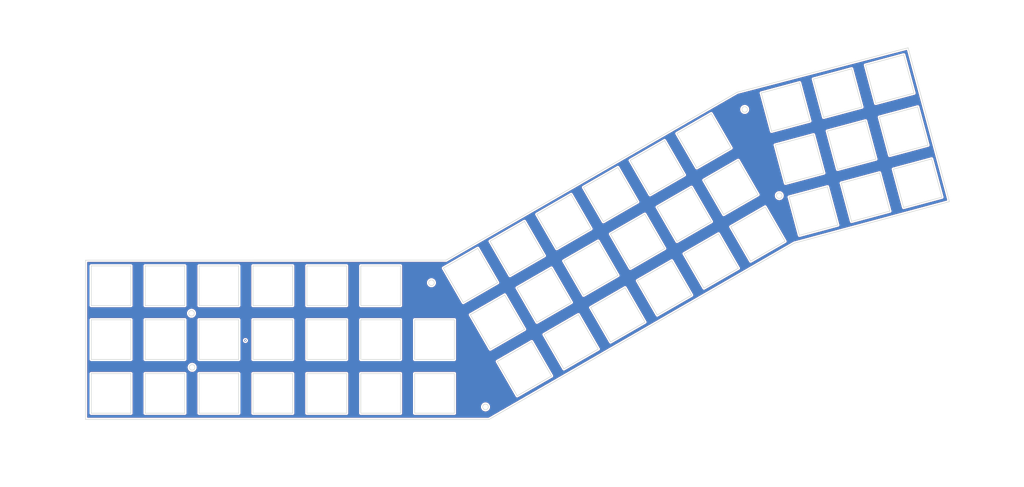
<source format=kicad_pcb>
(kicad_pcb (version 20171130) (host pcbnew "(5.1.5)-3")

  (general
    (thickness 1.6)
    (drawings 202)
    (tracks 1)
    (zones 0)
    (modules 0)
    (nets 1)
  )

  (page A4)
  (layers
    (0 F.Cu signal)
    (31 B.Cu signal)
    (32 B.Adhes user)
    (33 F.Adhes user)
    (34 B.Paste user)
    (35 F.Paste user)
    (36 B.SilkS user)
    (37 F.SilkS user)
    (38 B.Mask user)
    (39 F.Mask user)
    (40 Dwgs.User user)
    (41 Cmts.User user)
    (42 Eco1.User user)
    (43 Eco2.User user)
    (44 Edge.Cuts user)
    (45 Margin user)
    (46 B.CrtYd user)
    (47 F.CrtYd user)
    (48 B.Fab user)
    (49 F.Fab user)
  )

  (setup
    (last_trace_width 0.25)
    (trace_clearance 0.2)
    (zone_clearance 0.508)
    (zone_45_only no)
    (trace_min 0.2)
    (via_size 0.8)
    (via_drill 0.4)
    (via_min_size 0.4)
    (via_min_drill 0.3)
    (uvia_size 0.3)
    (uvia_drill 0.1)
    (uvias_allowed no)
    (uvia_min_size 0.2)
    (uvia_min_drill 0.1)
    (edge_width 0.05)
    (segment_width 0.2)
    (pcb_text_width 0.3)
    (pcb_text_size 1.5 1.5)
    (mod_edge_width 0.12)
    (mod_text_size 1 1)
    (mod_text_width 0.15)
    (pad_size 1.524 1.524)
    (pad_drill 0.762)
    (pad_to_mask_clearance 0.051)
    (solder_mask_min_width 0.25)
    (aux_axis_origin 0 0)
    (visible_elements FFFFFF7F)
    (pcbplotparams
      (layerselection 0x010f0_ffffffff)
      (usegerberextensions false)
      (usegerberattributes false)
      (usegerberadvancedattributes false)
      (creategerberjobfile false)
      (excludeedgelayer true)
      (linewidth 0.100000)
      (plotframeref false)
      (viasonmask false)
      (mode 1)
      (useauxorigin false)
      (hpglpennumber 1)
      (hpglpenspeed 20)
      (hpglpendiameter 15.000000)
      (psnegative false)
      (psa4output false)
      (plotreference true)
      (plotvalue true)
      (plotinvisibletext false)
      (padsonsilk false)
      (subtractmaskfromsilk false)
      (outputformat 1)
      (mirror false)
      (drillshape 0)
      (scaleselection 1)
      (outputdirectory "../../gerbers/"))
  )

  (net 0 "")

  (net_class Default "Ceci est la Netclass par défaut."
    (clearance 0.2)
    (trace_width 0.25)
    (via_dia 0.8)
    (via_drill 0.4)
    (uvia_dia 0.3)
    (uvia_drill 0.1)
  )

  (gr_line (start -6.869312 111.336931) (end -6.869312 167.488361) (layer Edge.Cuts) (width 0.2) (tstamp 5E9CB402))
  (gr_line (start 232.641472 92.531662) (end 239.641472 104.656018) (layer Edge.Cuts) (width 0.2))
  (gr_line (start 249.605617 47.41019) (end 263.128578 43.786724) (layer Edge.Cuts) (width 0.2))
  (gr_line (start 230.141472 88.201535) (end 218.017117 95.201535) (layer Edge.Cuts) (width 0.2))
  (gr_line (start 220.641472 71.747052) (end 208.517117 78.747052) (layer Edge.Cuts) (width 0.2))
  (gr_line (start 211.017117 83.077179) (end 218.017117 95.201535) (layer Edge.Cuts) (width 0.2))
  (gr_line (start 249.605617 47.41019) (end 253.229083 60.933152) (layer Edge.Cuts) (width 0.2))
  (gr_line (start 213.641472 59.622697) (end 220.641472 71.747052) (layer Edge.Cuts) (width 0.2))
  (gr_line (start 267.958207 42.492629) (end 281.481169 38.869162) (layer Edge.Cuts) (width 0.2))
  (gr_line (start 231.253026 52.327752) (end 244.775987 48.704286) (layer Edge.Cuts) (width 0.2))
  (gr_line (start 223.141472 76.077179) (end 230.141472 88.201535) (layer Edge.Cuts) (width 0.2))
  (gr_line (start 239.641472 104.656018) (end 227.517117 111.656018) (layer Edge.Cuts) (width 0.2))
  (gr_line (start 223.141472 76.077179) (end 211.017117 83.077179) (layer Edge.Cuts) (width 0.2))
  (gr_line (start 232.641472 92.531662) (end 220.517117 99.531662) (layer Edge.Cuts) (width 0.2))
  (gr_line (start 244.775987 48.704286) (end 248.399454 62.227247) (layer Edge.Cuts) (width 0.2))
  (gr_line (start 234.876492 65.850714) (end 248.399454 62.227247) (layer Edge.Cuts) (width 0.2))
  (gr_line (start 231.253026 52.327752) (end 234.876492 65.850714) (layer Edge.Cuts) (width 0.2))
  (gr_line (start 263.128578 43.786724) (end 266.752045 57.309685) (layer Edge.Cuts) (width 0.2))
  (gr_line (start 253.229083 60.933152) (end 266.752045 57.309685) (layer Edge.Cuts) (width 0.2))
  (gr_line (start 281.481169 38.869162) (end 285.104635 52.392124) (layer Edge.Cuts) (width 0.2))
  (gr_line (start 213.641472 59.622697) (end 201.517117 66.622697) (layer Edge.Cuts) (width 0.2))
  (gr_line (start 220.517117 99.531662) (end 227.517117 111.656018) (layer Edge.Cuts) (width 0.2))
  (gr_line (start 201.517117 66.622697) (end 208.517117 78.747052) (layer Edge.Cuts) (width 0.2))
  (gr_line (start 271.581674 56.01559) (end 285.104635 52.392124) (layer Edge.Cuts) (width 0.2))
  (gr_line (start 268.04614 62.139315) (end 271.669607 75.662276) (layer Edge.Cuts) (width 0.2))
  (gr_line (start 241.08815 89.032934) (end 254.611111 85.409467) (layer Edge.Cuts) (width 0.2))
  (gr_line (start 281.416798 92.720772) (end 294.939759 89.097305) (layer Edge.Cuts) (width 0.2))
  (gr_line (start 277.793331 79.19781) (end 281.416798 92.720772) (layer Edge.Cuts) (width 0.2))
  (gr_line (start 276.499236 74.368181) (end 290.022197 70.744714) (layer Edge.Cuts) (width 0.2))
  (gr_line (start 236.170588 70.680343) (end 239.794054 84.203305) (layer Edge.Cuts) (width 0.2))
  (gr_line (start 272.875769 60.845219) (end 276.499236 74.368181) (layer Edge.Cuts) (width 0.2))
  (gr_line (start 254.523178 65.762781) (end 268.04614 62.139315) (layer Edge.Cuts) (width 0.2))
  (gr_line (start 272.963702 80.491905) (end 276.587168 94.014867) (layer Edge.Cuts) (width 0.2))
  (gr_line (start 291.316293 75.574343) (end 294.939759 89.097305) (layer Edge.Cuts) (width 0.2))
  (gr_line (start 239.794054 84.203305) (end 253.317016 80.579838) (layer Edge.Cuts) (width 0.2))
  (gr_line (start 254.523178 65.762781) (end 258.146645 79.285743) (layer Edge.Cuts) (width 0.2))
  (gr_line (start 267.958207 42.492629) (end 271.581674 56.01559) (layer Edge.Cuts) (width 0.2))
  (gr_line (start 272.875769 60.845219) (end 286.398731 57.221753) (layer Edge.Cuts) (width 0.2))
  (gr_line (start 254.611111 85.409467) (end 258.234578 98.932429) (layer Edge.Cuts) (width 0.2))
  (gr_line (start 277.793331 79.19781) (end 291.316293 75.574343) (layer Edge.Cuts) (width 0.2))
  (gr_line (start 258.146645 79.285743) (end 271.669607 75.662276) (layer Edge.Cuts) (width 0.2))
  (gr_line (start 236.170588 70.680343) (end 249.693549 67.056876) (layer Edge.Cuts) (width 0.2))
  (gr_line (start 286.398731 57.221753) (end 290.022197 70.744714) (layer Edge.Cuts) (width 0.2))
  (gr_line (start 259.44074 84.115372) (end 272.963702 80.491905) (layer Edge.Cuts) (width 0.2))
  (gr_line (start 263.064207 97.638333) (end 276.587168 94.014867) (layer Edge.Cuts) (width 0.2))
  (gr_line (start 259.44074 84.115372) (end 263.064207 97.638333) (layer Edge.Cuts) (width 0.2))
  (gr_line (start 249.693549 67.056876) (end 253.317016 80.579838) (layer Edge.Cuts) (width 0.2))
  (gr_line (start 33.130688 127.317519) (end 47.130688 127.317519) (layer Edge.Cuts) (width 0.2))
  (gr_line (start 9.130688 113.31752) (end 9.130688 127.317519) (layer Edge.Cuts) (width 0.2))
  (gr_line (start 28.130688 113.31752) (end 28.130688 127.317519) (layer Edge.Cuts) (width 0.2))
  (gr_line (start 33.130688 113.31752) (end 47.130688 113.31752) (layer Edge.Cuts) (width 0.2))
  (gr_line (start -4.869312 113.31752) (end 9.130688 113.31752) (layer Edge.Cuts) (width 0.2))
  (gr_line (start 33.130688 113.31752) (end 33.130688 127.317519) (layer Edge.Cuts) (width 0.2))
  (gr_line (start 14.130688 113.31752) (end 28.130688 113.31752) (layer Edge.Cuts) (width 0.2))
  (gr_line (start 14.130688 113.31752) (end 14.130688 127.317519) (layer Edge.Cuts) (width 0.2))
  (gr_line (start -4.869312 132.317519) (end 9.130688 132.317519) (layer Edge.Cuts) (width 0.2))
  (gr_line (start -4.869312 132.317519) (end -4.869312 146.317519) (layer Edge.Cuts) (width 0.2))
  (gr_line (start 9.130688 151.317519) (end 9.130688 165.317519) (layer Edge.Cuts) (width 0.2))
  (gr_line (start -4.869312 151.317519) (end 9.130688 151.317519) (layer Edge.Cuts) (width 0.2))
  (gr_line (start -4.869312 165.317519) (end 9.130688 165.317519) (layer Edge.Cuts) (width 0.2))
  (gr_line (start -4.869312 127.317519) (end 9.130688 127.317519) (layer Edge.Cuts) (width 0.2))
  (gr_line (start 47.130688 113.31752) (end 47.130688 127.317519) (layer Edge.Cuts) (width 0.2))
  (gr_line (start 244.711616 102.555895) (end 258.234578 98.932429) (layer Edge.Cuts) (width 0.2))
  (gr_line (start -4.869312 113.31752) (end -4.869312 127.317519) (layer Edge.Cuts) (width 0.2))
  (gr_line (start 14.130688 127.317519) (end 28.130688 127.317519) (layer Edge.Cuts) (width 0.2))
  (gr_line (start 9.130688 132.317519) (end 9.130688 146.317519) (layer Edge.Cuts) (width 0.2))
  (gr_line (start -4.869312 146.317519) (end 9.130688 146.317519) (layer Edge.Cuts) (width 0.2))
  (gr_line (start 14.130688 132.317519) (end 28.130688 132.317519) (layer Edge.Cuts) (width 0.2))
  (gr_line (start -4.869312 151.317519) (end -4.869312 165.317519) (layer Edge.Cuts) (width 0.2))
  (gr_line (start 241.08815 89.032934) (end 244.711616 102.555895) (layer Edge.Cuts) (width 0.2))
  (gr_line (start 183.278024 121.031661) (end 190.278024 133.156017) (layer Edge.Cuts) (width 0.2))
  (gr_line (start 213.68699 97.701535) (end 201.562634 104.701535) (layer Edge.Cuts) (width 0.2))
  (gr_line (start 199.732507 111.531662) (end 187.608151 118.531661) (layer Edge.Cuts) (width 0.2))
  (gr_line (start 206.732507 123.656017) (end 194.608151 130.656017) (layer Edge.Cuts) (width 0.2))
  (gr_line (start 199.732507 111.531662) (end 206.732507 123.656017) (layer Edge.Cuts) (width 0.2))
  (gr_line (start 185.062634 76.122697) (end 192.062634 88.247052) (layer Edge.Cuts) (width 0.2))
  (gr_line (start 216.18699 102.031662) (end 204.062634 109.031662) (layer Edge.Cuts) (width 0.2))
  (gr_line (start 190.278024 133.156017) (end 178.153669 140.156017) (layer Edge.Cuts) (width 0.2))
  (gr_line (start 190.232507 95.077179) (end 178.108151 102.077179) (layer Edge.Cuts) (width 0.2))
  (gr_line (start 178.108151 102.077179) (end 185.108151 114.201535) (layer Edge.Cuts) (width 0.2))
  (gr_line (start 204.18699 81.247052) (end 192.062634 88.247052) (layer Edge.Cuts) (width 0.2))
  (gr_line (start 197.232507 107.201535) (end 185.108151 114.201535) (layer Edge.Cuts) (width 0.2))
  (gr_line (start 206.68699 85.577179) (end 213.68699 97.701535) (layer Edge.Cuts) (width 0.2))
  (gr_line (start 206.68699 85.577179) (end 194.562634 92.577179) (layer Edge.Cuts) (width 0.2))
  (gr_line (start 187.608151 118.531661) (end 194.608151 130.656017) (layer Edge.Cuts) (width 0.2))
  (gr_line (start 197.18699 69.122697) (end 204.18699 81.247052) (layer Edge.Cuts) (width 0.2))
  (gr_line (start 194.562634 92.577179) (end 201.562634 104.701535) (layer Edge.Cuts) (width 0.2))
  (gr_line (start 223.18699 114.156018) (end 211.062634 121.156017) (layer Edge.Cuts) (width 0.2))
  (gr_line (start 216.18699 102.031662) (end 223.18699 114.156018) (layer Edge.Cuts) (width 0.2))
  (gr_line (start 197.18699 69.122697) (end 185.062634 76.122697) (layer Edge.Cuts) (width 0.2))
  (gr_line (start 204.062634 109.031662) (end 211.062634 121.156017) (layer Edge.Cuts) (width 0.2))
  (gr_line (start 171.153669 128.031661) (end 178.153669 140.156017) (layer Edge.Cuts) (width 0.2))
  (gr_line (start 190.232507 95.077179) (end 197.232507 107.201535) (layer Edge.Cuts) (width 0.2))
  (gr_line (start 66.130688 132.317519) (end 66.130688 146.317519) (layer Edge.Cuts) (width 0.2))
  (gr_line (start 14.130688 151.317519) (end 14.130688 165.317519) (layer Edge.Cuts) (width 0.2))
  (gr_line (start 33.130688 151.317519) (end 47.130688 151.317519) (layer Edge.Cuts) (width 0.2))
  (gr_line (start 33.130688 132.317519) (end 33.130688 146.317519) (layer Edge.Cuts) (width 0.2))
  (gr_line (start 33.130688 165.317519) (end 47.130688 165.317519) (layer Edge.Cuts) (width 0.2))
  (gr_line (start 33.130688 151.317519) (end 33.130688 165.317519) (layer Edge.Cuts) (width 0.2))
  (gr_line (start 52.130688 132.317519) (end 66.130688 132.317519) (layer Edge.Cuts) (width 0.2))
  (gr_line (start 47.130688 151.317519) (end 47.130688 165.317519) (layer Edge.Cuts) (width 0.2))
  (gr_line (start 14.130688 146.317519) (end 28.130688 146.317519) (layer Edge.Cuts) (width 0.2))
  (gr_line (start 33.130688 132.317519) (end 47.130688 132.317519) (layer Edge.Cuts) (width 0.2))
  (gr_line (start 66.130688 113.31752) (end 66.130688 127.317519) (layer Edge.Cuts) (width 0.2))
  (gr_line (start 28.130688 132.317519) (end 28.130688 146.317519) (layer Edge.Cuts) (width 0.2))
  (gr_line (start 14.130688 132.317519) (end 14.130688 146.317519) (layer Edge.Cuts) (width 0.2))
  (gr_line (start 14.130688 151.317519) (end 28.130688 151.317519) (layer Edge.Cuts) (width 0.2))
  (gr_line (start 52.130688 132.317519) (end 52.130688 146.317519) (layer Edge.Cuts) (width 0.2))
  (gr_line (start 28.130688 151.317519) (end 28.130688 165.317519) (layer Edge.Cuts) (width 0.2))
  (gr_line (start 14.130688 165.317519) (end 28.130688 165.317519) (layer Edge.Cuts) (width 0.2))
  (gr_line (start 47.130688 132.317519) (end 47.130688 146.317519) (layer Edge.Cuts) (width 0.2))
  (gr_line (start 33.130688 146.317519) (end 47.130688 146.317519) (layer Edge.Cuts) (width 0.2))
  (gr_line (start 52.130688 146.317519) (end 66.130688 146.317519) (layer Edge.Cuts) (width 0.2))
  (gr_line (start 52.130688 113.31752) (end 66.130688 113.31752) (layer Edge.Cuts) (width 0.2))
  (gr_line (start 52.130688 127.317519) (end 66.130688 127.317519) (layer Edge.Cuts) (width 0.2))
  (gr_line (start 52.130688 113.31752) (end 52.130688 127.317519) (layer Edge.Cuts) (width 0.2))
  (gr_line (start 66.130688 151.317519) (end 66.130688 165.317519) (layer Edge.Cuts) (width 0.2))
  (gr_line (start 71.130688 132.317519) (end 85.130688 132.317519) (layer Edge.Cuts) (width 0.2))
  (gr_line (start 52.130688 151.317519) (end 52.130688 165.317519) (layer Edge.Cuts) (width 0.2))
  (gr_line (start 71.130688 151.317519) (end 71.130688 165.317519) (layer Edge.Cuts) (width 0.2))
  (gr_line (start 71.130688 127.317519) (end 85.130688 127.317519) (layer Edge.Cuts) (width 0.2))
  (gr_line (start 71.130688 113.31752) (end 71.130688 127.317519) (layer Edge.Cuts) (width 0.2))
  (gr_line (start 104.130688 113.31752) (end 104.130688 127.317519) (layer Edge.Cuts) (width 0.2))
  (gr_line (start 90.130688 127.317519) (end 104.130688 127.317519) (layer Edge.Cuts) (width 0.2))
  (gr_line (start 71.130688 132.317519) (end 71.130688 146.317519) (layer Edge.Cuts) (width 0.2))
  (gr_line (start 90.130688 132.317519) (end 104.130688 132.317519) (layer Edge.Cuts) (width 0.2))
  (gr_line (start 71.130688 165.317519) (end 85.130688 165.317519) (layer Edge.Cuts) (width 0.2))
  (gr_line (start 85.130688 113.31752) (end 85.130688 127.317519) (layer Edge.Cuts) (width 0.2))
  (gr_line (start 90.130688 113.31752) (end 90.130688 127.317519) (layer Edge.Cuts) (width 0.2))
  (gr_line (start 71.130688 113.31752) (end 85.130688 113.31752) (layer Edge.Cuts) (width 0.2))
  (gr_line (start 71.130688 151.317519) (end 85.130688 151.317519) (layer Edge.Cuts) (width 0.2))
  (gr_line (start 104.130688 132.317519) (end 104.130688 146.317519) (layer Edge.Cuts) (width 0.2))
  (gr_line (start 85.130688 132.317519) (end 85.130688 146.317519) (layer Edge.Cuts) (width 0.2))
  (gr_line (start 71.130688 146.317519) (end 85.130688 146.317519) (layer Edge.Cuts) (width 0.2))
  (gr_line (start 85.130688 151.317519) (end 85.130688 165.317519) (layer Edge.Cuts) (width 0.2))
  (gr_line (start 52.130688 151.317519) (end 66.130688 151.317519) (layer Edge.Cuts) (width 0.2))
  (gr_line (start 52.130688 165.317519) (end 66.130688 165.317519) (layer Edge.Cuts) (width 0.2))
  (gr_line (start 90.130688 146.317519) (end 104.130688 146.317519) (layer Edge.Cuts) (width 0.2))
  (gr_line (start 90.130688 113.31752) (end 104.130688 113.31752) (layer Edge.Cuts) (width 0.2))
  (gr_line (start 131.36906 107.122697) (end 119.244704 114.122697) (layer Edge.Cuts) (width 0.2))
  (gr_line (start 145.199186 121.077178) (end 152.199186 133.201534) (layer Edge.Cuts) (width 0.2))
  (gr_line (start 150.369059 140.031661) (end 138.244704 147.031661) (layer Edge.Cuts) (width 0.2))
  (gr_line (start 180.732507 78.622697) (end 168.608151 85.622697) (layer Edge.Cuts) (width 0.2))
  (gr_line (start 166.823542 130.531661) (end 154.699186 137.531661) (layer Edge.Cuts) (width 0.2))
  (gr_line (start 119.244704 114.122697) (end 126.244704 126.247051) (layer Edge.Cuts) (width 0.2))
  (gr_line (start 166.823542 130.531661) (end 173.823542 142.656017) (layer Edge.Cuts) (width 0.2))
  (gr_line (start 164.323542 126.201534) (end 152.199186 133.201534) (layer Edge.Cuts) (width 0.2))
  (gr_line (start 138.36906 119.247051) (end 126.244704 126.247051) (layer Edge.Cuts) (width 0.2))
  (gr_line (start 140.86906 123.577178) (end 128.744704 130.577178) (layer Edge.Cuts) (width 0.2))
  (gr_line (start 147.869059 135.701534) (end 135.744704 142.701534) (layer Edge.Cuts) (width 0.2))
  (gr_line (start 128.744704 130.577178) (end 135.744704 142.701534) (layer Edge.Cuts) (width 0.2))
  (gr_line (start 150.369059 140.031661) (end 157.369059 152.156017) (layer Edge.Cuts) (width 0.2))
  (gr_line (start 187.732507 90.747052) (end 175.608151 97.747052) (layer Edge.Cuts) (width 0.2))
  (gr_line (start 173.823542 142.656017) (end 161.699186 149.656017) (layer Edge.Cuts) (width 0.2))
  (gr_line (start 147.823542 97.622697) (end 154.823542 109.747052) (layer Edge.Cuts) (width 0.2))
  (gr_line (start 164.278024 88.122697) (end 152.153669 95.122697) (layer Edge.Cuts) (width 0.2))
  (gr_line (start 173.778024 104.577179) (end 161.653669 111.577179) (layer Edge.Cuts) (width 0.2))
  (gr_line (start 173.778024 104.577179) (end 180.778024 116.701534) (layer Edge.Cuts) (width 0.2))
  (gr_line (start 157.323542 114.077179) (end 164.323542 126.201534) (layer Edge.Cuts) (width 0.2))
  (gr_line (start 152.153669 95.122697) (end 159.153669 107.247052) (layer Edge.Cuts) (width 0.2))
  (gr_line (start 154.823542 109.747052) (end 142.699187 116.747051) (layer Edge.Cuts) (width 0.2))
  (gr_line (start 138.244704 147.031661) (end 145.244703 159.156017) (layer Edge.Cuts) (width 0.2))
  (gr_line (start 157.323542 114.077179) (end 145.199186 121.077178) (layer Edge.Cuts) (width 0.2))
  (gr_line (start 168.608151 85.622697) (end 175.608151 97.747052) (layer Edge.Cuts) (width 0.2))
  (gr_line (start 180.732507 78.622697) (end 187.732507 90.747052) (layer Edge.Cuts) (width 0.2))
  (gr_line (start 180.778024 116.701534) (end 168.653669 123.701534) (layer Edge.Cuts) (width 0.2))
  (gr_line (start 183.278024 121.031661) (end 171.153669 128.031661) (layer Edge.Cuts) (width 0.2))
  (gr_line (start 131.36906 107.122697) (end 138.36906 119.247051) (layer Edge.Cuts) (width 0.2))
  (gr_line (start 140.86906 123.577178) (end 147.869059 135.701534) (layer Edge.Cuts) (width 0.2))
  (gr_line (start 154.699186 137.531661) (end 161.699186 149.656017) (layer Edge.Cuts) (width 0.2))
  (gr_line (start 157.369059 152.156017) (end 145.244703 159.156017) (layer Edge.Cuts) (width 0.2))
  (gr_line (start 147.823542 97.622697) (end 135.699187 104.622697) (layer Edge.Cuts) (width 0.2))
  (gr_line (start 164.278024 88.122697) (end 171.278024 100.247052) (layer Edge.Cuts) (width 0.2))
  (gr_line (start 161.653669 111.577179) (end 168.653669 123.701534) (layer Edge.Cuts) (width 0.2))
  (gr_line (start 135.699187 104.622697) (end 142.699187 116.747051) (layer Edge.Cuts) (width 0.2))
  (gr_line (start 171.278024 100.247052) (end 159.153669 107.247052) (layer Edge.Cuts) (width 0.2))
  (gr_line (start 90.130688 151.317519) (end 90.130688 165.317519) (layer Edge.Cuts) (width 0.2))
  (gr_line (start 222.75038 52.088288) (end 120.150891 111.3282) (layer Edge.Cuts) (width 0.2))
  (gr_line (start 109.130688 165.317519) (end 123.130688 165.317519) (layer Edge.Cuts) (width 0.2))
  (gr_line (start 297.55084 90.658188) (end 283.02204 36.40836) (layer Edge.Cuts) (width 0.2))
  (gr_circle (center 30.480001 130.047999) (end 31.480001 130.047999) (layer Edge.Cuts) (width 0.2))
  (gr_line (start 90.130688 151.317519) (end 104.130688 151.317519) (layer Edge.Cuts) (width 0.2))
  (gr_line (start 90.130688 132.317519) (end 90.130688 146.317519) (layer Edge.Cuts) (width 0.2))
  (gr_line (start 120.150891 111.3282) (end -6.869312 111.336931) (layer Edge.Cuts) (width 0.2))
  (gr_line (start 123.130688 151.317519) (end 123.130688 165.317519) (layer Edge.Cuts) (width 0.2))
  (gr_line (start 109.130688 151.317519) (end 109.130688 165.317519) (layer Edge.Cuts) (width 0.2))
  (gr_line (start 104.130688 151.317519) (end 104.130688 165.317519) (layer Edge.Cuts) (width 0.2))
  (gr_line (start 283.02204 36.40836) (end 222.75038 52.088288) (layer Edge.Cuts) (width 0.2))
  (gr_line (start 135.340853 167.488361) (end 242.89004 105.29824) (layer Edge.Cuts) (width 0.2))
  (gr_circle (center 30.708601 149.123399) (end 31.708601 149.123399) (layer Edge.Cuts) (width 0.2))
  (gr_line (start 109.130688 146.317519) (end 123.130688 146.317519) (layer Edge.Cuts) (width 0.2))
  (gr_line (start 109.130688 132.317519) (end 123.130688 132.317519) (layer Edge.Cuts) (width 0.2))
  (gr_line (start 123.130688 132.317519) (end 123.130688 146.317519) (layer Edge.Cuts) (width 0.2))
  (gr_line (start 90.130688 165.317519) (end 104.130688 165.317519) (layer Edge.Cuts) (width 0.2))
  (gr_line (start -6.869312 167.488361) (end 135.340853 167.488361) (layer Edge.Cuts) (width 0.2))
  (gr_line (start 109.130688 132.317519) (end 109.130688 146.317519) (layer Edge.Cuts) (width 0.2))
  (gr_line (start 109.130688 151.317519) (end 123.130688 151.317519) (layer Edge.Cuts) (width 0.2))
  (gr_line (start 242.89004 105.29824) (end 297.55084 90.658188) (layer Edge.Cuts) (width 0.2))
  (gr_circle (center 134.086601 163.067999) (end 135.086601 163.067999) (layer Edge.Cuts) (width 0.2))
  (gr_circle (center 115.036601 119.278399) (end 116.036601 119.278399) (layer Edge.Cuts) (width 0.2))
  (gr_circle (center 237.617 88.5444) (end 238.617 88.5444) (layer Edge.Cuts) (width 0.2))
  (gr_circle (center 225.425 58.1406) (end 226.425 58.1406) (layer Edge.Cuts) (width 0.2))

  (via (at 49.4792 139.6492) (size 0.8) (drill 0.4) (layers F.Cu B.Cu) (net 0))

  (zone (net 0) (net_name "") (layer F.Cu) (tstamp 5E9CB419) (hatch edge 0.508)
    (connect_pads (clearance 0.508))
    (min_thickness 0.254)
    (fill yes (arc_segments 32) (thermal_gap 0.508) (thermal_bridge_width 0.508))
    (polygon
      (pts
        (xy 316.1792 44.831) (xy 323.85 171.9326) (xy 258.4704 188.0108) (xy -20.574 191.2874) (xy -37.0078 82.8294)
        (xy 310.6928 19.5326)
      )
    )
    (filled_polygon
      (pts
        (xy 296.650722 90.138365) (xy 242.711243 104.585223) (xy 242.652168 104.599039) (xy 242.608411 104.618901) (xy 242.563456 104.635815)
        (xy 242.511959 104.66783) (xy 135.143646 166.753361) (xy -6.134312 166.753361) (xy -6.134312 151.317519) (xy -5.607868 151.317519)
        (xy -5.604312 151.353624) (xy -5.604311 165.281404) (xy -5.607868 165.317519) (xy -5.593677 165.461604) (xy -5.551649 165.600152)
        (xy -5.483399 165.727839) (xy -5.39155 165.839757) (xy -5.279632 165.931606) (xy -5.151945 165.999856) (xy -5.013397 166.041884)
        (xy -4.905417 166.052519) (xy -4.869312 166.056075) (xy -4.833207 166.052519) (xy 9.094583 166.052519) (xy 9.130688 166.056075)
        (xy 9.166793 166.052519) (xy 9.274773 166.041884) (xy 9.413321 165.999856) (xy 9.541008 165.931606) (xy 9.652926 165.839757)
        (xy 9.744775 165.727839) (xy 9.813025 165.600152) (xy 9.855053 165.461604) (xy 9.869244 165.317519) (xy 9.865688 165.281414)
        (xy 9.865688 151.353624) (xy 9.869244 151.317519) (xy 13.392132 151.317519) (xy 13.395688 151.353624) (xy 13.395689 165.281404)
        (xy 13.392132 165.317519) (xy 13.406323 165.461604) (xy 13.448351 165.600152) (xy 13.516601 165.727839) (xy 13.60845 165.839757)
        (xy 13.720368 165.931606) (xy 13.848055 165.999856) (xy 13.986603 166.041884) (xy 14.094583 166.052519) (xy 14.130688 166.056075)
        (xy 14.166793 166.052519) (xy 28.094583 166.052519) (xy 28.130688 166.056075) (xy 28.166793 166.052519) (xy 28.274773 166.041884)
        (xy 28.413321 165.999856) (xy 28.541008 165.931606) (xy 28.652926 165.839757) (xy 28.744775 165.727839) (xy 28.813025 165.600152)
        (xy 28.855053 165.461604) (xy 28.869244 165.317519) (xy 28.865688 165.281414) (xy 28.865688 151.353624) (xy 28.869244 151.317519)
        (xy 32.392132 151.317519) (xy 32.395688 151.353624) (xy 32.395689 165.281404) (xy 32.392132 165.317519) (xy 32.406323 165.461604)
        (xy 32.448351 165.600152) (xy 32.516601 165.727839) (xy 32.60845 165.839757) (xy 32.720368 165.931606) (xy 32.848055 165.999856)
        (xy 32.986603 166.041884) (xy 33.094583 166.052519) (xy 33.130688 166.056075) (xy 33.166793 166.052519) (xy 47.094583 166.052519)
        (xy 47.130688 166.056075) (xy 47.166793 166.052519) (xy 47.274773 166.041884) (xy 47.413321 165.999856) (xy 47.541008 165.931606)
        (xy 47.652926 165.839757) (xy 47.744775 165.727839) (xy 47.813025 165.600152) (xy 47.855053 165.461604) (xy 47.869244 165.317519)
        (xy 47.865688 165.281414) (xy 47.865688 151.353624) (xy 47.869244 151.317519) (xy 51.392132 151.317519) (xy 51.395688 151.353624)
        (xy 51.395689 165.281404) (xy 51.392132 165.317519) (xy 51.406323 165.461604) (xy 51.448351 165.600152) (xy 51.516601 165.727839)
        (xy 51.60845 165.839757) (xy 51.720368 165.931606) (xy 51.848055 165.999856) (xy 51.986603 166.041884) (xy 52.094583 166.052519)
        (xy 52.130688 166.056075) (xy 52.166793 166.052519) (xy 66.094583 166.052519) (xy 66.130688 166.056075) (xy 66.166793 166.052519)
        (xy 66.274773 166.041884) (xy 66.413321 165.999856) (xy 66.541008 165.931606) (xy 66.652926 165.839757) (xy 66.744775 165.727839)
        (xy 66.813025 165.600152) (xy 66.855053 165.461604) (xy 66.869244 165.317519) (xy 66.865688 165.281414) (xy 66.865688 151.353624)
        (xy 66.869244 151.317519) (xy 70.392132 151.317519) (xy 70.395688 151.353624) (xy 70.395689 165.281404) (xy 70.392132 165.317519)
        (xy 70.406323 165.461604) (xy 70.448351 165.600152) (xy 70.516601 165.727839) (xy 70.60845 165.839757) (xy 70.720368 165.931606)
        (xy 70.848055 165.999856) (xy 70.986603 166.041884) (xy 71.094583 166.052519) (xy 71.130688 166.056075) (xy 71.166793 166.052519)
        (xy 85.094583 166.052519) (xy 85.130688 166.056075) (xy 85.166793 166.052519) (xy 85.274773 166.041884) (xy 85.413321 165.999856)
        (xy 85.541008 165.931606) (xy 85.652926 165.839757) (xy 85.744775 165.727839) (xy 85.813025 165.600152) (xy 85.855053 165.461604)
        (xy 85.869244 165.317519) (xy 85.865688 165.281414) (xy 85.865688 151.353624) (xy 85.869244 151.317519) (xy 89.392132 151.317519)
        (xy 89.395688 151.353624) (xy 89.395689 165.281404) (xy 89.392132 165.317519) (xy 89.406323 165.461604) (xy 89.448351 165.600152)
        (xy 89.516601 165.727839) (xy 89.60845 165.839757) (xy 89.720368 165.931606) (xy 89.848055 165.999856) (xy 89.986603 166.041884)
        (xy 90.094583 166.052519) (xy 90.130688 166.056075) (xy 90.166793 166.052519) (xy 104.094583 166.052519) (xy 104.130688 166.056075)
        (xy 104.166793 166.052519) (xy 104.274773 166.041884) (xy 104.413321 165.999856) (xy 104.541008 165.931606) (xy 104.652926 165.839757)
        (xy 104.744775 165.727839) (xy 104.813025 165.600152) (xy 104.855053 165.461604) (xy 104.869244 165.317519) (xy 104.865688 165.281414)
        (xy 104.865688 151.353624) (xy 104.869244 151.317519) (xy 108.392132 151.317519) (xy 108.395688 151.353624) (xy 108.395689 165.281404)
        (xy 108.392132 165.317519) (xy 108.406323 165.461604) (xy 108.448351 165.600152) (xy 108.516601 165.727839) (xy 108.60845 165.839757)
        (xy 108.720368 165.931606) (xy 108.848055 165.999856) (xy 108.986603 166.041884) (xy 109.094583 166.052519) (xy 109.130688 166.056075)
        (xy 109.166793 166.052519) (xy 123.094583 166.052519) (xy 123.130688 166.056075) (xy 123.166793 166.052519) (xy 123.274773 166.041884)
        (xy 123.413321 165.999856) (xy 123.541008 165.931606) (xy 123.652926 165.839757) (xy 123.744775 165.727839) (xy 123.813025 165.600152)
        (xy 123.855053 165.461604) (xy 123.869244 165.317519) (xy 123.865688 165.281414) (xy 123.865688 162.895979) (xy 132.340052 162.895979)
        (xy 132.340052 163.240019) (xy 132.407171 163.577449) (xy 132.538829 163.8953) (xy 132.729968 164.181359) (xy 132.973241 164.424632)
        (xy 133.2593 164.615771) (xy 133.577151 164.747429) (xy 133.914581 164.814548) (xy 134.258621 164.814548) (xy 134.596051 164.747429)
        (xy 134.913902 164.615771) (xy 135.199961 164.424632) (xy 135.443234 164.181359) (xy 135.634373 163.8953) (xy 135.766031 163.577449)
        (xy 135.83315 163.240019) (xy 135.83315 162.895979) (xy 135.766031 162.558549) (xy 135.634373 162.240698) (xy 135.443234 161.954639)
        (xy 135.199961 161.711366) (xy 134.913902 161.520227) (xy 134.596051 161.388569) (xy 134.258621 161.32145) (xy 133.914581 161.32145)
        (xy 133.577151 161.388569) (xy 133.2593 161.520227) (xy 132.973241 161.711366) (xy 132.729968 161.954639) (xy 132.538829 162.240698)
        (xy 132.407171 162.558549) (xy 132.340052 162.895979) (xy 123.865688 162.895979) (xy 123.865688 151.353624) (xy 123.869244 151.317519)
        (xy 123.855053 151.173434) (xy 123.813025 151.034886) (xy 123.744775 150.907199) (xy 123.652926 150.795281) (xy 123.541008 150.703432)
        (xy 123.413321 150.635182) (xy 123.274773 150.593154) (xy 123.166793 150.582519) (xy 123.130688 150.578963) (xy 123.094583 150.582519)
        (xy 109.166793 150.582519) (xy 109.130688 150.578963) (xy 109.094583 150.582519) (xy 108.986603 150.593154) (xy 108.848055 150.635182)
        (xy 108.720368 150.703432) (xy 108.60845 150.795281) (xy 108.516601 150.907199) (xy 108.448351 151.034886) (xy 108.406323 151.173434)
        (xy 108.392132 151.317519) (xy 104.869244 151.317519) (xy 104.855053 151.173434) (xy 104.813025 151.034886) (xy 104.744775 150.907199)
        (xy 104.652926 150.795281) (xy 104.541008 150.703432) (xy 104.413321 150.635182) (xy 104.274773 150.593154) (xy 104.166793 150.582519)
        (xy 104.130688 150.578963) (xy 104.094583 150.582519) (xy 90.166793 150.582519) (xy 90.130688 150.578963) (xy 90.094583 150.582519)
        (xy 89.986603 150.593154) (xy 89.848055 150.635182) (xy 89.720368 150.703432) (xy 89.60845 150.795281) (xy 89.516601 150.907199)
        (xy 89.448351 151.034886) (xy 89.406323 151.173434) (xy 89.392132 151.317519) (xy 85.869244 151.317519) (xy 85.855053 151.173434)
        (xy 85.813025 151.034886) (xy 85.744775 150.907199) (xy 85.652926 150.795281) (xy 85.541008 150.703432) (xy 85.413321 150.635182)
        (xy 85.274773 150.593154) (xy 85.166793 150.582519) (xy 85.130688 150.578963) (xy 85.094583 150.582519) (xy 71.166793 150.582519)
        (xy 71.130688 150.578963) (xy 71.094583 150.582519) (xy 70.986603 150.593154) (xy 70.848055 150.635182) (xy 70.720368 150.703432)
        (xy 70.60845 150.795281) (xy 70.516601 150.907199) (xy 70.448351 151.034886) (xy 70.406323 151.173434) (xy 70.392132 151.317519)
        (xy 66.869244 151.317519) (xy 66.855053 151.173434) (xy 66.813025 151.034886) (xy 66.744775 150.907199) (xy 66.652926 150.795281)
        (xy 66.541008 150.703432) (xy 66.413321 150.635182) (xy 66.274773 150.593154) (xy 66.166793 150.582519) (xy 66.130688 150.578963)
        (xy 66.094583 150.582519) (xy 52.166793 150.582519) (xy 52.130688 150.578963) (xy 52.094583 150.582519) (xy 51.986603 150.593154)
        (xy 51.848055 150.635182) (xy 51.720368 150.703432) (xy 51.60845 150.795281) (xy 51.516601 150.907199) (xy 51.448351 151.034886)
        (xy 51.406323 151.173434) (xy 51.392132 151.317519) (xy 47.869244 151.317519) (xy 47.855053 151.173434) (xy 47.813025 151.034886)
        (xy 47.744775 150.907199) (xy 47.652926 150.795281) (xy 47.541008 150.703432) (xy 47.413321 150.635182) (xy 47.274773 150.593154)
        (xy 47.166793 150.582519) (xy 47.130688 150.578963) (xy 47.094583 150.582519) (xy 33.166793 150.582519) (xy 33.130688 150.578963)
        (xy 33.094583 150.582519) (xy 32.986603 150.593154) (xy 32.848055 150.635182) (xy 32.720368 150.703432) (xy 32.60845 150.795281)
        (xy 32.516601 150.907199) (xy 32.448351 151.034886) (xy 32.406323 151.173434) (xy 32.392132 151.317519) (xy 28.869244 151.317519)
        (xy 28.855053 151.173434) (xy 28.813025 151.034886) (xy 28.744775 150.907199) (xy 28.652926 150.795281) (xy 28.541008 150.703432)
        (xy 28.413321 150.635182) (xy 28.274773 150.593154) (xy 28.166793 150.582519) (xy 28.130688 150.578963) (xy 28.094583 150.582519)
        (xy 14.166793 150.582519) (xy 14.130688 150.578963) (xy 14.094583 150.582519) (xy 13.986603 150.593154) (xy 13.848055 150.635182)
        (xy 13.720368 150.703432) (xy 13.60845 150.795281) (xy 13.516601 150.907199) (xy 13.448351 151.034886) (xy 13.406323 151.173434)
        (xy 13.392132 151.317519) (xy 9.869244 151.317519) (xy 9.855053 151.173434) (xy 9.813025 151.034886) (xy 9.744775 150.907199)
        (xy 9.652926 150.795281) (xy 9.541008 150.703432) (xy 9.413321 150.635182) (xy 9.274773 150.593154) (xy 9.166793 150.582519)
        (xy 9.130688 150.578963) (xy 9.094583 150.582519) (xy -4.833207 150.582519) (xy -4.869312 150.578963) (xy -4.905417 150.582519)
        (xy -5.013397 150.593154) (xy -5.151945 150.635182) (xy -5.279632 150.703432) (xy -5.39155 150.795281) (xy -5.483399 150.907199)
        (xy -5.551649 151.034886) (xy -5.593677 151.173434) (xy -5.607868 151.317519) (xy -6.134312 151.317519) (xy -6.134312 148.951379)
        (xy 28.962052 148.951379) (xy 28.962052 149.295419) (xy 29.029171 149.632849) (xy 29.160829 149.9507) (xy 29.351968 150.236759)
        (xy 29.595241 150.480032) (xy 29.8813 150.671171) (xy 30.199151 150.802829) (xy 30.536581 150.869948) (xy 30.880621 150.869948)
        (xy 31.218051 150.802829) (xy 31.535902 150.671171) (xy 31.821961 150.480032) (xy 32.065234 150.236759) (xy 32.256373 149.9507)
        (xy 32.388031 149.632849) (xy 32.45515 149.295419) (xy 32.45515 148.951379) (xy 32.388031 148.613949) (xy 32.256373 148.296098)
        (xy 32.065234 148.010039) (xy 31.821961 147.766766) (xy 31.535902 147.575627) (xy 31.218051 147.443969) (xy 30.880621 147.37685)
        (xy 30.536581 147.37685) (xy 30.199151 147.443969) (xy 29.8813 147.575627) (xy 29.595241 147.766766) (xy 29.351968 148.010039)
        (xy 29.160829 148.296098) (xy 29.029171 148.613949) (xy 28.962052 148.951379) (xy -6.134312 148.951379) (xy -6.134312 132.317519)
        (xy -5.607868 132.317519) (xy -5.604312 132.353624) (xy -5.604311 146.281404) (xy -5.607868 146.317519) (xy -5.593677 146.461604)
        (xy -5.551649 146.600152) (xy -5.483399 146.727839) (xy -5.39155 146.839757) (xy -5.279632 146.931606) (xy -5.151945 146.999856)
        (xy -5.013397 147.041884) (xy -4.905417 147.052519) (xy -4.869312 147.056075) (xy -4.833207 147.052519) (xy 9.094583 147.052519)
        (xy 9.130688 147.056075) (xy 9.166793 147.052519) (xy 9.274773 147.041884) (xy 9.413321 146.999856) (xy 9.541008 146.931606)
        (xy 9.652926 146.839757) (xy 9.744775 146.727839) (xy 9.813025 146.600152) (xy 9.855053 146.461604) (xy 9.869244 146.317519)
        (xy 9.865688 146.281414) (xy 9.865688 132.353624) (xy 9.869244 132.317519) (xy 13.392132 132.317519) (xy 13.395688 132.353624)
        (xy 13.395689 146.281404) (xy 13.392132 146.317519) (xy 13.406323 146.461604) (xy 13.448351 146.600152) (xy 13.516601 146.727839)
        (xy 13.60845 146.839757) (xy 13.720368 146.931606) (xy 13.848055 146.999856) (xy 13.986603 147.041884) (xy 14.094583 147.052519)
        (xy 14.130688 147.056075) (xy 14.166793 147.052519) (xy 28.094583 147.052519) (xy 28.130688 147.056075) (xy 28.166793 147.052519)
        (xy 28.274773 147.041884) (xy 28.413321 146.999856) (xy 28.541008 146.931606) (xy 28.652926 146.839757) (xy 28.744775 146.727839)
        (xy 28.813025 146.600152) (xy 28.855053 146.461604) (xy 28.869244 146.317519) (xy 28.865688 146.281414) (xy 28.865688 132.353624)
        (xy 28.869244 132.317519) (xy 32.392132 132.317519) (xy 32.395688 132.353624) (xy 32.395689 146.281404) (xy 32.392132 146.317519)
        (xy 32.406323 146.461604) (xy 32.448351 146.600152) (xy 32.516601 146.727839) (xy 32.60845 146.839757) (xy 32.720368 146.931606)
        (xy 32.848055 146.999856) (xy 32.986603 147.041884) (xy 33.094583 147.052519) (xy 33.130688 147.056075) (xy 33.166793 147.052519)
        (xy 47.094583 147.052519) (xy 47.130688 147.056075) (xy 47.166793 147.052519) (xy 47.274773 147.041884) (xy 47.413321 146.999856)
        (xy 47.541008 146.931606) (xy 47.652926 146.839757) (xy 47.744775 146.727839) (xy 47.813025 146.600152) (xy 47.855053 146.461604)
        (xy 47.869244 146.317519) (xy 47.865688 146.281414) (xy 47.865688 139.547261) (xy 48.4442 139.547261) (xy 48.4442 139.751139)
        (xy 48.483974 139.951098) (xy 48.561995 140.139456) (xy 48.675263 140.308974) (xy 48.819426 140.453137) (xy 48.988944 140.566405)
        (xy 49.177302 140.644426) (xy 49.377261 140.6842) (xy 49.581139 140.6842) (xy 49.781098 140.644426) (xy 49.969456 140.566405)
        (xy 50.138974 140.453137) (xy 50.283137 140.308974) (xy 50.396405 140.139456) (xy 50.474426 139.951098) (xy 50.5142 139.751139)
        (xy 50.5142 139.547261) (xy 50.474426 139.347302) (xy 50.396405 139.158944) (xy 50.283137 138.989426) (xy 50.138974 138.845263)
        (xy 49.969456 138.731995) (xy 49.781098 138.653974) (xy 49.581139 138.6142) (xy 49.377261 138.6142) (xy 49.177302 138.653974)
        (xy 48.988944 138.731995) (xy 48.819426 138.845263) (xy 48.675263 138.989426) (xy 48.561995 139.158944) (xy 48.483974 139.347302)
        (xy 48.4442 139.547261) (xy 47.865688 139.547261) (xy 47.865688 132.353624) (xy 47.869244 132.317519) (xy 51.392132 132.317519)
        (xy 51.395688 132.353624) (xy 51.395689 146.281404) (xy 51.392132 146.317519) (xy 51.406323 146.461604) (xy 51.448351 146.600152)
        (xy 51.516601 146.727839) (xy 51.60845 146.839757) (xy 51.720368 146.931606) (xy 51.848055 146.999856) (xy 51.986603 147.041884)
        (xy 52.094583 147.052519) (xy 52.130688 147.056075) (xy 52.166793 147.052519) (xy 66.094583 147.052519) (xy 66.130688 147.056075)
        (xy 66.166793 147.052519) (xy 66.274773 147.041884) (xy 66.413321 146.999856) (xy 66.541008 146.931606) (xy 66.652926 146.839757)
        (xy 66.744775 146.727839) (xy 66.813025 146.600152) (xy 66.855053 146.461604) (xy 66.869244 146.317519) (xy 66.865688 146.281414)
        (xy 66.865688 132.353624) (xy 66.869244 132.317519) (xy 70.392132 132.317519) (xy 70.395688 132.353624) (xy 70.395689 146.281404)
        (xy 70.392132 146.317519) (xy 70.406323 146.461604) (xy 70.448351 146.600152) (xy 70.516601 146.727839) (xy 70.60845 146.839757)
        (xy 70.720368 146.931606) (xy 70.848055 146.999856) (xy 70.986603 147.041884) (xy 71.094583 147.052519) (xy 71.130688 147.056075)
        (xy 71.166793 147.052519) (xy 85.094583 147.052519) (xy 85.130688 147.056075) (xy 85.166793 147.052519) (xy 85.274773 147.041884)
        (xy 85.413321 146.999856) (xy 85.541008 146.931606) (xy 85.652926 146.839757) (xy 85.744775 146.727839) (xy 85.813025 146.600152)
        (xy 85.855053 146.461604) (xy 85.869244 146.317519) (xy 85.865688 146.281414) (xy 85.865688 132.353624) (xy 85.869244 132.317519)
        (xy 89.392132 132.317519) (xy 89.395688 132.353624) (xy 89.395689 146.281404) (xy 89.392132 146.317519) (xy 89.406323 146.461604)
        (xy 89.448351 146.600152) (xy 89.516601 146.727839) (xy 89.60845 146.839757) (xy 89.720368 146.931606) (xy 89.848055 146.999856)
        (xy 89.986603 147.041884) (xy 90.094583 147.052519) (xy 90.130688 147.056075) (xy 90.166793 147.052519) (xy 104.094583 147.052519)
        (xy 104.130688 147.056075) (xy 104.166793 147.052519) (xy 104.274773 147.041884) (xy 104.413321 146.999856) (xy 104.541008 146.931606)
        (xy 104.652926 146.839757) (xy 104.744775 146.727839) (xy 104.813025 146.600152) (xy 104.855053 146.461604) (xy 104.869244 146.317519)
        (xy 104.865688 146.281414) (xy 104.865688 132.353624) (xy 104.869244 132.317519) (xy 108.392132 132.317519) (xy 108.395688 132.353624)
        (xy 108.395689 146.281404) (xy 108.392132 146.317519) (xy 108.406323 146.461604) (xy 108.448351 146.600152) (xy 108.516601 146.727839)
        (xy 108.60845 146.839757) (xy 108.720368 146.931606) (xy 108.848055 146.999856) (xy 108.986603 147.041884) (xy 109.094583 147.052519)
        (xy 109.130688 147.056075) (xy 109.166793 147.052519) (xy 123.094583 147.052519) (xy 123.130688 147.056075) (xy 123.166793 147.052519)
        (xy 123.274773 147.041884) (xy 123.413321 146.999856) (xy 123.444188 146.983357) (xy 137.50773 146.983357) (xy 137.512467 147.128062)
        (xy 137.545343 147.269062) (xy 137.590123 147.367893) (xy 137.605096 147.400939) (xy 137.626227 147.430426) (xy 144.590127 159.492258)
        (xy 144.605095 159.525294) (xy 144.62622 159.554774) (xy 144.626226 159.554784) (xy 144.689427 159.64298) (xy 144.795098 159.741952)
        (xy 144.918048 159.818408) (xy 145.05355 159.869407) (xy 145.196399 159.892992) (xy 145.341104 159.888254) (xy 145.482104 159.855378)
        (xy 145.613981 159.795625) (xy 145.64347 159.774493) (xy 157.7053 152.810593) (xy 157.738336 152.795625) (xy 157.767816 152.7745)
        (xy 157.767826 152.774494) (xy 157.856022 152.711294) (xy 157.954994 152.605622) (xy 158.031449 152.482673) (xy 158.082449 152.34717)
        (xy 158.106033 152.204322) (xy 158.101296 152.059617) (xy 158.097162 152.041884) (xy 158.068419 151.918615) (xy 158.02364 151.819784)
        (xy 158.023635 151.819776) (xy 158.008667 151.78674) (xy 157.987541 151.757259) (xy 151.023635 139.695422) (xy 151.008666 139.662384)
        (xy 150.98754 139.632902) (xy 150.987535 139.632894) (xy 150.924334 139.544698) (xy 150.818663 139.445726) (xy 150.695713 139.36927)
        (xy 150.560211 139.318271) (xy 150.417363 139.294687) (xy 150.417362 139.294687) (xy 150.272657 139.299424) (xy 150.131657 139.332301)
        (xy 150.050065 139.36927) (xy 149.999782 139.392053) (xy 149.970294 139.413184) (xy 137.908473 146.37708) (xy 137.875427 146.392053)
        (xy 137.757741 146.476385) (xy 137.658769 146.582057) (xy 137.582313 146.705007) (xy 137.531314 146.840509) (xy 137.50773 146.983357)
        (xy 123.444188 146.983357) (xy 123.541008 146.931606) (xy 123.652926 146.839757) (xy 123.744775 146.727839) (xy 123.813025 146.600152)
        (xy 123.855053 146.461604) (xy 123.869244 146.317519) (xy 123.865688 146.281414) (xy 123.865688 132.353624) (xy 123.869244 132.317519)
        (xy 123.855053 132.173434) (xy 123.813025 132.034886) (xy 123.744775 131.907199) (xy 123.652926 131.795281) (xy 123.541008 131.703432)
        (xy 123.413321 131.635182) (xy 123.274773 131.593154) (xy 123.166793 131.582519) (xy 123.130688 131.578963) (xy 123.094583 131.582519)
        (xy 109.166793 131.582519) (xy 109.130688 131.578963) (xy 109.094583 131.582519) (xy 108.986603 131.593154) (xy 108.848055 131.635182)
        (xy 108.720368 131.703432) (xy 108.60845 131.795281) (xy 108.516601 131.907199) (xy 108.448351 132.034886) (xy 108.406323 132.173434)
        (xy 108.392132 132.317519) (xy 104.869244 132.317519) (xy 104.855053 132.173434) (xy 104.813025 132.034886) (xy 104.744775 131.907199)
        (xy 104.652926 131.795281) (xy 104.541008 131.703432) (xy 104.413321 131.635182) (xy 104.274773 131.593154) (xy 104.166793 131.582519)
        (xy 104.130688 131.578963) (xy 104.094583 131.582519) (xy 90.166793 131.582519) (xy 90.130688 131.578963) (xy 90.094583 131.582519)
        (xy 89.986603 131.593154) (xy 89.848055 131.635182) (xy 89.720368 131.703432) (xy 89.60845 131.795281) (xy 89.516601 131.907199)
        (xy 89.448351 132.034886) (xy 89.406323 132.173434) (xy 89.392132 132.317519) (xy 85.869244 132.317519) (xy 85.855053 132.173434)
        (xy 85.813025 132.034886) (xy 85.744775 131.907199) (xy 85.652926 131.795281) (xy 85.541008 131.703432) (xy 85.413321 131.635182)
        (xy 85.274773 131.593154) (xy 85.166793 131.582519) (xy 85.130688 131.578963) (xy 85.094583 131.582519) (xy 71.166793 131.582519)
        (xy 71.130688 131.578963) (xy 71.094583 131.582519) (xy 70.986603 131.593154) (xy 70.848055 131.635182) (xy 70.720368 131.703432)
        (xy 70.60845 131.795281) (xy 70.516601 131.907199) (xy 70.448351 132.034886) (xy 70.406323 132.173434) (xy 70.392132 132.317519)
        (xy 66.869244 132.317519) (xy 66.855053 132.173434) (xy 66.813025 132.034886) (xy 66.744775 131.907199) (xy 66.652926 131.795281)
        (xy 66.541008 131.703432) (xy 66.413321 131.635182) (xy 66.274773 131.593154) (xy 66.166793 131.582519) (xy 66.130688 131.578963)
        (xy 66.094583 131.582519) (xy 52.166793 131.582519) (xy 52.130688 131.578963) (xy 52.094583 131.582519) (xy 51.986603 131.593154)
        (xy 51.848055 131.635182) (xy 51.720368 131.703432) (xy 51.60845 131.795281) (xy 51.516601 131.907199) (xy 51.448351 132.034886)
        (xy 51.406323 132.173434) (xy 51.392132 132.317519) (xy 47.869244 132.317519) (xy 47.855053 132.173434) (xy 47.813025 132.034886)
        (xy 47.744775 131.907199) (xy 47.652926 131.795281) (xy 47.541008 131.703432) (xy 47.413321 131.635182) (xy 47.274773 131.593154)
        (xy 47.166793 131.582519) (xy 47.130688 131.578963) (xy 47.094583 131.582519) (xy 33.166793 131.582519) (xy 33.130688 131.578963)
        (xy 33.094583 131.582519) (xy 32.986603 131.593154) (xy 32.848055 131.635182) (xy 32.720368 131.703432) (xy 32.60845 131.795281)
        (xy 32.516601 131.907199) (xy 32.448351 132.034886) (xy 32.406323 132.173434) (xy 32.392132 132.317519) (xy 28.869244 132.317519)
        (xy 28.855053 132.173434) (xy 28.813025 132.034886) (xy 28.744775 131.907199) (xy 28.652926 131.795281) (xy 28.541008 131.703432)
        (xy 28.413321 131.635182) (xy 28.274773 131.593154) (xy 28.166793 131.582519) (xy 28.130688 131.578963) (xy 28.094583 131.582519)
        (xy 14.166793 131.582519) (xy 14.130688 131.578963) (xy 14.094583 131.582519) (xy 13.986603 131.593154) (xy 13.848055 131.635182)
        (xy 13.720368 131.703432) (xy 13.60845 131.795281) (xy 13.516601 131.907199) (xy 13.448351 132.034886) (xy 13.406323 132.173434)
        (xy 13.392132 132.317519) (xy 9.869244 132.317519) (xy 9.855053 132.173434) (xy 9.813025 132.034886) (xy 9.744775 131.907199)
        (xy 9.652926 131.795281) (xy 9.541008 131.703432) (xy 9.413321 131.635182) (xy 9.274773 131.593154) (xy 9.166793 131.582519)
        (xy 9.130688 131.578963) (xy 9.094583 131.582519) (xy -4.833207 131.582519) (xy -4.869312 131.578963) (xy -4.905417 131.582519)
        (xy -5.013397 131.593154) (xy -5.151945 131.635182) (xy -5.279632 131.703432) (xy -5.39155 131.795281) (xy -5.483399 131.907199)
        (xy -5.551649 132.034886) (xy -5.593677 132.173434) (xy -5.607868 132.317519) (xy -6.134312 132.317519) (xy -6.134312 129.875979)
        (xy 28.733452 129.875979) (xy 28.733452 130.220019) (xy 28.800571 130.557449) (xy 28.932229 130.8753) (xy 29.123368 131.161359)
        (xy 29.366641 131.404632) (xy 29.6527 131.595771) (xy 29.970551 131.727429) (xy 30.307981 131.794548) (xy 30.652021 131.794548)
        (xy 30.989451 131.727429) (xy 31.307302 131.595771) (xy 31.593361 131.404632) (xy 31.836634 131.161359) (xy 32.027773 130.8753)
        (xy 32.159431 130.557449) (xy 32.165114 130.528874) (xy 128.00773 130.528874) (xy 128.012467 130.673579) (xy 128.045344 130.814579)
        (xy 128.090123 130.91341) (xy 128.090126 130.913415) (xy 128.105096 130.946455) (xy 128.126225 130.97594) (xy 135.090126 143.037773)
        (xy 135.105096 143.070812) (xy 135.126224 143.100295) (xy 135.126227 143.100301) (xy 135.189427 143.188497) (xy 135.295099 143.287469)
        (xy 135.418048 143.363924) (xy 135.41805 143.363925) (xy 135.471773 143.384145) (xy 135.553551 143.414924) (xy 135.696399 143.438508)
        (xy 135.6964 143.438508) (xy 135.841105 143.433771) (xy 135.982105 143.400894) (xy 136.080936 143.356115) (xy 136.080941 143.356112)
        (xy 136.113981 143.341142) (xy 136.143466 143.320013) (xy 146.252851 137.483357) (xy 153.962212 137.483357) (xy 153.966949 137.628062)
        (xy 153.999826 137.769062) (xy 154.044605 137.867893) (xy 154.044608 137.867898) (xy 154.059578 137.900938) (xy 154.080707 137.930423)
        (xy 161.04461 149.992258) (xy 161.059578 150.025294) (xy 161.080703 150.054774) (xy 161.080709 150.054784) (xy 161.143909 150.14298)
        (xy 161.249581 150.241952) (xy 161.37253 150.318407) (xy 161.372532 150.318408) (xy 161.426255 150.338628) (xy 161.508033 150.369407)
        (xy 161.650881 150.392991) (xy 161.650882 150.392991) (xy 161.795587 150.388254) (xy 161.936587 150.355377) (xy 162.035418 150.310598)
        (xy 162.035423 150.310595) (xy 162.068463 150.295625) (xy 162.097948 150.274496) (xy 174.159783 143.310593) (xy 174.192819 143.295625)
        (xy 174.222299 143.2745) (xy 174.222309 143.274494) (xy 174.310505 143.211294) (xy 174.409477 143.105622) (xy 174.485932 142.982673)
        (xy 174.536932 142.84717) (xy 174.560516 142.704322) (xy 174.560516 142.70432) (xy 174.555779 142.559615) (xy 174.522902 142.418615)
        (xy 174.478123 142.319784) (xy 174.478118 142.319776) (xy 174.46315 142.28674) (xy 174.442024 142.257259) (xy 167.478122 130.195428)
        (xy 167.46315 130.162384) (xy 167.438206 130.127574) (xy 167.378817 130.044698) (xy 167.273146 129.945726) (xy 167.150196 129.86927)
        (xy 167.014694 129.818271) (xy 166.871846 129.794687) (xy 166.871845 129.794687) (xy 166.72714 129.799424) (xy 166.58614 129.832301)
        (xy 166.487309 129.87708) (xy 166.487301 129.877085) (xy 166.454265 129.892053) (xy 166.424784 129.913179) (xy 154.362953 136.877081)
        (xy 154.329909 136.892053) (xy 154.212223 136.976386) (xy 154.113251 137.082057) (xy 154.036795 137.205007) (xy 153.985796 137.340509)
        (xy 153.962212 137.483357) (xy 146.252851 137.483357) (xy 148.205296 136.356113) (xy 148.238337 136.341142) (xy 148.267822 136.320013)
        (xy 148.267826 136.320011) (xy 148.356022 136.256811) (xy 148.454994 136.151139) (xy 148.531449 136.02819) (xy 148.53145 136.028189)
        (xy 148.582449 135.892686) (xy 148.606034 135.749838) (xy 148.601296 135.605133) (xy 148.56842 135.464132) (xy 148.52364 135.365302)
        (xy 148.523634 135.365291) (xy 148.508666 135.332257) (xy 148.487542 135.302778) (xy 141.52364 123.240945) (xy 141.508668 123.207901)
        (xy 141.487536 123.178411) (xy 141.424336 123.090215) (xy 141.318664 122.991243) (xy 141.195714 122.914787) (xy 141.060212 122.863788)
        (xy 140.917364 122.840204) (xy 140.917363 122.840204) (xy 140.772658 122.844941) (xy 140.739782 122.852607) (xy 140.631659 122.877817)
        (xy 140.590536 122.89645) (xy 140.532827 122.922597) (xy 140.532821 122.922601) (xy 140.499783 122.93757) (xy 140.470301 122.958697)
        (xy 128.408471 129.922598) (xy 128.375427 129.93757) (xy 128.345939 129.958701) (xy 128.345937 129.958702) (xy 128.300527 129.991243)
        (xy 128.257741 130.021903) (xy 128.158769 130.127574) (xy 128.082313 130.250524) (xy 128.031314 130.386026) (xy 128.00773 130.528874)
        (xy 32.165114 130.528874) (xy 32.22655 130.220019) (xy 32.22655 129.875979) (xy 32.159431 129.538549) (xy 32.027773 129.220698)
        (xy 31.836634 128.934639) (xy 31.593361 128.691366) (xy 31.307302 128.500227) (xy 30.989451 128.368569) (xy 30.652021 128.30145)
        (xy 30.307981 128.30145) (xy 29.970551 128.368569) (xy 29.6527 128.500227) (xy 29.366641 128.691366) (xy 29.123368 128.934639)
        (xy 28.932229 129.220698) (xy 28.800571 129.538549) (xy 28.733452 129.875979) (xy -6.134312 129.875979) (xy -6.134312 113.31752)
        (xy -5.607868 113.31752) (xy -5.604312 113.353625) (xy -5.604311 127.281404) (xy -5.607868 127.317519) (xy -5.593677 127.461604)
        (xy -5.551649 127.600152) (xy -5.483399 127.727839) (xy -5.39155 127.839757) (xy -5.279632 127.931606) (xy -5.151945 127.999856)
        (xy -5.013397 128.041884) (xy -4.905417 128.052519) (xy -4.869312 128.056075) (xy -4.833207 128.052519) (xy 9.094583 128.052519)
        (xy 9.130688 128.056075) (xy 9.166793 128.052519) (xy 9.274773 128.041884) (xy 9.413321 127.999856) (xy 9.541008 127.931606)
        (xy 9.652926 127.839757) (xy 9.744775 127.727839) (xy 9.813025 127.600152) (xy 9.855053 127.461604) (xy 9.869244 127.317519)
        (xy 9.865688 127.281414) (xy 9.865688 113.353625) (xy 9.869244 113.31752) (xy 13.392132 113.31752) (xy 13.395688 113.353625)
        (xy 13.395689 127.281404) (xy 13.392132 127.317519) (xy 13.406323 127.461604) (xy 13.448351 127.600152) (xy 13.516601 127.727839)
        (xy 13.60845 127.839757) (xy 13.720368 127.931606) (xy 13.848055 127.999856) (xy 13.986603 128.041884) (xy 14.094583 128.052519)
        (xy 14.130688 128.056075) (xy 14.166793 128.052519) (xy 28.094583 128.052519) (xy 28.130688 128.056075) (xy 28.166793 128.052519)
        (xy 28.274773 128.041884) (xy 28.413321 127.999856) (xy 28.541008 127.931606) (xy 28.652926 127.839757) (xy 28.744775 127.727839)
        (xy 28.813025 127.600152) (xy 28.855053 127.461604) (xy 28.869244 127.317519) (xy 28.865688 127.281414) (xy 28.865688 113.353625)
        (xy 28.869244 113.31752) (xy 32.392132 113.31752) (xy 32.395688 113.353625) (xy 32.395689 127.281404) (xy 32.392132 127.317519)
        (xy 32.406323 127.461604) (xy 32.448351 127.600152) (xy 32.516601 127.727839) (xy 32.60845 127.839757) (xy 32.720368 127.931606)
        (xy 32.848055 127.999856) (xy 32.986603 128.041884) (xy 33.094583 128.052519) (xy 33.130688 128.056075) (xy 33.166793 128.052519)
        (xy 47.094583 128.052519) (xy 47.130688 128.056075) (xy 47.166793 128.052519) (xy 47.274773 128.041884) (xy 47.413321 127.999856)
        (xy 47.541008 127.931606) (xy 47.652926 127.839757) (xy 47.744775 127.727839) (xy 47.813025 127.600152) (xy 47.855053 127.461604)
        (xy 47.869244 127.317519) (xy 47.865688 127.281414) (xy 47.865688 113.353625) (xy 47.869244 113.31752) (xy 51.392132 113.31752)
        (xy 51.395688 113.353625) (xy 51.395689 127.281404) (xy 51.392132 127.317519) (xy 51.406323 127.461604) (xy 51.448351 127.600152)
        (xy 51.516601 127.727839) (xy 51.60845 127.839757) (xy 51.720368 127.931606) (xy 51.848055 127.999856) (xy 51.986603 128.041884)
        (xy 52.094583 128.052519) (xy 52.130688 128.056075) (xy 52.166793 128.052519) (xy 66.094583 128.052519) (xy 66.130688 128.056075)
        (xy 66.166793 128.052519) (xy 66.274773 128.041884) (xy 66.413321 127.999856) (xy 66.541008 127.931606) (xy 66.652926 127.839757)
        (xy 66.744775 127.727839) (xy 66.813025 127.600152) (xy 66.855053 127.461604) (xy 66.869244 127.317519) (xy 66.865688 127.281414)
        (xy 66.865688 113.353625) (xy 66.869244 113.31752) (xy 70.392132 113.31752) (xy 70.395688 113.353625) (xy 70.395689 127.281404)
        (xy 70.392132 127.317519) (xy 70.406323 127.461604) (xy 70.448351 127.600152) (xy 70.516601 127.727839) (xy 70.60845 127.839757)
        (xy 70.720368 127.931606) (xy 70.848055 127.999856) (xy 70.986603 128.041884) (xy 71.094583 128.052519) (xy 71.130688 128.056075)
        (xy 71.166793 128.052519) (xy 85.094583 128.052519) (xy 85.130688 128.056075) (xy 85.166793 128.052519) (xy 85.274773 128.041884)
        (xy 85.413321 127.999856) (xy 85.541008 127.931606) (xy 85.652926 127.839757) (xy 85.744775 127.727839) (xy 85.813025 127.600152)
        (xy 85.855053 127.461604) (xy 85.869244 127.317519) (xy 85.865688 127.281414) (xy 85.865688 113.353625) (xy 85.869244 113.31752)
        (xy 89.392132 113.31752) (xy 89.395688 113.353625) (xy 89.395689 127.281404) (xy 89.392132 127.317519) (xy 89.406323 127.461604)
        (xy 89.448351 127.600152) (xy 89.516601 127.727839) (xy 89.60845 127.839757) (xy 89.720368 127.931606) (xy 89.848055 127.999856)
        (xy 89.986603 128.041884) (xy 90.094583 128.052519) (xy 90.130688 128.056075) (xy 90.166793 128.052519) (xy 104.094583 128.052519)
        (xy 104.130688 128.056075) (xy 104.166793 128.052519) (xy 104.274773 128.041884) (xy 104.413321 127.999856) (xy 104.541008 127.931606)
        (xy 104.652926 127.839757) (xy 104.744775 127.727839) (xy 104.813025 127.600152) (xy 104.855053 127.461604) (xy 104.869244 127.317519)
        (xy 104.865688 127.281414) (xy 104.865688 119.106379) (xy 113.290052 119.106379) (xy 113.290052 119.450419) (xy 113.357171 119.787849)
        (xy 113.488829 120.1057) (xy 113.679968 120.391759) (xy 113.923241 120.635032) (xy 114.2093 120.826171) (xy 114.527151 120.957829)
        (xy 114.864581 121.024948) (xy 115.208621 121.024948) (xy 115.546051 120.957829) (xy 115.863902 120.826171) (xy 116.149961 120.635032)
        (xy 116.393234 120.391759) (xy 116.584373 120.1057) (xy 116.716031 119.787849) (xy 116.78315 119.450419) (xy 116.78315 119.106379)
        (xy 116.716031 118.768949) (xy 116.584373 118.451098) (xy 116.393234 118.165039) (xy 116.149961 117.921766) (xy 115.863902 117.730627)
        (xy 115.546051 117.598969) (xy 115.208621 117.53185) (xy 114.864581 117.53185) (xy 114.527151 117.598969) (xy 114.2093 117.730627)
        (xy 113.923241 117.921766) (xy 113.679968 118.165039) (xy 113.488829 118.451098) (xy 113.357171 118.768949) (xy 113.290052 119.106379)
        (xy 104.865688 119.106379) (xy 104.865688 114.074393) (xy 118.50773 114.074393) (xy 118.512467 114.219098) (xy 118.545344 114.360098)
        (xy 118.590123 114.458929) (xy 118.590126 114.458934) (xy 118.605096 114.491974) (xy 118.626225 114.521459) (xy 125.590126 126.583289)
        (xy 125.605096 126.616328) (xy 125.626224 126.645811) (xy 125.626228 126.645819) (xy 125.689428 126.734015) (xy 125.795099 126.832987)
        (xy 125.918049 126.909442) (xy 126.053551 126.960441) (xy 126.1964 126.984026) (xy 126.341105 126.979289) (xy 126.482105 126.946412)
        (xy 126.613982 126.886659) (xy 126.643473 126.865526) (xy 136.752852 121.028874) (xy 144.462212 121.028874) (xy 144.466949 121.173579)
        (xy 144.499825 121.314579) (xy 144.559578 121.446455) (xy 144.580708 121.475941) (xy 151.54461 133.537775) (xy 151.559578 133.570811)
        (xy 151.580703 133.600291) (xy 151.580709 133.600301) (xy 151.643909 133.688497) (xy 151.749581 133.787469) (xy 151.87253 133.863924)
        (xy 151.872532 133.863925) (xy 151.926255 133.884145) (xy 152.008033 133.914924) (xy 152.150881 133.938508) (xy 152.150882 133.938508)
        (xy 152.295587 133.933771) (xy 152.436587 133.900894) (xy 152.535418 133.856115) (xy 152.535423 133.856112) (xy 152.568463 133.841142)
        (xy 152.597948 133.820013) (xy 162.707334 127.983357) (xy 170.416695 127.983357) (xy 170.421432 128.128062) (xy 170.454309 128.269062)
        (xy 170.514061 128.400939) (xy 170.535192 128.430427) (xy 177.499091 140.492256) (xy 177.514061 140.525295) (xy 177.535189 140.554778)
        (xy 177.535192 140.554784) (xy 177.598392 140.64298) (xy 177.704064 140.741952) (xy 177.827013 140.818407) (xy 177.827015 140.818408)
        (xy 177.880738 140.838628) (xy 177.962516 140.869407) (xy 178.105364 140.892991) (xy 178.105365 140.892991) (xy 178.25007 140.888254)
        (xy 178.39107 140.855377) (xy 178.489901 140.810598) (xy 178.489906 140.810595) (xy 178.522946 140.795625) (xy 178.552431 140.774496)
        (xy 190.614265 133.810593) (xy 190.647301 133.795625) (xy 190.676781 133.7745) (xy 190.676791 133.774494) (xy 190.764987 133.711294)
        (xy 190.863959 133.605622) (xy 190.940414 133.482673) (xy 190.991414 133.34717) (xy 191.014998 133.204322) (xy 191.014998 133.20432)
        (xy 191.010261 133.059615) (xy 190.977384 132.918615) (xy 190.932605 132.819784) (xy 190.932597 132.81977) (xy 190.917631 132.78674)
        (xy 190.89651 132.757265) (xy 183.9326 120.695422) (xy 183.917631 120.662384) (xy 183.896505 120.632902) (xy 183.8965 120.632894)
        (xy 183.833299 120.544698) (xy 183.727628 120.445726) (xy 183.604678 120.36927) (xy 183.469176 120.318271) (xy 183.326328 120.294687)
        (xy 183.326327 120.294687) (xy 183.181622 120.299424) (xy 183.040622 120.332301) (xy 182.971129 120.363788) (xy 182.908747 120.392053)
        (xy 182.879259 120.413184) (xy 170.817436 127.377081) (xy 170.784392 127.392053) (xy 170.754904 127.413184) (xy 170.754902 127.413185)
        (xy 170.666706 127.476386) (xy 170.567734 127.582057) (xy 170.491278 127.705007) (xy 170.440279 127.840509) (xy 170.416695 127.983357)
        (xy 162.707334 127.983357) (xy 164.659789 126.856107) (xy 164.692819 126.841141) (xy 164.722294 126.82002) (xy 164.722309 126.820011)
        (xy 164.810505 126.756811) (xy 164.909477 126.651139) (xy 164.985932 126.52819) (xy 165.036932 126.392687) (xy 165.060516 126.249839)
        (xy 165.060516 126.249837) (xy 165.055779 126.105132) (xy 165.022902 125.964132) (xy 164.978122 125.865301) (xy 164.96315 125.832257)
        (xy 164.942019 125.802769) (xy 157.978125 113.74095) (xy 157.96315 113.707901) (xy 157.878818 113.590216) (xy 157.773146 113.491244)
        (xy 157.650197 113.414788) (xy 157.514694 113.363789) (xy 157.371846 113.340204) (xy 157.227141 113.344942) (xy 157.08614 113.377818)
        (xy 156.98731 113.422598) (xy 156.954264 113.437571) (xy 156.924776 113.458702) (xy 144.862953 120.422598) (xy 144.829909 120.43757)
        (xy 144.800421 120.458701) (xy 144.800419 120.458702) (xy 144.712223 120.521902) (xy 144.613251 120.627574) (xy 144.536795 120.750524)
        (xy 144.485796 120.886026) (xy 144.462212 121.028874) (xy 136.752852 121.028874) (xy 138.705297 119.90163) (xy 138.738338 119.886659)
        (xy 138.767824 119.86553) (xy 138.767827 119.865528) (xy 138.856023 119.802328) (xy 138.920005 119.734015) (xy 138.954996 119.696656)
        (xy 139.031451 119.573706) (xy 139.065497 119.483247) (xy 139.08245 119.438204) (xy 139.086344 119.414619) (xy 139.106035 119.295355)
        (xy 139.101297 119.15065) (xy 139.068421 119.00965) (xy 139.023641 118.910819) (xy 139.023638 118.910814) (xy 139.008668 118.877774)
        (xy 138.987539 118.848289) (xy 132.02364 106.786464) (xy 132.008668 106.75342) (xy 131.924335 106.635734) (xy 131.818664 106.536762)
        (xy 131.695714 106.460306) (xy 131.560212 106.409307) (xy 131.417364 106.385723) (xy 131.417363 106.385723) (xy 131.272658 106.39046)
        (xy 131.131658 106.423337) (xy 131.032827 106.468116) (xy 131.032822 106.468119) (xy 130.999782 106.483089) (xy 130.970299 106.504217)
        (xy 118.908473 113.468116) (xy 118.875426 113.483089) (xy 118.757741 113.567422) (xy 118.658769 113.673093) (xy 118.582313 113.796043)
        (xy 118.531314 113.931545) (xy 118.50773 114.074393) (xy 104.865688 114.074393) (xy 104.865688 113.353625) (xy 104.869244 113.31752)
        (xy 104.855053 113.173435) (xy 104.813025 113.034887) (xy 104.744775 112.9072) (xy 104.652926 112.795282) (xy 104.541008 112.703433)
        (xy 104.413321 112.635183) (xy 104.274773 112.593155) (xy 104.166793 112.58252) (xy 104.130688 112.578964) (xy 104.094583 112.58252)
        (xy 90.166793 112.58252) (xy 90.130688 112.578964) (xy 90.094583 112.58252) (xy 89.986603 112.593155) (xy 89.848055 112.635183)
        (xy 89.720368 112.703433) (xy 89.60845 112.795282) (xy 89.516601 112.9072) (xy 89.448351 113.034887) (xy 89.406323 113.173435)
        (xy 89.392132 113.31752) (xy 85.869244 113.31752) (xy 85.855053 113.173435) (xy 85.813025 113.034887) (xy 85.744775 112.9072)
        (xy 85.652926 112.795282) (xy 85.541008 112.703433) (xy 85.413321 112.635183) (xy 85.274773 112.593155) (xy 85.166793 112.58252)
        (xy 85.130688 112.578964) (xy 85.094583 112.58252) (xy 71.166793 112.58252) (xy 71.130688 112.578964) (xy 71.094583 112.58252)
        (xy 70.986603 112.593155) (xy 70.848055 112.635183) (xy 70.720368 112.703433) (xy 70.60845 112.795282) (xy 70.516601 112.9072)
        (xy 70.448351 113.034887) (xy 70.406323 113.173435) (xy 70.392132 113.31752) (xy 66.869244 113.31752) (xy 66.855053 113.173435)
        (xy 66.813025 113.034887) (xy 66.744775 112.9072) (xy 66.652926 112.795282) (xy 66.541008 112.703433) (xy 66.413321 112.635183)
        (xy 66.274773 112.593155) (xy 66.166793 112.58252) (xy 66.130688 112.578964) (xy 66.094583 112.58252) (xy 52.166793 112.58252)
        (xy 52.130688 112.578964) (xy 52.094583 112.58252) (xy 51.986603 112.593155) (xy 51.848055 112.635183) (xy 51.720368 112.703433)
        (xy 51.60845 112.795282) (xy 51.516601 112.9072) (xy 51.448351 113.034887) (xy 51.406323 113.173435) (xy 51.392132 113.31752)
        (xy 47.869244 113.31752) (xy 47.855053 113.173435) (xy 47.813025 113.034887) (xy 47.744775 112.9072) (xy 47.652926 112.795282)
        (xy 47.541008 112.703433) (xy 47.413321 112.635183) (xy 47.274773 112.593155) (xy 47.166793 112.58252) (xy 47.130688 112.578964)
        (xy 47.094583 112.58252) (xy 33.166793 112.58252) (xy 33.130688 112.578964) (xy 33.094583 112.58252) (xy 32.986603 112.593155)
        (xy 32.848055 112.635183) (xy 32.720368 112.703433) (xy 32.60845 112.795282) (xy 32.516601 112.9072) (xy 32.448351 113.034887)
        (xy 32.406323 113.173435) (xy 32.392132 113.31752) (xy 28.869244 113.31752) (xy 28.855053 113.173435) (xy 28.813025 113.034887)
        (xy 28.744775 112.9072) (xy 28.652926 112.795282) (xy 28.541008 112.703433) (xy 28.413321 112.635183) (xy 28.274773 112.593155)
        (xy 28.166793 112.58252) (xy 28.130688 112.578964) (xy 28.094583 112.58252) (xy 14.166793 112.58252) (xy 14.130688 112.578964)
        (xy 14.094583 112.58252) (xy 13.986603 112.593155) (xy 13.848055 112.635183) (xy 13.720368 112.703433) (xy 13.60845 112.795282)
        (xy 13.516601 112.9072) (xy 13.448351 113.034887) (xy 13.406323 113.173435) (xy 13.392132 113.31752) (xy 9.869244 113.31752)
        (xy 9.855053 113.173435) (xy 9.813025 113.034887) (xy 9.744775 112.9072) (xy 9.652926 112.795282) (xy 9.541008 112.703433)
        (xy 9.413321 112.635183) (xy 9.274773 112.593155) (xy 9.166793 112.58252) (xy 9.130688 112.578964) (xy 9.094583 112.58252)
        (xy -4.833207 112.58252) (xy -4.869312 112.578964) (xy -4.905417 112.58252) (xy -5.013397 112.593155) (xy -5.151945 112.635183)
        (xy -5.279632 112.703433) (xy -5.39155 112.795282) (xy -5.483399 112.9072) (xy -5.551649 113.034887) (xy -5.593677 113.173435)
        (xy -5.607868 113.31752) (xy -6.134312 113.31752) (xy -6.134312 112.07188) (xy 120.09066 112.063204) (xy 120.102609 112.065176)
        (xy 120.162948 112.063199) (xy 120.187046 112.063197) (xy 120.199025 112.062016) (xy 120.247313 112.060434) (xy 120.270907 112.054932)
        (xy 120.295025 112.052555) (xy 120.341267 112.038524) (xy 120.388313 112.027553) (xy 120.410383 112.017553) (xy 120.43357 112.010517)
        (xy 120.476173 111.987741) (xy 120.487142 111.982771) (xy 120.508028 111.970712) (xy 120.561252 111.942258) (xy 120.570609 111.934578)
        (xy 133.317947 104.574393) (xy 134.962213 104.574393) (xy 134.96695 104.719098) (xy 134.999827 104.860098) (xy 135.035548 104.938936)
        (xy 135.059579 104.991975) (xy 135.08071 105.021463) (xy 142.044608 117.083287) (xy 142.059579 117.116328) (xy 142.080708 117.145813)
        (xy 142.080711 117.145819) (xy 142.143911 117.234015) (xy 142.249582 117.332987) (xy 142.372532 117.409442) (xy 142.508034 117.460441)
        (xy 142.650883 117.484026) (xy 142.795588 117.479289) (xy 142.936588 117.446412) (xy 143.068465 117.386659) (xy 143.097956 117.365526)
        (xy 153.207334 111.528875) (xy 160.916695 111.528875) (xy 160.921432 111.67358) (xy 160.954309 111.81458) (xy 160.97054 111.850402)
        (xy 161.014061 111.946457) (xy 161.035192 111.975945) (xy 167.999091 124.037773) (xy 168.014061 124.070812) (xy 168.035189 124.100295)
        (xy 168.035192 124.100301) (xy 168.098392 124.188497) (xy 168.204064 124.287469) (xy 168.327013 124.363924) (xy 168.327015 124.363925)
        (xy 168.380738 124.384145) (xy 168.462516 124.414924) (xy 168.605364 124.438508) (xy 168.605365 124.438508) (xy 168.75007 124.433771)
        (xy 168.89107 124.400894) (xy 168.989901 124.356115) (xy 168.989912 124.356109) (xy 169.022946 124.341141) (xy 169.052425 124.320017)
        (xy 179.161816 118.483357) (xy 186.871177 118.483357) (xy 186.875914 118.628062) (xy 186.90879 118.769062) (xy 186.968543 118.900938)
        (xy 186.989673 118.930424) (xy 193.953575 130.992258) (xy 193.968543 131.025294) (xy 193.989668 131.054774) (xy 193.989674 131.054784)
        (xy 194.052874 131.14298) (xy 194.158546 131.241952) (xy 194.281495 131.318407) (xy 194.281497 131.318408) (xy 194.33522 131.338628)
        (xy 194.416998 131.369407) (xy 194.559846 131.392991) (xy 194.559847 131.392991) (xy 194.704552 131.388254) (xy 194.845552 131.355377)
        (xy 194.944383 131.310598) (xy 194.944388 131.310595) (xy 194.977428 131.295625) (xy 195.006913 131.274496) (xy 207.068754 124.31059)
        (xy 207.101784 124.295624) (xy 207.131259 124.274503) (xy 207.131274 124.274494) (xy 207.21947 124.211294) (xy 207.318442 124.105622)
        (xy 207.394897 123.982673) (xy 207.445897 123.84717) (xy 207.469481 123.704322) (xy 207.468475 123.673579) (xy 207.464744 123.559615)
        (xy 207.431867 123.418615) (xy 207.387087 123.319784) (xy 207.372115 123.28674) (xy 207.350984 123.257252) (xy 200.38709 111.195433)
        (xy 200.372115 111.162384) (xy 200.287783 111.044699) (xy 200.182111 110.945727) (xy 200.059162 110.869271) (xy 199.923659 110.818272)
        (xy 199.780811 110.794687) (xy 199.636106 110.799425) (xy 199.495105 110.832301) (xy 199.396275 110.877081) (xy 199.363229 110.892054)
        (xy 199.333741 110.913185) (xy 187.271918 117.877081) (xy 187.238874 117.892053) (xy 187.209386 117.913184) (xy 187.209384 117.913185)
        (xy 187.121188 117.976385) (xy 187.022216 118.082057) (xy 186.94576 118.205007) (xy 186.894761 118.340509) (xy 186.871177 118.483357)
        (xy 179.161816 118.483357) (xy 181.114271 117.356107) (xy 181.147301 117.341141) (xy 181.176776 117.32002) (xy 181.176791 117.320011)
        (xy 181.264987 117.256811) (xy 181.363959 117.151139) (xy 181.440414 117.02819) (xy 181.491414 116.892687) (xy 181.514998 116.749839)
        (xy 181.514998 116.749837) (xy 181.510261 116.605132) (xy 181.477384 116.464132) (xy 181.432604 116.365301) (xy 181.4326 116.365295)
        (xy 181.417631 116.332257) (xy 181.396504 116.302775) (xy 174.4326 104.24094) (xy 174.417631 104.207902) (xy 174.396505 104.17842)
        (xy 174.3965 104.178412) (xy 174.333299 104.090216) (xy 174.227628 103.991244) (xy 174.104678 103.914788) (xy 173.969176 103.863789)
        (xy 173.826328 103.840205) (xy 173.826327 103.840205) (xy 173.681622 103.844942) (xy 173.540622 103.877819) (xy 173.523178 103.885723)
        (xy 173.408746 103.937571) (xy 173.379255 103.958704) (xy 161.317438 110.922598) (xy 161.284391 110.937571) (xy 161.166706 111.021904)
        (xy 161.067734 111.127575) (xy 160.991278 111.250525) (xy 160.940279 111.386027) (xy 160.916695 111.528875) (xy 153.207334 111.528875)
        (xy 155.159789 110.401625) (xy 155.192819 110.386659) (xy 155.222294 110.365538) (xy 155.222309 110.365529) (xy 155.310505 110.302328)
        (xy 155.409477 110.196657) (xy 155.485933 110.073707) (xy 155.536932 109.938205) (xy 155.560516 109.795357) (xy 155.555779 109.650651)
        (xy 155.522903 109.509651) (xy 155.46315 109.377774) (xy 155.442016 109.348282) (xy 148.478118 97.286458) (xy 148.463149 97.25342)
        (xy 148.442023 97.223938) (xy 148.442018 97.22393) (xy 148.378817 97.135734) (xy 148.273146 97.036762) (xy 148.150196 96.960306)
        (xy 148.014694 96.909307) (xy 147.871846 96.885723) (xy 147.871845 96.885723) (xy 147.72714 96.89046) (xy 147.58614 96.923337)
        (xy 147.55439 96.937723) (xy 147.454264 96.983089) (xy 147.424773 97.004222) (xy 135.362956 103.968116) (xy 135.329909 103.983089)
        (xy 135.212224 104.067422) (xy 135.113252 104.173093) (xy 135.036796 104.296043) (xy 134.985797 104.431545) (xy 134.962213 104.574393)
        (xy 133.317947 104.574393) (xy 149.771299 95.074393) (xy 151.416695 95.074393) (xy 151.421432 95.219098) (xy 151.454309 95.360098)
        (xy 151.49003 95.438936) (xy 151.514061 95.491975) (xy 151.535192 95.521463) (xy 158.499091 107.583291) (xy 158.514061 107.61633)
        (xy 158.535189 107.645813) (xy 158.535192 107.645819) (xy 158.598392 107.734015) (xy 158.704064 107.832987) (xy 158.827013 107.909442)
        (xy 158.827015 107.909443) (xy 158.880738 107.929663) (xy 158.962516 107.960442) (xy 159.105364 107.984026) (xy 159.105365 107.984026)
        (xy 159.25007 107.979289) (xy 159.39107 107.946412) (xy 159.489901 107.901633) (xy 159.489912 107.901627) (xy 159.522946 107.886659)
        (xy 159.552425 107.865535) (xy 169.661816 102.028875) (xy 177.371177 102.028875) (xy 177.375914 102.17358) (xy 177.408791 102.31458)
        (xy 177.45357 102.413411) (xy 177.453573 102.413416) (xy 177.468543 102.446456) (xy 177.489672 102.475941) (xy 184.453575 114.537776)
        (xy 184.468543 114.570812) (xy 184.489668 114.600292) (xy 184.489674 114.600302) (xy 184.552874 114.688498) (xy 184.658546 114.78747)
        (xy 184.774654 114.859671) (xy 184.781497 114.863926) (xy 184.83522 114.884146) (xy 184.916998 114.914925) (xy 185.059846 114.938509)
        (xy 185.059847 114.938509) (xy 185.204552 114.933772) (xy 185.345552 114.900895) (xy 185.444383 114.856116) (xy 185.444388 114.856113)
        (xy 185.477428 114.841143) (xy 185.506913 114.820014) (xy 195.616298 108.983358) (xy 203.32566 108.983358) (xy 203.330397 109.128063)
        (xy 203.363274 109.269063) (xy 203.408053 109.367894) (xy 203.408056 109.367899) (xy 203.423026 109.400939) (xy 203.444155 109.430424)
        (xy 210.408057 121.492256) (xy 210.423026 121.525294) (xy 210.444152 121.554776) (xy 210.444157 121.554784) (xy 210.507357 121.64298)
        (xy 210.613029 121.741952) (xy 210.735978 121.818407) (xy 210.73598 121.818408) (xy 210.789703 121.838628) (xy 210.871481 121.869407)
        (xy 211.014329 121.892991) (xy 211.01433 121.892991) (xy 211.159035 121.888254) (xy 211.300035 121.855378) (xy 211.398866 121.810598)
        (xy 211.398877 121.810592) (xy 211.431911 121.795624) (xy 211.46139 121.7745) (xy 223.523231 114.810594) (xy 223.556267 114.795626)
        (xy 223.585747 114.774501) (xy 223.585757 114.774495) (xy 223.673953 114.711294) (xy 223.772925 114.605623) (xy 223.849381 114.482673)
        (xy 223.90038 114.347171) (xy 223.923965 114.204322) (xy 223.919227 114.059617) (xy 223.886351 113.918617) (xy 223.861228 113.86317)
        (xy 223.841571 113.819785) (xy 223.841569 113.819782) (xy 223.826598 113.78674) (xy 223.805469 113.757255) (xy 216.84157 101.695429)
        (xy 216.826598 101.662385) (xy 216.801654 101.627575) (xy 216.742265 101.544699) (xy 216.636594 101.445727) (xy 216.513644 101.369271)
        (xy 216.378142 101.318272) (xy 216.235294 101.294688) (xy 216.235293 101.294688) (xy 216.090588 101.299425) (xy 215.949588 101.332302)
        (xy 215.850757 101.377081) (xy 215.850749 101.377086) (xy 215.817713 101.392054) (xy 215.788232 101.41318) (xy 203.726403 108.377081)
        (xy 203.693356 108.392054) (xy 203.575671 108.476387) (xy 203.476699 108.582058) (xy 203.400243 108.705008) (xy 203.349244 108.84051)
        (xy 203.32566 108.983358) (xy 195.616298 108.983358) (xy 197.568748 107.856111) (xy 197.601784 107.841143) (xy 197.631264 107.820018)
        (xy 197.631274 107.820012) (xy 197.71947 107.756812) (xy 197.818442 107.65114) (xy 197.894897 107.528191) (xy 197.945897 107.392688)
        (xy 197.969481 107.24984) (xy 197.968475 107.219098) (xy 197.964744 107.105133) (xy 197.931867 106.964133) (xy 197.887088 106.865302)
        (xy 197.887083 106.865294) (xy 197.872115 106.832258) (xy 197.850989 106.802777) (xy 190.887087 94.740946) (xy 190.872115 94.707902)
        (xy 190.850157 94.677259) (xy 190.787782 94.590216) (xy 190.682111 94.491244) (xy 190.559161 94.414788) (xy 190.423659 94.363789)
        (xy 190.280811 94.340205) (xy 190.28081 94.340205) (xy 190.136105 94.344942) (xy 189.995105 94.377819) (xy 189.896274 94.422598)
        (xy 189.896266 94.422603) (xy 189.86323 94.437571) (xy 189.833749 94.458697) (xy 177.771918 101.422599) (xy 177.738874 101.437571)
        (xy 177.709386 101.458702) (xy 177.709384 101.458703) (xy 177.663974 101.491244) (xy 177.621188 101.521904) (xy 177.522216 101.627575)
        (xy 177.44576 101.750525) (xy 177.394761 101.886027) (xy 177.371177 102.028875) (xy 169.661816 102.028875) (xy 171.614271 100.901625)
        (xy 171.647301 100.886659) (xy 171.676776 100.865538) (xy 171.676791 100.865529) (xy 171.764987 100.802329) (xy 171.863959 100.696657)
        (xy 171.940414 100.573708) (xy 171.991414 100.438205) (xy 172.014998 100.295357) (xy 172.010261 100.150652) (xy 171.979477 100.018625)
        (xy 171.977384 100.00965) (xy 171.932604 99.910819) (xy 171.9326 99.910813) (xy 171.917631 99.877775) (xy 171.896504 99.848293)
        (xy 164.9326 87.786458) (xy 164.917631 87.75342) (xy 164.896505 87.723938) (xy 164.8965 87.72393) (xy 164.833299 87.635734)
        (xy 164.727628 87.536762) (xy 164.604678 87.460306) (xy 164.469176 87.409307) (xy 164.326328 87.385723) (xy 164.326327 87.385723)
        (xy 164.181622 87.39046) (xy 164.040622 87.423337) (xy 163.98281 87.449531) (xy 163.908746 87.483089) (xy 163.879255 87.504222)
        (xy 151.817438 94.468116) (xy 151.784391 94.483089) (xy 151.666706 94.567422) (xy 151.567734 94.673093) (xy 151.491278 94.796043)
        (xy 151.440279 94.931545) (xy 151.416695 95.074393) (xy 149.771299 95.074393) (xy 166.224651 85.574393) (xy 167.871177 85.574393)
        (xy 167.875914 85.719098) (xy 167.908791 85.860098) (xy 167.95357 85.958929) (xy 167.953573 85.958934) (xy 167.968543 85.991974)
        (xy 167.989672 86.021459) (xy 174.953575 98.083293) (xy 174.968543 98.116329) (xy 174.989668 98.145809) (xy 174.989674 98.145819)
        (xy 175.052874 98.234015) (xy 175.158546 98.332987) (xy 175.281495 98.409442) (xy 175.281497 98.409443) (xy 175.33522 98.429663)
        (xy 175.416998 98.460442) (xy 175.559846 98.484026) (xy 175.559847 98.484026) (xy 175.704552 98.479289) (xy 175.845552 98.446412)
        (xy 175.944383 98.401633) (xy 175.944394 98.401627) (xy 175.977428 98.386659) (xy 176.006907 98.365535) (xy 186.116299 92.528875)
        (xy 193.82566 92.528875) (xy 193.830397 92.67358) (xy 193.863274 92.81458) (xy 193.908053 92.913411) (xy 193.908056 92.913416)
        (xy 193.923026 92.946456) (xy 193.944155 92.975941) (xy 200.908058 105.037776) (xy 200.923026 105.070812) (xy 200.944151 105.100292)
        (xy 200.944157 105.100302) (xy 201.007357 105.188498) (xy 201.113029 105.28747) (xy 201.229137 105.359671) (xy 201.23598 105.363926)
        (xy 201.289703 105.384146) (xy 201.371481 105.414925) (xy 201.514329 105.438509) (xy 201.51433 105.438509) (xy 201.659035 105.433772)
        (xy 201.800035 105.400895) (xy 201.898866 105.356116) (xy 201.898871 105.356113) (xy 201.931911 105.341143) (xy 201.961396 105.320014)
        (xy 212.070781 99.483358) (xy 219.780143 99.483358) (xy 219.78488 99.628063) (xy 219.817757 99.769063) (xy 219.877509 99.90094)
        (xy 219.89864 99.930428) (xy 226.862539 111.992257) (xy 226.877509 112.025296) (xy 226.898637 112.054779) (xy 226.89864 112.054785)
        (xy 226.96184 112.142981) (xy 227.067512 112.241953) (xy 227.190461 112.318408) (xy 227.190463 112.318409) (xy 227.244186 112.338629)
        (xy 227.325964 112.369408) (xy 227.468812 112.392992) (xy 227.468813 112.392992) (xy 227.613518 112.388255) (xy 227.754518 112.355378)
        (xy 227.853349 112.310599) (xy 227.853354 112.310596) (xy 227.886394 112.295626) (xy 227.915879 112.274497) (xy 239.977713 105.310594)
        (xy 240.010749 105.295626) (xy 240.040229 105.274501) (xy 240.040239 105.274495) (xy 240.128435 105.211295) (xy 240.227407 105.105623)
        (xy 240.303862 104.982674) (xy 240.354862 104.847171) (xy 240.378446 104.704323) (xy 240.37744 104.67358) (xy 240.373709 104.559616)
        (xy 240.340832 104.418616) (xy 240.296053 104.319785) (xy 240.296045 104.319771) (xy 240.281079 104.286741) (xy 240.259958 104.257266)
        (xy 233.296048 92.195423) (xy 233.281079 92.162385) (xy 233.259953 92.132903) (xy 233.259948 92.132895) (xy 233.196747 92.044699)
        (xy 233.091076 91.945727) (xy 232.968126 91.869271) (xy 232.832624 91.818272) (xy 232.689776 91.794688) (xy 232.689775 91.794688)
        (xy 232.54507 91.799425) (xy 232.40407 91.832302) (xy 232.334577 91.863789) (xy 232.272195 91.892054) (xy 232.242707 91.913185)
        (xy 220.180884 98.877082) (xy 220.14784 98.892054) (xy 220.118352 98.913185) (xy 220.11835 98.913186) (xy 220.030154 98.976387)
        (xy 219.931182 99.082058) (xy 219.854726 99.205008) (xy 219.803727 99.34051) (xy 219.780143 99.483358) (xy 212.070781 99.483358)
        (xy 214.023231 98.356111) (xy 214.056267 98.341143) (xy 214.085747 98.320018) (xy 214.085757 98.320012) (xy 214.173953 98.256812)
        (xy 214.272925 98.15114) (xy 214.34938 98.028191) (xy 214.40038 97.892688) (xy 214.423964 97.74984) (xy 214.423964 97.749838)
        (xy 214.419227 97.605133) (xy 214.38635 97.464133) (xy 214.341571 97.365302) (xy 214.341566 97.365294) (xy 214.326598 97.332258)
        (xy 214.305472 97.302777) (xy 207.34157 85.240946) (xy 207.326598 85.207902) (xy 207.242265 85.090216) (xy 207.136594 84.991244)
        (xy 207.086842 84.960306) (xy 207.013644 84.914788) (xy 206.878142 84.863789) (xy 206.735294 84.840205) (xy 206.735293 84.840205)
        (xy 206.590588 84.844942) (xy 206.449588 84.877819) (xy 206.350757 84.922598) (xy 206.350749 84.922603) (xy 206.317713 84.937571)
        (xy 206.288232 84.958697) (xy 194.226401 91.922599) (xy 194.193357 91.937571) (xy 194.163869 91.958702) (xy 194.163867 91.958703)
        (xy 194.118457 91.991244) (xy 194.075671 92.021904) (xy 193.976699 92.127575) (xy 193.900243 92.250525) (xy 193.849244 92.386027)
        (xy 193.82566 92.528875) (xy 186.116299 92.528875) (xy 188.068754 91.401625) (xy 188.101784 91.386659) (xy 188.131259 91.365538)
        (xy 188.131274 91.365529) (xy 188.21947 91.302329) (xy 188.318442 91.196657) (xy 188.394897 91.073708) (xy 188.445897 90.938205)
        (xy 188.469481 90.795357) (xy 188.469481 90.795355) (xy 188.464744 90.65065) (xy 188.431867 90.50965) (xy 188.387087 90.410819)
        (xy 188.372115 90.377775) (xy 188.350984 90.348287) (xy 181.387087 78.286464) (xy 181.372115 78.25342) (xy 181.287782 78.135734)
        (xy 181.182111 78.036762) (xy 181.059161 77.960306) (xy 180.923659 77.909307) (xy 180.780811 77.885723) (xy 180.78081 77.885723)
        (xy 180.636105 77.89046) (xy 180.495105 77.923337) (xy 180.396274 77.968116) (xy 180.396269 77.968119) (xy 180.363229 77.983089)
        (xy 180.333746 78.004217) (xy 168.27192 84.968116) (xy 168.238873 84.983089) (xy 168.121188 85.067422) (xy 168.022216 85.173093)
        (xy 167.94576 85.296043) (xy 167.894761 85.431545) (xy 167.871177 85.574393) (xy 166.224651 85.574393) (xy 182.678004 76.074393)
        (xy 184.32566 76.074393) (xy 184.330397 76.219098) (xy 184.363274 76.360098) (xy 184.408053 76.458929) (xy 184.408056 76.458934)
        (xy 184.423026 76.491974) (xy 184.444155 76.521459) (xy 191.408058 88.583293) (xy 191.423026 88.616329) (xy 191.444151 88.645809)
        (xy 191.444157 88.645819) (xy 191.507357 88.734015) (xy 191.613029 88.832987) (xy 191.730689 88.906153) (xy 191.73598 88.909443)
        (xy 191.789703 88.929663) (xy 191.871481 88.960442) (xy 192.014329 88.984026) (xy 192.01433 88.984026) (xy 192.159035 88.979289)
        (xy 192.300035 88.946412) (xy 192.398866 88.901633) (xy 192.398877 88.901627) (xy 192.431911 88.886659) (xy 192.46139 88.865535)
        (xy 202.570782 83.028875) (xy 210.280143 83.028875) (xy 210.28488 83.17358) (xy 210.317757 83.31458) (xy 210.348819 83.383135)
        (xy 210.377509 83.446457) (xy 210.39864 83.475945) (xy 217.362539 95.537774) (xy 217.377509 95.570813) (xy 217.398637 95.600296)
        (xy 217.39864 95.600302) (xy 217.46184 95.688498) (xy 217.567512 95.78747) (xy 217.68362 95.859671) (xy 217.690463 95.863926)
        (xy 217.744186 95.884146) (xy 217.825964 95.914925) (xy 217.968812 95.938509) (xy 217.968813 95.938509) (xy 218.113518 95.933772)
        (xy 218.254518 95.900895) (xy 218.353349 95.856116) (xy 218.353354 95.856113) (xy 218.386394 95.841143) (xy 218.415879 95.820014)
        (xy 230.477713 88.856111) (xy 230.510749 88.841143) (xy 230.540229 88.820018) (xy 230.540239 88.820012) (xy 230.628435 88.756812)
        (xy 230.727407 88.65114) (xy 230.803862 88.528191) (xy 230.854862 88.392688) (xy 230.858214 88.37238) (xy 235.870451 88.37238)
        (xy 235.870451 88.71642) (xy 235.93757 89.05385) (xy 236.069228 89.371701) (xy 236.260367 89.65776) (xy 236.50364 89.901033)
        (xy 236.789699 90.092172) (xy 237.10755 90.22383) (xy 237.44498 90.290949) (xy 237.78902 90.290949) (xy 238.12645 90.22383)
        (xy 238.444301 90.092172) (xy 238.73036 89.901033) (xy 238.973633 89.65776) (xy 239.164772 89.371701) (xy 239.285085 89.081238)
        (xy 240.351176 89.081238) (xy 240.37476 89.224086) (xy 240.387538 89.258037) (xy 243.992317 102.711257) (xy 243.998226 102.747047)
        (xy 244.011004 102.780996) (xy 244.011005 102.781001) (xy 244.049224 102.882549) (xy 244.125679 103.005499) (xy 244.224652 103.11117)
        (xy 244.342337 103.195503) (xy 244.392619 103.218285) (xy 244.474215 103.255256) (xy 244.582339 103.280466) (xy 244.615215 103.288132)
        (xy 244.759919 103.292869) (xy 244.866973 103.275195) (xy 244.866976 103.275194) (xy 244.902768 103.269285) (xy 244.936719 103.256507)
        (xy 258.389937 99.651729) (xy 258.42573 99.645819) (xy 258.459682 99.63304) (xy 258.459684 99.63304) (xy 258.561232 99.594821)
        (xy 258.684182 99.518366) (xy 258.738747 99.467259) (xy 258.789854 99.419393) (xy 258.838981 99.350835) (xy 258.874186 99.301708)
        (xy 258.918 99.205008) (xy 258.933939 99.16983) (xy 258.966815 99.02883) (xy 258.971552 98.884125) (xy 258.953878 98.777072)
        (xy 258.953877 98.777069) (xy 258.947968 98.741277) (xy 258.93519 98.707326) (xy 255.330412 85.254117) (xy 255.324501 85.218315)
        (xy 255.273502 85.082812) (xy 255.197047 84.959863) (xy 255.098075 84.854191) (xy 254.980389 84.769859) (xy 254.848512 84.710106)
        (xy 254.707512 84.67723) (xy 254.562807 84.672493) (xy 254.455754 84.690167) (xy 254.455751 84.690168) (xy 254.419959 84.696077)
        (xy 254.386008 84.708855) (xy 240.932798 88.313633) (xy 240.896998 88.319544) (xy 240.78925 88.360098) (xy 240.761496 88.370544)
        (xy 240.638546 88.446998) (xy 240.532874 88.545971) (xy 240.448542 88.663656) (xy 240.388789 88.795533) (xy 240.355913 88.936534)
        (xy 240.351176 89.081238) (xy 239.285085 89.081238) (xy 239.29643 89.05385) (xy 239.363549 88.71642) (xy 239.363549 88.37238)
        (xy 239.29643 88.03495) (xy 239.164772 87.717099) (xy 238.973633 87.43104) (xy 238.73036 87.187767) (xy 238.444301 86.996628)
        (xy 238.12645 86.86497) (xy 237.78902 86.797851) (xy 237.44498 86.797851) (xy 237.10755 86.86497) (xy 236.789699 86.996628)
        (xy 236.50364 87.187767) (xy 236.260367 87.43104) (xy 236.069228 87.717099) (xy 235.93757 88.03495) (xy 235.870451 88.37238)
        (xy 230.858214 88.37238) (xy 230.878446 88.24984) (xy 230.87744 88.219098) (xy 230.873709 88.105133) (xy 230.840832 87.964133)
        (xy 230.796053 87.865302) (xy 230.796045 87.865288) (xy 230.781079 87.832258) (xy 230.759958 87.802783) (xy 223.796048 75.74094)
        (xy 223.781079 75.707902) (xy 223.759953 75.67842) (xy 223.759948 75.678412) (xy 223.696747 75.590216) (xy 223.591076 75.491244)
        (xy 223.468126 75.414788) (xy 223.332624 75.363789) (xy 223.189776 75.340205) (xy 223.189775 75.340205) (xy 223.04507 75.344942)
        (xy 222.90407 75.377819) (xy 222.834575 75.409307) (xy 222.772195 75.437571) (xy 222.742707 75.458702) (xy 210.680884 82.422599)
        (xy 210.64784 82.437571) (xy 210.530154 82.521904) (xy 210.431182 82.627575) (xy 210.354726 82.750525) (xy 210.303727 82.886027)
        (xy 210.280143 83.028875) (xy 202.570782 83.028875) (xy 204.523237 81.901625) (xy 204.556267 81.886659) (xy 204.585742 81.865538)
        (xy 204.585757 81.865529) (xy 204.673953 81.802329) (xy 204.772925 81.696657) (xy 204.84938 81.573708) (xy 204.90038 81.438205)
        (xy 204.923964 81.295357) (xy 204.921479 81.219446) (xy 204.919227 81.15065) (xy 204.88635 81.00965) (xy 204.84157 80.910819)
        (xy 204.826598 80.877775) (xy 204.805467 80.848287) (xy 197.84157 68.786464) (xy 197.826598 68.75342) (xy 197.742265 68.635734)
        (xy 197.636594 68.536762) (xy 197.513644 68.460306) (xy 197.378142 68.409307) (xy 197.235294 68.385723) (xy 197.235293 68.385723)
        (xy 197.090588 68.39046) (xy 196.949588 68.423337) (xy 196.850757 68.468116) (xy 196.850752 68.468119) (xy 196.817712 68.483089)
        (xy 196.788229 68.504217) (xy 184.726403 75.468116) (xy 184.693356 75.483089) (xy 184.575671 75.567422) (xy 184.476699 75.673093)
        (xy 184.400243 75.796043) (xy 184.349244 75.931545) (xy 184.32566 76.074393) (xy 182.678004 76.074393) (xy 199.131357 66.574393)
        (xy 200.780143 66.574393) (xy 200.78488 66.719098) (xy 200.817757 66.860098) (xy 200.877509 66.991975) (xy 200.89864 67.021463)
        (xy 207.862539 79.083291) (xy 207.877509 79.11633) (xy 207.898637 79.145813) (xy 207.89864 79.145819) (xy 207.96184 79.234015)
        (xy 208.067512 79.332987) (xy 208.190461 79.409442) (xy 208.190463 79.409443) (xy 208.244186 79.429663) (xy 208.325964 79.460442)
        (xy 208.468812 79.484026) (xy 208.468813 79.484026) (xy 208.613518 79.479289) (xy 208.754518 79.446412) (xy 208.853349 79.401633)
        (xy 208.85336 79.401627) (xy 208.886394 79.386659) (xy 208.915873 79.365535) (xy 220.977719 72.401625) (xy 221.010749 72.386659)
        (xy 221.040224 72.365538) (xy 221.040239 72.365529) (xy 221.128435 72.302329) (xy 221.227407 72.196657) (xy 221.303862 72.073708)
        (xy 221.354862 71.938205) (xy 221.378446 71.795357) (xy 221.373709 71.650652) (xy 221.340832 71.509651) (xy 221.340832 71.50965)
        (xy 221.296052 71.410819) (xy 221.296048 71.410813) (xy 221.281079 71.377775) (xy 221.259952 71.348293) (xy 220.9022 70.728647)
        (xy 235.433614 70.728647) (xy 235.457198 70.871495) (xy 235.469976 70.905446) (xy 239.074755 84.358667) (xy 239.080664 84.394457)
        (xy 239.093442 84.428406) (xy 239.093443 84.428411) (xy 239.131662 84.529959) (xy 239.208117 84.652909) (xy 239.248549 84.696077)
        (xy 239.307091 84.758581) (xy 239.340443 84.782481) (xy 239.424775 84.842913) (xy 239.47085 84.863789) (xy 239.556653 84.902666)
        (xy 239.664777 84.927876) (xy 239.697653 84.935542) (xy 239.842357 84.940279) (xy 239.842358 84.940279) (xy 239.949411 84.922605)
        (xy 239.949414 84.922604) (xy 239.985206 84.916695) (xy 240.019157 84.903917) (xy 242.781773 84.163676) (xy 258.703766 84.163676)
        (xy 258.718284 84.251609) (xy 258.72735 84.306524) (xy 258.740128 84.340475) (xy 262.344909 97.793697) (xy 262.350817 97.829485)
        (xy 262.363594 97.863431) (xy 262.363596 97.86344) (xy 262.401816 97.964988) (xy 262.478271 98.087937) (xy 262.577243 98.193609)
        (xy 262.694929 98.277941) (xy 262.826805 98.337694) (xy 262.967806 98.370571) (xy 263.112511 98.375308) (xy 263.255359 98.351723)
        (xy 263.289313 98.338944) (xy 276.74253 94.734166) (xy 276.77832 94.728257) (xy 276.812269 94.715479) (xy 276.812274 94.715478)
        (xy 276.913822 94.677259) (xy 277.036772 94.600804) (xy 277.142443 94.501831) (xy 277.226776 94.384146) (xy 277.264039 94.301903)
        (xy 277.286529 94.252268) (xy 277.319405 94.111267) (xy 277.324142 93.966562) (xy 277.306468 93.859509) (xy 277.306467 93.859504)
        (xy 277.300558 93.823715) (xy 277.287781 93.789767) (xy 273.683003 80.336555) (xy 273.677092 80.300753) (xy 273.626093 80.16525)
        (xy 273.549638 80.042301) (xy 273.450666 79.936629) (xy 273.33298 79.852297) (xy 273.201103 79.792544) (xy 273.060103 79.759668)
        (xy 272.987751 79.7573) (xy 272.915399 79.754931) (xy 272.915398 79.754931) (xy 272.808345 79.772605) (xy 272.808342 79.772606)
        (xy 272.77255 79.778515) (xy 272.738599 79.791293) (xy 259.285388 83.396071) (xy 259.249588 83.401982) (xy 259.114086 83.452982)
        (xy 258.991136 83.529436) (xy 258.885464 83.628409) (xy 258.801132 83.746094) (xy 258.741379 83.877971) (xy 258.708503 84.018972)
        (xy 258.703766 84.163676) (xy 242.781773 84.163676) (xy 253.472378 81.299137) (xy 253.508168 81.293228) (xy 253.542118 81.28045)
        (xy 253.542123 81.280449) (xy 253.643671 81.242229) (xy 253.76662 81.165774) (xy 253.872292 81.066802) (xy 253.956624 80.949116)
        (xy 254.016377 80.81724) (xy 254.049254 80.676239) (xy 254.053991 80.531534) (xy 254.030406 80.388686) (xy 254.017627 80.354732)
        (xy 250.41285 66.901526) (xy 250.406939 66.865724) (xy 250.35594 66.730221) (xy 250.279485 66.607272) (xy 250.180513 66.5016)
        (xy 250.062827 66.417268) (xy 249.93095 66.357515) (xy 249.78995 66.324639) (xy 249.645245 66.319902) (xy 249.538192 66.337576)
        (xy 249.538189 66.337577) (xy 249.502397 66.343486) (xy 249.468446 66.356264) (xy 236.015236 69.961043) (xy 235.979436 69.966953)
        (xy 235.871069 70.00774) (xy 235.843934 70.017953) (xy 235.720984 70.094407) (xy 235.615312 70.19338) (xy 235.53098 70.311065)
        (xy 235.471227 70.442942) (xy 235.438351 70.583943) (xy 235.433614 70.728647) (xy 220.9022 70.728647) (xy 214.296048 59.286458)
        (xy 214.281079 59.25342) (xy 214.259953 59.223938) (xy 214.259948 59.22393) (xy 214.196747 59.135734) (xy 214.091076 59.036762)
        (xy 213.968126 58.960306) (xy 213.832624 58.909307) (xy 213.689776 58.885723) (xy 213.689775 58.885723) (xy 213.54507 58.89046)
        (xy 213.40407 58.923337) (xy 213.346258 58.949531) (xy 213.272194 58.983089) (xy 213.242703 59.004222) (xy 201.180886 65.968116)
        (xy 201.147839 65.983089) (xy 201.065817 66.041866) (xy 201.030154 66.067422) (xy 200.931182 66.173093) (xy 200.854726 66.296043)
        (xy 200.803727 66.431545) (xy 200.780143 66.574393) (xy 199.131357 66.574393) (xy 214.036039 57.96858) (xy 223.678451 57.96858)
        (xy 223.678451 58.31262) (xy 223.74557 58.65005) (xy 223.877228 58.967901) (xy 224.068367 59.25396) (xy 224.31164 59.497233)
        (xy 224.597699 59.688372) (xy 224.91555 59.82003) (xy 225.25298 59.887149) (xy 225.59702 59.887149) (xy 225.93445 59.82003)
        (xy 226.252301 59.688372) (xy 226.53836 59.497233) (xy 226.781633 59.25396) (xy 226.972772 58.967901) (xy 227.10443 58.65005)
        (xy 227.171549 58.31262) (xy 227.171549 57.96858) (xy 227.10443 57.63115) (xy 226.972772 57.313299) (xy 226.781633 57.02724)
        (xy 226.53836 56.783967) (xy 226.252301 56.592828) (xy 225.93445 56.46117) (xy 225.59702 56.394051) (xy 225.25298 56.394051)
        (xy 224.91555 56.46117) (xy 224.597699 56.592828) (xy 224.31164 56.783967) (xy 224.068367 57.02724) (xy 223.877228 57.313299)
        (xy 223.74557 57.63115) (xy 223.678451 57.96858) (xy 214.036039 57.96858) (xy 223.031732 52.774558) (xy 224.563523 52.376056)
        (xy 230.516052 52.376056) (xy 230.539636 52.518904) (xy 230.552414 52.552855) (xy 234.157193 66.006076) (xy 234.163102 66.041866)
        (xy 234.17588 66.075815) (xy 234.175881 66.07582) (xy 234.2141 66.177368) (xy 234.290555 66.300318) (xy 234.330987 66.343486)
        (xy 234.389529 66.40599) (xy 234.422881 66.42989) (xy 234.507213 66.490322) (xy 234.557495 66.513104) (xy 234.639091 66.550075)
        (xy 234.743388 66.574393) (xy 234.780091 66.582951) (xy 234.924795 66.587688) (xy 234.924796 66.587688) (xy 235.031849 66.570014)
        (xy 235.031852 66.570013) (xy 235.067644 66.564104) (xy 235.101595 66.551326) (xy 237.864211 65.811085) (xy 253.786204 65.811085)
        (xy 253.800722 65.899018) (xy 253.809788 65.953933) (xy 253.822566 65.987884) (xy 257.427347 79.441107) (xy 257.433255 79.476895)
        (xy 257.446032 79.510841) (xy 257.446034 79.51085) (xy 257.484254 79.612398) (xy 257.560709 79.735347) (xy 257.659681 79.841019)
        (xy 257.777367 79.925351) (xy 257.909243 79.985104) (xy 258.050244 80.017981) (xy 258.194949 80.022718) (xy 258.337797 79.999133)
        (xy 258.371751 79.986354) (xy 261.134364 79.246114) (xy 277.056357 79.246114) (xy 277.070875 79.334047) (xy 277.079941 79.388962)
        (xy 277.092719 79.422913) (xy 280.6975 92.876136) (xy 280.703408 92.911924) (xy 280.716185 92.94587) (xy 280.716187 92.945879)
        (xy 280.754407 93.047427) (xy 280.830862 93.170376) (xy 280.929834 93.276048) (xy 281.04752 93.36038) (xy 281.179396 93.420133)
        (xy 281.320397 93.45301) (xy 281.465102 93.457747) (xy 281.60795 93.434162) (xy 281.641904 93.421383) (xy 295.095124 89.816603)
        (xy 295.130911 89.810695) (xy 295.164857 89.797918) (xy 295.164866 89.797916) (xy 295.266414 89.759696) (xy 295.389363 89.683241)
        (xy 295.495035 89.584269) (xy 295.579367 89.466583) (xy 295.63912 89.334707) (xy 295.671997 89.193706) (xy 295.676734 89.049001)
        (xy 295.653149 88.906153) (xy 295.640371 88.872202) (xy 292.035594 75.418993) (xy 292.029683 75.383191) (xy 291.978684 75.247688)
        (xy 291.902229 75.124739) (xy 291.803257 75.019067) (xy 291.685571 74.934735) (xy 291.553694 74.874982) (xy 291.412694 74.842106)
        (xy 291.340342 74.839738) (xy 291.26799 74.837369) (xy 291.267989 74.837369) (xy 291.160936 74.855043) (xy 291.160933 74.855044)
        (xy 291.125141 74.860953) (xy 291.09119 74.873731) (xy 277.637979 78.478509) (xy 277.602179 78.48442) (xy 277.466677 78.53542)
        (xy 277.343727 78.611874) (xy 277.238055 78.710847) (xy 277.153723 78.828532) (xy 277.09397 78.960409) (xy 277.061094 79.10141)
        (xy 277.056357 79.246114) (xy 261.134364 79.246114) (xy 271.824969 76.381575) (xy 271.860759 76.375666) (xy 271.894709 76.362888)
        (xy 271.894714 76.362887) (xy 271.996262 76.324667) (xy 272.119211 76.248212) (xy 272.224883 76.14924) (xy 272.309215 76.031554)
        (xy 272.368968 75.899678) (xy 272.401845 75.758677) (xy 272.406582 75.613972) (xy 272.382997 75.471124) (xy 272.370218 75.43717)
        (xy 268.76544 61.983963) (xy 268.75953 61.948163) (xy 268.70853 61.812661) (xy 268.632076 61.689711) (xy 268.533103 61.584039)
        (xy 268.415418 61.499707) (xy 268.283541 61.439954) (xy 268.14254 61.407078) (xy 267.997836 61.402341) (xy 267.997835 61.402341)
        (xy 267.890782 61.420015) (xy 267.890778 61.420016) (xy 267.854988 61.425925) (xy 267.82104 61.438702) (xy 254.367826 65.04348)
        (xy 254.332026 65.049391) (xy 254.196524 65.100391) (xy 254.073574 65.176845) (xy 253.967902 65.275818) (xy 253.88357 65.393503)
        (xy 253.823817 65.52538) (xy 253.790941 65.666381) (xy 253.786204 65.811085) (xy 237.864211 65.811085) (xy 248.554816 62.946546)
        (xy 248.590606 62.940637) (xy 248.624556 62.927859) (xy 248.624561 62.927858) (xy 248.726109 62.889638) (xy 248.849058 62.813183)
        (xy 248.95473 62.714211) (xy 249.039062 62.596525) (xy 249.098815 62.464649) (xy 249.131692 62.323648) (xy 249.136429 62.178943)
        (xy 249.112844 62.036095) (xy 249.100065 62.002141) (xy 245.495287 48.548934) (xy 245.489377 48.513134) (xy 245.438377 48.377632)
        (xy 245.411872 48.335008) (xy 245.361923 48.254682) (xy 245.26295 48.14901) (xy 245.145265 48.064678) (xy 245.013388 48.004925)
        (xy 244.872387 47.972049) (xy 244.727683 47.967312) (xy 244.727682 47.967312) (xy 244.620629 47.984986) (xy 244.620625 47.984987)
        (xy 244.584835 47.990896) (xy 244.550887 48.003673) (xy 231.097674 51.608452) (xy 231.061874 51.614362) (xy 230.940919 51.659887)
        (xy 230.926372 51.665362) (xy 230.803422 51.741816) (xy 230.69775 51.840789) (xy 230.613418 51.958474) (xy 230.553665 52.090351)
        (xy 230.520789 52.231352) (xy 230.516052 52.376056) (xy 224.563523 52.376056) (xy 243.46601 47.458494) (xy 248.868643 47.458494)
        (xy 248.892227 47.601342) (xy 248.905005 47.635293) (xy 252.509784 61.088514) (xy 252.515693 61.124304) (xy 252.528471 61.158253)
        (xy 252.528472 61.158258) (xy 252.566691 61.259806) (xy 252.643146 61.382756) (xy 252.742119 61.488427) (xy 252.859804 61.57276)
        (xy 252.884698 61.584039) (xy 252.991682 61.632513) (xy 253.099806 61.657723) (xy 253.132682 61.665389) (xy 253.277386 61.670126)
        (xy 253.277387 61.670126) (xy 253.38444 61.652452) (xy 253.384443 61.652451) (xy 253.420235 61.646542) (xy 253.454186 61.633764)
        (xy 256.216802 60.893523) (xy 272.138795 60.893523) (xy 272.153313 60.981456) (xy 272.162379 61.036371) (xy 272.175157 61.070322)
        (xy 275.779938 74.523545) (xy 275.785846 74.559333) (xy 275.798623 74.593279) (xy 275.798625 74.593288) (xy 275.836845 74.694836)
        (xy 275.9133 74.817785) (xy 276.012272 74.923457) (xy 276.129958 75.007789) (xy 276.261834 75.067542) (xy 276.402835 75.100419)
        (xy 276.54754 75.105156) (xy 276.690388 75.081571) (xy 276.724342 75.068792) (xy 290.177562 71.464012) (xy 290.213349 71.458104)
        (xy 290.247295 71.445327) (xy 290.247304 71.445325) (xy 290.348852 71.407105) (xy 290.471801 71.33065) (xy 290.577473 71.231678)
        (xy 290.661805 71.113992) (xy 290.721558 70.982116) (xy 290.754435 70.841115) (xy 290.759172 70.69641) (xy 290.735587 70.553562)
        (xy 290.722809 70.519611) (xy 287.118031 57.066401) (xy 287.112121 57.030601) (xy 287.061121 56.895099) (xy 286.984667 56.772149)
        (xy 286.885694 56.666477) (xy 286.768009 56.582145) (xy 286.636132 56.522392) (xy 286.495131 56.489516) (xy 286.350427 56.484779)
        (xy 286.350426 56.484779) (xy 286.243373 56.502453) (xy 286.243369 56.502454) (xy 286.207579 56.508363) (xy 286.173631 56.52114)
        (xy 272.720417 60.125918) (xy 272.684617 60.131829) (xy 272.549115 60.182829) (xy 272.426165 60.259283) (xy 272.320493 60.358256)
        (xy 272.236161 60.475941) (xy 272.176408 60.607818) (xy 272.143532 60.748819) (xy 272.138795 60.893523) (xy 256.216802 60.893523)
        (xy 266.907407 58.028984) (xy 266.943197 58.023075) (xy 266.977147 58.010297) (xy 266.977152 58.010296) (xy 267.0787 57.972076)
        (xy 267.201649 57.895621) (xy 267.307321 57.796649) (xy 267.391653 57.678963) (xy 267.451406 57.547087) (xy 267.484283 57.406086)
        (xy 267.48902 57.261381) (xy 267.465435 57.118533) (xy 267.452656 57.084579) (xy 263.847878 43.631372) (xy 263.841968 43.595572)
        (xy 263.790968 43.46007) (xy 263.764463 43.417446) (xy 263.714514 43.33712) (xy 263.615541 43.231448) (xy 263.497856 43.147116)
        (xy 263.365979 43.087363) (xy 263.224978 43.054487) (xy 263.080274 43.04975) (xy 263.080273 43.04975) (xy 262.97322 43.067424)
        (xy 262.973216 43.067425) (xy 262.937426 43.073334) (xy 262.903478 43.086111) (xy 249.450265 46.69089) (xy 249.414465 46.6968)
        (xy 249.278963 46.7478) (xy 249.156013 46.824254) (xy 249.050341 46.923227) (xy 248.966009 47.040912) (xy 248.906256 47.172789)
        (xy 248.87338 47.31379) (xy 248.868643 47.458494) (xy 243.46601 47.458494) (xy 262.368493 42.540933) (xy 267.221233 42.540933)
        (xy 267.244817 42.683781) (xy 267.257595 42.717732) (xy 270.862376 56.170954) (xy 270.868284 56.206742) (xy 270.881061 56.240688)
        (xy 270.881063 56.240697) (xy 270.919283 56.342245) (xy 270.995738 56.465194) (xy 271.09471 56.570866) (xy 271.212396 56.655198)
        (xy 271.344272 56.714951) (xy 271.485273 56.747828) (xy 271.629978 56.752565) (xy 271.772826 56.72898) (xy 271.80678 56.716201)
        (xy 285.259997 53.111423) (xy 285.295787 53.105514) (xy 285.329736 53.092736) (xy 285.329741 53.092735) (xy 285.431289 53.054516)
        (xy 285.554239 52.978061) (xy 285.65991 52.879088) (xy 285.744243 52.761403) (xy 285.797641 52.64355) (xy 285.803996 52.629525)
        (xy 285.836872 52.488524) (xy 285.841609 52.343819) (xy 285.823935 52.236766) (xy 285.823934 52.236761) (xy 285.818025 52.200972)
        (xy 285.805248 52.167024) (xy 282.20047 38.713812) (xy 282.194559 38.67801) (xy 282.14356 38.542507) (xy 282.067105 38.419558)
        (xy 281.968133 38.313886) (xy 281.850447 38.229554) (xy 281.71857 38.169801) (xy 281.57757 38.136925) (xy 281.505217 38.134556)
        (xy 281.432866 38.132188) (xy 281.432865 38.132188) (xy 281.325812 38.149862) (xy 281.325809 38.149863) (xy 281.290017 38.155772)
        (xy 281.256066 38.16855) (xy 267.802855 41.773328) (xy 267.767055 41.779239) (xy 267.631553 41.830239) (xy 267.508603 41.906693)
        (xy 267.402931 42.005666) (xy 267.318599 42.123351) (xy 267.258846 42.255228) (xy 267.22597 42.396229) (xy 267.221233 42.540933)
        (xy 262.368493 42.540933) (xy 282.500847 37.303416)
      )
    )
  )
  (zone (net 0) (net_name "") (layer B.Cu) (tstamp 5E9CB416) (hatch edge 0.508)
    (connect_pads (clearance 0.508))
    (min_thickness 0.254)
    (fill yes (arc_segments 32) (thermal_gap 0.508) (thermal_bridge_width 0.508))
    (polygon
      (pts
        (xy 298.6532 59.7154) (xy 311.8104 127.635) (xy 195.6562 178.7906) (xy -6.7056 182.4228) (xy -26.797 103.9114)
        (xy 287.7058 29.4894)
      )
    )
    (filled_polygon
      (pts
        (xy 296.650722 90.138365) (xy 242.711243 104.585223) (xy 242.652168 104.599039) (xy 242.608411 104.618901) (xy 242.563456 104.635815)
        (xy 242.511959 104.66783) (xy 135.143646 166.753361) (xy -6.134312 166.753361) (xy -6.134312 151.317519) (xy -5.607868 151.317519)
        (xy -5.604312 151.353624) (xy -5.604311 165.281404) (xy -5.607868 165.317519) (xy -5.593677 165.461604) (xy -5.551649 165.600152)
        (xy -5.483399 165.727839) (xy -5.39155 165.839757) (xy -5.279632 165.931606) (xy -5.151945 165.999856) (xy -5.013397 166.041884)
        (xy -4.905417 166.052519) (xy -4.869312 166.056075) (xy -4.833207 166.052519) (xy 9.094583 166.052519) (xy 9.130688 166.056075)
        (xy 9.166793 166.052519) (xy 9.274773 166.041884) (xy 9.413321 165.999856) (xy 9.541008 165.931606) (xy 9.652926 165.839757)
        (xy 9.744775 165.727839) (xy 9.813025 165.600152) (xy 9.855053 165.461604) (xy 9.869244 165.317519) (xy 9.865688 165.281414)
        (xy 9.865688 151.353624) (xy 9.869244 151.317519) (xy 13.392132 151.317519) (xy 13.395688 151.353624) (xy 13.395689 165.281404)
        (xy 13.392132 165.317519) (xy 13.406323 165.461604) (xy 13.448351 165.600152) (xy 13.516601 165.727839) (xy 13.60845 165.839757)
        (xy 13.720368 165.931606) (xy 13.848055 165.999856) (xy 13.986603 166.041884) (xy 14.094583 166.052519) (xy 14.130688 166.056075)
        (xy 14.166793 166.052519) (xy 28.094583 166.052519) (xy 28.130688 166.056075) (xy 28.166793 166.052519) (xy 28.274773 166.041884)
        (xy 28.413321 165.999856) (xy 28.541008 165.931606) (xy 28.652926 165.839757) (xy 28.744775 165.727839) (xy 28.813025 165.600152)
        (xy 28.855053 165.461604) (xy 28.869244 165.317519) (xy 28.865688 165.281414) (xy 28.865688 151.353624) (xy 28.869244 151.317519)
        (xy 32.392132 151.317519) (xy 32.395688 151.353624) (xy 32.395689 165.281404) (xy 32.392132 165.317519) (xy 32.406323 165.461604)
        (xy 32.448351 165.600152) (xy 32.516601 165.727839) (xy 32.60845 165.839757) (xy 32.720368 165.931606) (xy 32.848055 165.999856)
        (xy 32.986603 166.041884) (xy 33.094583 166.052519) (xy 33.130688 166.056075) (xy 33.166793 166.052519) (xy 47.094583 166.052519)
        (xy 47.130688 166.056075) (xy 47.166793 166.052519) (xy 47.274773 166.041884) (xy 47.413321 165.999856) (xy 47.541008 165.931606)
        (xy 47.652926 165.839757) (xy 47.744775 165.727839) (xy 47.813025 165.600152) (xy 47.855053 165.461604) (xy 47.869244 165.317519)
        (xy 47.865688 165.281414) (xy 47.865688 151.353624) (xy 47.869244 151.317519) (xy 51.392132 151.317519) (xy 51.395688 151.353624)
        (xy 51.395689 165.281404) (xy 51.392132 165.317519) (xy 51.406323 165.461604) (xy 51.448351 165.600152) (xy 51.516601 165.727839)
        (xy 51.60845 165.839757) (xy 51.720368 165.931606) (xy 51.848055 165.999856) (xy 51.986603 166.041884) (xy 52.094583 166.052519)
        (xy 52.130688 166.056075) (xy 52.166793 166.052519) (xy 66.094583 166.052519) (xy 66.130688 166.056075) (xy 66.166793 166.052519)
        (xy 66.274773 166.041884) (xy 66.413321 165.999856) (xy 66.541008 165.931606) (xy 66.652926 165.839757) (xy 66.744775 165.727839)
        (xy 66.813025 165.600152) (xy 66.855053 165.461604) (xy 66.869244 165.317519) (xy 66.865688 165.281414) (xy 66.865688 151.353624)
        (xy 66.869244 151.317519) (xy 70.392132 151.317519) (xy 70.395688 151.353624) (xy 70.395689 165.281404) (xy 70.392132 165.317519)
        (xy 70.406323 165.461604) (xy 70.448351 165.600152) (xy 70.516601 165.727839) (xy 70.60845 165.839757) (xy 70.720368 165.931606)
        (xy 70.848055 165.999856) (xy 70.986603 166.041884) (xy 71.094583 166.052519) (xy 71.130688 166.056075) (xy 71.166793 166.052519)
        (xy 85.094583 166.052519) (xy 85.130688 166.056075) (xy 85.166793 166.052519) (xy 85.274773 166.041884) (xy 85.413321 165.999856)
        (xy 85.541008 165.931606) (xy 85.652926 165.839757) (xy 85.744775 165.727839) (xy 85.813025 165.600152) (xy 85.855053 165.461604)
        (xy 85.869244 165.317519) (xy 85.865688 165.281414) (xy 85.865688 151.353624) (xy 85.869244 151.317519) (xy 89.392132 151.317519)
        (xy 89.395688 151.353624) (xy 89.395689 165.281404) (xy 89.392132 165.317519) (xy 89.406323 165.461604) (xy 89.448351 165.600152)
        (xy 89.516601 165.727839) (xy 89.60845 165.839757) (xy 89.720368 165.931606) (xy 89.848055 165.999856) (xy 89.986603 166.041884)
        (xy 90.094583 166.052519) (xy 90.130688 166.056075) (xy 90.166793 166.052519) (xy 104.094583 166.052519) (xy 104.130688 166.056075)
        (xy 104.166793 166.052519) (xy 104.274773 166.041884) (xy 104.413321 165.999856) (xy 104.541008 165.931606) (xy 104.652926 165.839757)
        (xy 104.744775 165.727839) (xy 104.813025 165.600152) (xy 104.855053 165.461604) (xy 104.869244 165.317519) (xy 104.865688 165.281414)
        (xy 104.865688 151.353624) (xy 104.869244 151.317519) (xy 108.392132 151.317519) (xy 108.395688 151.353624) (xy 108.395689 165.281404)
        (xy 108.392132 165.317519) (xy 108.406323 165.461604) (xy 108.448351 165.600152) (xy 108.516601 165.727839) (xy 108.60845 165.839757)
        (xy 108.720368 165.931606) (xy 108.848055 165.999856) (xy 108.986603 166.041884) (xy 109.094583 166.052519) (xy 109.130688 166.056075)
        (xy 109.166793 166.052519) (xy 123.094583 166.052519) (xy 123.130688 166.056075) (xy 123.166793 166.052519) (xy 123.274773 166.041884)
        (xy 123.413321 165.999856) (xy 123.541008 165.931606) (xy 123.652926 165.839757) (xy 123.744775 165.727839) (xy 123.813025 165.600152)
        (xy 123.855053 165.461604) (xy 123.869244 165.317519) (xy 123.865688 165.281414) (xy 123.865688 162.895979) (xy 132.340052 162.895979)
        (xy 132.340052 163.240019) (xy 132.407171 163.577449) (xy 132.538829 163.8953) (xy 132.729968 164.181359) (xy 132.973241 164.424632)
        (xy 133.2593 164.615771) (xy 133.577151 164.747429) (xy 133.914581 164.814548) (xy 134.258621 164.814548) (xy 134.596051 164.747429)
        (xy 134.913902 164.615771) (xy 135.199961 164.424632) (xy 135.443234 164.181359) (xy 135.634373 163.8953) (xy 135.766031 163.577449)
        (xy 135.83315 163.240019) (xy 135.83315 162.895979) (xy 135.766031 162.558549) (xy 135.634373 162.240698) (xy 135.443234 161.954639)
        (xy 135.199961 161.711366) (xy 134.913902 161.520227) (xy 134.596051 161.388569) (xy 134.258621 161.32145) (xy 133.914581 161.32145)
        (xy 133.577151 161.388569) (xy 133.2593 161.520227) (xy 132.973241 161.711366) (xy 132.729968 161.954639) (xy 132.538829 162.240698)
        (xy 132.407171 162.558549) (xy 132.340052 162.895979) (xy 123.865688 162.895979) (xy 123.865688 151.353624) (xy 123.869244 151.317519)
        (xy 123.855053 151.173434) (xy 123.813025 151.034886) (xy 123.744775 150.907199) (xy 123.652926 150.795281) (xy 123.541008 150.703432)
        (xy 123.413321 150.635182) (xy 123.274773 150.593154) (xy 123.166793 150.582519) (xy 123.130688 150.578963) (xy 123.094583 150.582519)
        (xy 109.166793 150.582519) (xy 109.130688 150.578963) (xy 109.094583 150.582519) (xy 108.986603 150.593154) (xy 108.848055 150.635182)
        (xy 108.720368 150.703432) (xy 108.60845 150.795281) (xy 108.516601 150.907199) (xy 108.448351 151.034886) (xy 108.406323 151.173434)
        (xy 108.392132 151.317519) (xy 104.869244 151.317519) (xy 104.855053 151.173434) (xy 104.813025 151.034886) (xy 104.744775 150.907199)
        (xy 104.652926 150.795281) (xy 104.541008 150.703432) (xy 104.413321 150.635182) (xy 104.274773 150.593154) (xy 104.166793 150.582519)
        (xy 104.130688 150.578963) (xy 104.094583 150.582519) (xy 90.166793 150.582519) (xy 90.130688 150.578963) (xy 90.094583 150.582519)
        (xy 89.986603 150.593154) (xy 89.848055 150.635182) (xy 89.720368 150.703432) (xy 89.60845 150.795281) (xy 89.516601 150.907199)
        (xy 89.448351 151.034886) (xy 89.406323 151.173434) (xy 89.392132 151.317519) (xy 85.869244 151.317519) (xy 85.855053 151.173434)
        (xy 85.813025 151.034886) (xy 85.744775 150.907199) (xy 85.652926 150.795281) (xy 85.541008 150.703432) (xy 85.413321 150.635182)
        (xy 85.274773 150.593154) (xy 85.166793 150.582519) (xy 85.130688 150.578963) (xy 85.094583 150.582519) (xy 71.166793 150.582519)
        (xy 71.130688 150.578963) (xy 71.094583 150.582519) (xy 70.986603 150.593154) (xy 70.848055 150.635182) (xy 70.720368 150.703432)
        (xy 70.60845 150.795281) (xy 70.516601 150.907199) (xy 70.448351 151.034886) (xy 70.406323 151.173434) (xy 70.392132 151.317519)
        (xy 66.869244 151.317519) (xy 66.855053 151.173434) (xy 66.813025 151.034886) (xy 66.744775 150.907199) (xy 66.652926 150.795281)
        (xy 66.541008 150.703432) (xy 66.413321 150.635182) (xy 66.274773 150.593154) (xy 66.166793 150.582519) (xy 66.130688 150.578963)
        (xy 66.094583 150.582519) (xy 52.166793 150.582519) (xy 52.130688 150.578963) (xy 52.094583 150.582519) (xy 51.986603 150.593154)
        (xy 51.848055 150.635182) (xy 51.720368 150.703432) (xy 51.60845 150.795281) (xy 51.516601 150.907199) (xy 51.448351 151.034886)
        (xy 51.406323 151.173434) (xy 51.392132 151.317519) (xy 47.869244 151.317519) (xy 47.855053 151.173434) (xy 47.813025 151.034886)
        (xy 47.744775 150.907199) (xy 47.652926 150.795281) (xy 47.541008 150.703432) (xy 47.413321 150.635182) (xy 47.274773 150.593154)
        (xy 47.166793 150.582519) (xy 47.130688 150.578963) (xy 47.094583 150.582519) (xy 33.166793 150.582519) (xy 33.130688 150.578963)
        (xy 33.094583 150.582519) (xy 32.986603 150.593154) (xy 32.848055 150.635182) (xy 32.720368 150.703432) (xy 32.60845 150.795281)
        (xy 32.516601 150.907199) (xy 32.448351 151.034886) (xy 32.406323 151.173434) (xy 32.392132 151.317519) (xy 28.869244 151.317519)
        (xy 28.855053 151.173434) (xy 28.813025 151.034886) (xy 28.744775 150.907199) (xy 28.652926 150.795281) (xy 28.541008 150.703432)
        (xy 28.413321 150.635182) (xy 28.274773 150.593154) (xy 28.166793 150.582519) (xy 28.130688 150.578963) (xy 28.094583 150.582519)
        (xy 14.166793 150.582519) (xy 14.130688 150.578963) (xy 14.094583 150.582519) (xy 13.986603 150.593154) (xy 13.848055 150.635182)
        (xy 13.720368 150.703432) (xy 13.60845 150.795281) (xy 13.516601 150.907199) (xy 13.448351 151.034886) (xy 13.406323 151.173434)
        (xy 13.392132 151.317519) (xy 9.869244 151.317519) (xy 9.855053 151.173434) (xy 9.813025 151.034886) (xy 9.744775 150.907199)
        (xy 9.652926 150.795281) (xy 9.541008 150.703432) (xy 9.413321 150.635182) (xy 9.274773 150.593154) (xy 9.166793 150.582519)
        (xy 9.130688 150.578963) (xy 9.094583 150.582519) (xy -4.833207 150.582519) (xy -4.869312 150.578963) (xy -4.905417 150.582519)
        (xy -5.013397 150.593154) (xy -5.151945 150.635182) (xy -5.279632 150.703432) (xy -5.39155 150.795281) (xy -5.483399 150.907199)
        (xy -5.551649 151.034886) (xy -5.593677 151.173434) (xy -5.607868 151.317519) (xy -6.134312 151.317519) (xy -6.134312 148.951379)
        (xy 28.962052 148.951379) (xy 28.962052 149.295419) (xy 29.029171 149.632849) (xy 29.160829 149.9507) (xy 29.351968 150.236759)
        (xy 29.595241 150.480032) (xy 29.8813 150.671171) (xy 30.199151 150.802829) (xy 30.536581 150.869948) (xy 30.880621 150.869948)
        (xy 31.218051 150.802829) (xy 31.535902 150.671171) (xy 31.821961 150.480032) (xy 32.065234 150.236759) (xy 32.256373 149.9507)
        (xy 32.388031 149.632849) (xy 32.45515 149.295419) (xy 32.45515 148.951379) (xy 32.388031 148.613949) (xy 32.256373 148.296098)
        (xy 32.065234 148.010039) (xy 31.821961 147.766766) (xy 31.535902 147.575627) (xy 31.218051 147.443969) (xy 30.880621 147.37685)
        (xy 30.536581 147.37685) (xy 30.199151 147.443969) (xy 29.8813 147.575627) (xy 29.595241 147.766766) (xy 29.351968 148.010039)
        (xy 29.160829 148.296098) (xy 29.029171 148.613949) (xy 28.962052 148.951379) (xy -6.134312 148.951379) (xy -6.134312 132.317519)
        (xy -5.607868 132.317519) (xy -5.604312 132.353624) (xy -5.604311 146.281404) (xy -5.607868 146.317519) (xy -5.593677 146.461604)
        (xy -5.551649 146.600152) (xy -5.483399 146.727839) (xy -5.39155 146.839757) (xy -5.279632 146.931606) (xy -5.151945 146.999856)
        (xy -5.013397 147.041884) (xy -4.905417 147.052519) (xy -4.869312 147.056075) (xy -4.833207 147.052519) (xy 9.094583 147.052519)
        (xy 9.130688 147.056075) (xy 9.166793 147.052519) (xy 9.274773 147.041884) (xy 9.413321 146.999856) (xy 9.541008 146.931606)
        (xy 9.652926 146.839757) (xy 9.744775 146.727839) (xy 9.813025 146.600152) (xy 9.855053 146.461604) (xy 9.869244 146.317519)
        (xy 9.865688 146.281414) (xy 9.865688 132.353624) (xy 9.869244 132.317519) (xy 13.392132 132.317519) (xy 13.395688 132.353624)
        (xy 13.395689 146.281404) (xy 13.392132 146.317519) (xy 13.406323 146.461604) (xy 13.448351 146.600152) (xy 13.516601 146.727839)
        (xy 13.60845 146.839757) (xy 13.720368 146.931606) (xy 13.848055 146.999856) (xy 13.986603 147.041884) (xy 14.094583 147.052519)
        (xy 14.130688 147.056075) (xy 14.166793 147.052519) (xy 28.094583 147.052519) (xy 28.130688 147.056075) (xy 28.166793 147.052519)
        (xy 28.274773 147.041884) (xy 28.413321 146.999856) (xy 28.541008 146.931606) (xy 28.652926 146.839757) (xy 28.744775 146.727839)
        (xy 28.813025 146.600152) (xy 28.855053 146.461604) (xy 28.869244 146.317519) (xy 28.865688 146.281414) (xy 28.865688 132.353624)
        (xy 28.869244 132.317519) (xy 32.392132 132.317519) (xy 32.395688 132.353624) (xy 32.395689 146.281404) (xy 32.392132 146.317519)
        (xy 32.406323 146.461604) (xy 32.448351 146.600152) (xy 32.516601 146.727839) (xy 32.60845 146.839757) (xy 32.720368 146.931606)
        (xy 32.848055 146.999856) (xy 32.986603 147.041884) (xy 33.094583 147.052519) (xy 33.130688 147.056075) (xy 33.166793 147.052519)
        (xy 47.094583 147.052519) (xy 47.130688 147.056075) (xy 47.166793 147.052519) (xy 47.274773 147.041884) (xy 47.413321 146.999856)
        (xy 47.541008 146.931606) (xy 47.652926 146.839757) (xy 47.744775 146.727839) (xy 47.813025 146.600152) (xy 47.855053 146.461604)
        (xy 47.869244 146.317519) (xy 47.865688 146.281414) (xy 47.865688 139.547261) (xy 48.4442 139.547261) (xy 48.4442 139.751139)
        (xy 48.483974 139.951098) (xy 48.561995 140.139456) (xy 48.675263 140.308974) (xy 48.819426 140.453137) (xy 48.988944 140.566405)
        (xy 49.177302 140.644426) (xy 49.377261 140.6842) (xy 49.581139 140.6842) (xy 49.781098 140.644426) (xy 49.969456 140.566405)
        (xy 50.138974 140.453137) (xy 50.283137 140.308974) (xy 50.396405 140.139456) (xy 50.474426 139.951098) (xy 50.5142 139.751139)
        (xy 50.5142 139.547261) (xy 50.474426 139.347302) (xy 50.396405 139.158944) (xy 50.283137 138.989426) (xy 50.138974 138.845263)
        (xy 49.969456 138.731995) (xy 49.781098 138.653974) (xy 49.581139 138.6142) (xy 49.377261 138.6142) (xy 49.177302 138.653974)
        (xy 48.988944 138.731995) (xy 48.819426 138.845263) (xy 48.675263 138.989426) (xy 48.561995 139.158944) (xy 48.483974 139.347302)
        (xy 48.4442 139.547261) (xy 47.865688 139.547261) (xy 47.865688 132.353624) (xy 47.869244 132.317519) (xy 51.392132 132.317519)
        (xy 51.395688 132.353624) (xy 51.395689 146.281404) (xy 51.392132 146.317519) (xy 51.406323 146.461604) (xy 51.448351 146.600152)
        (xy 51.516601 146.727839) (xy 51.60845 146.839757) (xy 51.720368 146.931606) (xy 51.848055 146.999856) (xy 51.986603 147.041884)
        (xy 52.094583 147.052519) (xy 52.130688 147.056075) (xy 52.166793 147.052519) (xy 66.094583 147.052519) (xy 66.130688 147.056075)
        (xy 66.166793 147.052519) (xy 66.274773 147.041884) (xy 66.413321 146.999856) (xy 66.541008 146.931606) (xy 66.652926 146.839757)
        (xy 66.744775 146.727839) (xy 66.813025 146.600152) (xy 66.855053 146.461604) (xy 66.869244 146.317519) (xy 66.865688 146.281414)
        (xy 66.865688 132.353624) (xy 66.869244 132.317519) (xy 70.392132 132.317519) (xy 70.395688 132.353624) (xy 70.395689 146.281404)
        (xy 70.392132 146.317519) (xy 70.406323 146.461604) (xy 70.448351 146.600152) (xy 70.516601 146.727839) (xy 70.60845 146.839757)
        (xy 70.720368 146.931606) (xy 70.848055 146.999856) (xy 70.986603 147.041884) (xy 71.094583 147.052519) (xy 71.130688 147.056075)
        (xy 71.166793 147.052519) (xy 85.094583 147.052519) (xy 85.130688 147.056075) (xy 85.166793 147.052519) (xy 85.274773 147.041884)
        (xy 85.413321 146.999856) (xy 85.541008 146.931606) (xy 85.652926 146.839757) (xy 85.744775 146.727839) (xy 85.813025 146.600152)
        (xy 85.855053 146.461604) (xy 85.869244 146.317519) (xy 85.865688 146.281414) (xy 85.865688 132.353624) (xy 85.869244 132.317519)
        (xy 89.392132 132.317519) (xy 89.395688 132.353624) (xy 89.395689 146.281404) (xy 89.392132 146.317519) (xy 89.406323 146.461604)
        (xy 89.448351 146.600152) (xy 89.516601 146.727839) (xy 89.60845 146.839757) (xy 89.720368 146.931606) (xy 89.848055 146.999856)
        (xy 89.986603 147.041884) (xy 90.094583 147.052519) (xy 90.130688 147.056075) (xy 90.166793 147.052519) (xy 104.094583 147.052519)
        (xy 104.130688 147.056075) (xy 104.166793 147.052519) (xy 104.274773 147.041884) (xy 104.413321 146.999856) (xy 104.541008 146.931606)
        (xy 104.652926 146.839757) (xy 104.744775 146.727839) (xy 104.813025 146.600152) (xy 104.855053 146.461604) (xy 104.869244 146.317519)
        (xy 104.865688 146.281414) (xy 104.865688 132.353624) (xy 104.869244 132.317519) (xy 108.392132 132.317519) (xy 108.395688 132.353624)
        (xy 108.395689 146.281404) (xy 108.392132 146.317519) (xy 108.406323 146.461604) (xy 108.448351 146.600152) (xy 108.516601 146.727839)
        (xy 108.60845 146.839757) (xy 108.720368 146.931606) (xy 108.848055 146.999856) (xy 108.986603 147.041884) (xy 109.094583 147.052519)
        (xy 109.130688 147.056075) (xy 109.166793 147.052519) (xy 123.094583 147.052519) (xy 123.130688 147.056075) (xy 123.166793 147.052519)
        (xy 123.274773 147.041884) (xy 123.413321 146.999856) (xy 123.444188 146.983357) (xy 137.50773 146.983357) (xy 137.512467 147.128062)
        (xy 137.545343 147.269062) (xy 137.590123 147.367893) (xy 137.605096 147.400939) (xy 137.626227 147.430426) (xy 144.590127 159.492258)
        (xy 144.605095 159.525294) (xy 144.62622 159.554774) (xy 144.626226 159.554784) (xy 144.689427 159.64298) (xy 144.795098 159.741952)
        (xy 144.918048 159.818408) (xy 145.05355 159.869407) (xy 145.196399 159.892992) (xy 145.341104 159.888254) (xy 145.482104 159.855378)
        (xy 145.613981 159.795625) (xy 145.64347 159.774493) (xy 157.7053 152.810593) (xy 157.738336 152.795625) (xy 157.767816 152.7745)
        (xy 157.767826 152.774494) (xy 157.856022 152.711294) (xy 157.954994 152.605622) (xy 158.031449 152.482673) (xy 158.082449 152.34717)
        (xy 158.106033 152.204322) (xy 158.101296 152.059617) (xy 158.097162 152.041884) (xy 158.068419 151.918615) (xy 158.02364 151.819784)
        (xy 158.023635 151.819776) (xy 158.008667 151.78674) (xy 157.987541 151.757259) (xy 151.023635 139.695422) (xy 151.008666 139.662384)
        (xy 150.98754 139.632902) (xy 150.987535 139.632894) (xy 150.924334 139.544698) (xy 150.818663 139.445726) (xy 150.695713 139.36927)
        (xy 150.560211 139.318271) (xy 150.417363 139.294687) (xy 150.417362 139.294687) (xy 150.272657 139.299424) (xy 150.131657 139.332301)
        (xy 150.050065 139.36927) (xy 149.999782 139.392053) (xy 149.970294 139.413184) (xy 137.908473 146.37708) (xy 137.875427 146.392053)
        (xy 137.757741 146.476385) (xy 137.658769 146.582057) (xy 137.582313 146.705007) (xy 137.531314 146.840509) (xy 137.50773 146.983357)
        (xy 123.444188 146.983357) (xy 123.541008 146.931606) (xy 123.652926 146.839757) (xy 123.744775 146.727839) (xy 123.813025 146.600152)
        (xy 123.855053 146.461604) (xy 123.869244 146.317519) (xy 123.865688 146.281414) (xy 123.865688 132.353624) (xy 123.869244 132.317519)
        (xy 123.855053 132.173434) (xy 123.813025 132.034886) (xy 123.744775 131.907199) (xy 123.652926 131.795281) (xy 123.541008 131.703432)
        (xy 123.413321 131.635182) (xy 123.274773 131.593154) (xy 123.166793 131.582519) (xy 123.130688 131.578963) (xy 123.094583 131.582519)
        (xy 109.166793 131.582519) (xy 109.130688 131.578963) (xy 109.094583 131.582519) (xy 108.986603 131.593154) (xy 108.848055 131.635182)
        (xy 108.720368 131.703432) (xy 108.60845 131.795281) (xy 108.516601 131.907199) (xy 108.448351 132.034886) (xy 108.406323 132.173434)
        (xy 108.392132 132.317519) (xy 104.869244 132.317519) (xy 104.855053 132.173434) (xy 104.813025 132.034886) (xy 104.744775 131.907199)
        (xy 104.652926 131.795281) (xy 104.541008 131.703432) (xy 104.413321 131.635182) (xy 104.274773 131.593154) (xy 104.166793 131.582519)
        (xy 104.130688 131.578963) (xy 104.094583 131.582519) (xy 90.166793 131.582519) (xy 90.130688 131.578963) (xy 90.094583 131.582519)
        (xy 89.986603 131.593154) (xy 89.848055 131.635182) (xy 89.720368 131.703432) (xy 89.60845 131.795281) (xy 89.516601 131.907199)
        (xy 89.448351 132.034886) (xy 89.406323 132.173434) (xy 89.392132 132.317519) (xy 85.869244 132.317519) (xy 85.855053 132.173434)
        (xy 85.813025 132.034886) (xy 85.744775 131.907199) (xy 85.652926 131.795281) (xy 85.541008 131.703432) (xy 85.413321 131.635182)
        (xy 85.274773 131.593154) (xy 85.166793 131.582519) (xy 85.130688 131.578963) (xy 85.094583 131.582519) (xy 71.166793 131.582519)
        (xy 71.130688 131.578963) (xy 71.094583 131.582519) (xy 70.986603 131.593154) (xy 70.848055 131.635182) (xy 70.720368 131.703432)
        (xy 70.60845 131.795281) (xy 70.516601 131.907199) (xy 70.448351 132.034886) (xy 70.406323 132.173434) (xy 70.392132 132.317519)
        (xy 66.869244 132.317519) (xy 66.855053 132.173434) (xy 66.813025 132.034886) (xy 66.744775 131.907199) (xy 66.652926 131.795281)
        (xy 66.541008 131.703432) (xy 66.413321 131.635182) (xy 66.274773 131.593154) (xy 66.166793 131.582519) (xy 66.130688 131.578963)
        (xy 66.094583 131.582519) (xy 52.166793 131.582519) (xy 52.130688 131.578963) (xy 52.094583 131.582519) (xy 51.986603 131.593154)
        (xy 51.848055 131.635182) (xy 51.720368 131.703432) (xy 51.60845 131.795281) (xy 51.516601 131.907199) (xy 51.448351 132.034886)
        (xy 51.406323 132.173434) (xy 51.392132 132.317519) (xy 47.869244 132.317519) (xy 47.855053 132.173434) (xy 47.813025 132.034886)
        (xy 47.744775 131.907199) (xy 47.652926 131.795281) (xy 47.541008 131.703432) (xy 47.413321 131.635182) (xy 47.274773 131.593154)
        (xy 47.166793 131.582519) (xy 47.130688 131.578963) (xy 47.094583 131.582519) (xy 33.166793 131.582519) (xy 33.130688 131.578963)
        (xy 33.094583 131.582519) (xy 32.986603 131.593154) (xy 32.848055 131.635182) (xy 32.720368 131.703432) (xy 32.60845 131.795281)
        (xy 32.516601 131.907199) (xy 32.448351 132.034886) (xy 32.406323 132.173434) (xy 32.392132 132.317519) (xy 28.869244 132.317519)
        (xy 28.855053 132.173434) (xy 28.813025 132.034886) (xy 28.744775 131.907199) (xy 28.652926 131.795281) (xy 28.541008 131.703432)
        (xy 28.413321 131.635182) (xy 28.274773 131.593154) (xy 28.166793 131.582519) (xy 28.130688 131.578963) (xy 28.094583 131.582519)
        (xy 14.166793 131.582519) (xy 14.130688 131.578963) (xy 14.094583 131.582519) (xy 13.986603 131.593154) (xy 13.848055 131.635182)
        (xy 13.720368 131.703432) (xy 13.60845 131.795281) (xy 13.516601 131.907199) (xy 13.448351 132.034886) (xy 13.406323 132.173434)
        (xy 13.392132 132.317519) (xy 9.869244 132.317519) (xy 9.855053 132.173434) (xy 9.813025 132.034886) (xy 9.744775 131.907199)
        (xy 9.652926 131.795281) (xy 9.541008 131.703432) (xy 9.413321 131.635182) (xy 9.274773 131.593154) (xy 9.166793 131.582519)
        (xy 9.130688 131.578963) (xy 9.094583 131.582519) (xy -4.833207 131.582519) (xy -4.869312 131.578963) (xy -4.905417 131.582519)
        (xy -5.013397 131.593154) (xy -5.151945 131.635182) (xy -5.279632 131.703432) (xy -5.39155 131.795281) (xy -5.483399 131.907199)
        (xy -5.551649 132.034886) (xy -5.593677 132.173434) (xy -5.607868 132.317519) (xy -6.134312 132.317519) (xy -6.134312 129.875979)
        (xy 28.733452 129.875979) (xy 28.733452 130.220019) (xy 28.800571 130.557449) (xy 28.932229 130.8753) (xy 29.123368 131.161359)
        (xy 29.366641 131.404632) (xy 29.6527 131.595771) (xy 29.970551 131.727429) (xy 30.307981 131.794548) (xy 30.652021 131.794548)
        (xy 30.989451 131.727429) (xy 31.307302 131.595771) (xy 31.593361 131.404632) (xy 31.836634 131.161359) (xy 32.027773 130.8753)
        (xy 32.159431 130.557449) (xy 32.165114 130.528874) (xy 128.00773 130.528874) (xy 128.012467 130.673579) (xy 128.045344 130.814579)
        (xy 128.090123 130.91341) (xy 128.090126 130.913415) (xy 128.105096 130.946455) (xy 128.126225 130.97594) (xy 135.090126 143.037773)
        (xy 135.105096 143.070812) (xy 135.126224 143.100295) (xy 135.126227 143.100301) (xy 135.189427 143.188497) (xy 135.295099 143.287469)
        (xy 135.418048 143.363924) (xy 135.41805 143.363925) (xy 135.471773 143.384145) (xy 135.553551 143.414924) (xy 135.696399 143.438508)
        (xy 135.6964 143.438508) (xy 135.841105 143.433771) (xy 135.982105 143.400894) (xy 136.080936 143.356115) (xy 136.080941 143.356112)
        (xy 136.113981 143.341142) (xy 136.143466 143.320013) (xy 146.252851 137.483357) (xy 153.962212 137.483357) (xy 153.966949 137.628062)
        (xy 153.999826 137.769062) (xy 154.044605 137.867893) (xy 154.044608 137.867898) (xy 154.059578 137.900938) (xy 154.080707 137.930423)
        (xy 161.04461 149.992258) (xy 161.059578 150.025294) (xy 161.080703 150.054774) (xy 161.080709 150.054784) (xy 161.143909 150.14298)
        (xy 161.249581 150.241952) (xy 161.37253 150.318407) (xy 161.372532 150.318408) (xy 161.426255 150.338628) (xy 161.508033 150.369407)
        (xy 161.650881 150.392991) (xy 161.650882 150.392991) (xy 161.795587 150.388254) (xy 161.936587 150.355377) (xy 162.035418 150.310598)
        (xy 162.035423 150.310595) (xy 162.068463 150.295625) (xy 162.097948 150.274496) (xy 174.159783 143.310593) (xy 174.192819 143.295625)
        (xy 174.222299 143.2745) (xy 174.222309 143.274494) (xy 174.310505 143.211294) (xy 174.409477 143.105622) (xy 174.485932 142.982673)
        (xy 174.536932 142.84717) (xy 174.560516 142.704322) (xy 174.560516 142.70432) (xy 174.555779 142.559615) (xy 174.522902 142.418615)
        (xy 174.478123 142.319784) (xy 174.478118 142.319776) (xy 174.46315 142.28674) (xy 174.442024 142.257259) (xy 167.478122 130.195428)
        (xy 167.46315 130.162384) (xy 167.438206 130.127574) (xy 167.378817 130.044698) (xy 167.273146 129.945726) (xy 167.150196 129.86927)
        (xy 167.014694 129.818271) (xy 166.871846 129.794687) (xy 166.871845 129.794687) (xy 166.72714 129.799424) (xy 166.58614 129.832301)
        (xy 166.487309 129.87708) (xy 166.487301 129.877085) (xy 166.454265 129.892053) (xy 166.424784 129.913179) (xy 154.362953 136.877081)
        (xy 154.329909 136.892053) (xy 154.212223 136.976386) (xy 154.113251 137.082057) (xy 154.036795 137.205007) (xy 153.985796 137.340509)
        (xy 153.962212 137.483357) (xy 146.252851 137.483357) (xy 148.205296 136.356113) (xy 148.238337 136.341142) (xy 148.267822 136.320013)
        (xy 148.267826 136.320011) (xy 148.356022 136.256811) (xy 148.454994 136.151139) (xy 148.531449 136.02819) (xy 148.53145 136.028189)
        (xy 148.582449 135.892686) (xy 148.606034 135.749838) (xy 148.601296 135.605133) (xy 148.56842 135.464132) (xy 148.52364 135.365302)
        (xy 148.523634 135.365291) (xy 148.508666 135.332257) (xy 148.487542 135.302778) (xy 141.52364 123.240945) (xy 141.508668 123.207901)
        (xy 141.487536 123.178411) (xy 141.424336 123.090215) (xy 141.318664 122.991243) (xy 141.195714 122.914787) (xy 141.060212 122.863788)
        (xy 140.917364 122.840204) (xy 140.917363 122.840204) (xy 140.772658 122.844941) (xy 140.739782 122.852607) (xy 140.631659 122.877817)
        (xy 140.590536 122.89645) (xy 140.532827 122.922597) (xy 140.532821 122.922601) (xy 140.499783 122.93757) (xy 140.470301 122.958697)
        (xy 128.408471 129.922598) (xy 128.375427 129.93757) (xy 128.345939 129.958701) (xy 128.345937 129.958702) (xy 128.300527 129.991243)
        (xy 128.257741 130.021903) (xy 128.158769 130.127574) (xy 128.082313 130.250524) (xy 128.031314 130.386026) (xy 128.00773 130.528874)
        (xy 32.165114 130.528874) (xy 32.22655 130.220019) (xy 32.22655 129.875979) (xy 32.159431 129.538549) (xy 32.027773 129.220698)
        (xy 31.836634 128.934639) (xy 31.593361 128.691366) (xy 31.307302 128.500227) (xy 30.989451 128.368569) (xy 30.652021 128.30145)
        (xy 30.307981 128.30145) (xy 29.970551 128.368569) (xy 29.6527 128.500227) (xy 29.366641 128.691366) (xy 29.123368 128.934639)
        (xy 28.932229 129.220698) (xy 28.800571 129.538549) (xy 28.733452 129.875979) (xy -6.134312 129.875979) (xy -6.134312 113.31752)
        (xy -5.607868 113.31752) (xy -5.604312 113.353625) (xy -5.604311 127.281404) (xy -5.607868 127.317519) (xy -5.593677 127.461604)
        (xy -5.551649 127.600152) (xy -5.483399 127.727839) (xy -5.39155 127.839757) (xy -5.279632 127.931606) (xy -5.151945 127.999856)
        (xy -5.013397 128.041884) (xy -4.905417 128.052519) (xy -4.869312 128.056075) (xy -4.833207 128.052519) (xy 9.094583 128.052519)
        (xy 9.130688 128.056075) (xy 9.166793 128.052519) (xy 9.274773 128.041884) (xy 9.413321 127.999856) (xy 9.541008 127.931606)
        (xy 9.652926 127.839757) (xy 9.744775 127.727839) (xy 9.813025 127.600152) (xy 9.855053 127.461604) (xy 9.869244 127.317519)
        (xy 9.865688 127.281414) (xy 9.865688 113.353625) (xy 9.869244 113.31752) (xy 13.392132 113.31752) (xy 13.395688 113.353625)
        (xy 13.395689 127.281404) (xy 13.392132 127.317519) (xy 13.406323 127.461604) (xy 13.448351 127.600152) (xy 13.516601 127.727839)
        (xy 13.60845 127.839757) (xy 13.720368 127.931606) (xy 13.848055 127.999856) (xy 13.986603 128.041884) (xy 14.094583 128.052519)
        (xy 14.130688 128.056075) (xy 14.166793 128.052519) (xy 28.094583 128.052519) (xy 28.130688 128.056075) (xy 28.166793 128.052519)
        (xy 28.274773 128.041884) (xy 28.413321 127.999856) (xy 28.541008 127.931606) (xy 28.652926 127.839757) (xy 28.744775 127.727839)
        (xy 28.813025 127.600152) (xy 28.855053 127.461604) (xy 28.869244 127.317519) (xy 28.865688 127.281414) (xy 28.865688 113.353625)
        (xy 28.869244 113.31752) (xy 32.392132 113.31752) (xy 32.395688 113.353625) (xy 32.395689 127.281404) (xy 32.392132 127.317519)
        (xy 32.406323 127.461604) (xy 32.448351 127.600152) (xy 32.516601 127.727839) (xy 32.60845 127.839757) (xy 32.720368 127.931606)
        (xy 32.848055 127.999856) (xy 32.986603 128.041884) (xy 33.094583 128.052519) (xy 33.130688 128.056075) (xy 33.166793 128.052519)
        (xy 47.094583 128.052519) (xy 47.130688 128.056075) (xy 47.166793 128.052519) (xy 47.274773 128.041884) (xy 47.413321 127.999856)
        (xy 47.541008 127.931606) (xy 47.652926 127.839757) (xy 47.744775 127.727839) (xy 47.813025 127.600152) (xy 47.855053 127.461604)
        (xy 47.869244 127.317519) (xy 47.865688 127.281414) (xy 47.865688 113.353625) (xy 47.869244 113.31752) (xy 51.392132 113.31752)
        (xy 51.395688 113.353625) (xy 51.395689 127.281404) (xy 51.392132 127.317519) (xy 51.406323 127.461604) (xy 51.448351 127.600152)
        (xy 51.516601 127.727839) (xy 51.60845 127.839757) (xy 51.720368 127.931606) (xy 51.848055 127.999856) (xy 51.986603 128.041884)
        (xy 52.094583 128.052519) (xy 52.130688 128.056075) (xy 52.166793 128.052519) (xy 66.094583 128.052519) (xy 66.130688 128.056075)
        (xy 66.166793 128.052519) (xy 66.274773 128.041884) (xy 66.413321 127.999856) (xy 66.541008 127.931606) (xy 66.652926 127.839757)
        (xy 66.744775 127.727839) (xy 66.813025 127.600152) (xy 66.855053 127.461604) (xy 66.869244 127.317519) (xy 66.865688 127.281414)
        (xy 66.865688 113.353625) (xy 66.869244 113.31752) (xy 70.392132 113.31752) (xy 70.395688 113.353625) (xy 70.395689 127.281404)
        (xy 70.392132 127.317519) (xy 70.406323 127.461604) (xy 70.448351 127.600152) (xy 70.516601 127.727839) (xy 70.60845 127.839757)
        (xy 70.720368 127.931606) (xy 70.848055 127.999856) (xy 70.986603 128.041884) (xy 71.094583 128.052519) (xy 71.130688 128.056075)
        (xy 71.166793 128.052519) (xy 85.094583 128.052519) (xy 85.130688 128.056075) (xy 85.166793 128.052519) (xy 85.274773 128.041884)
        (xy 85.413321 127.999856) (xy 85.541008 127.931606) (xy 85.652926 127.839757) (xy 85.744775 127.727839) (xy 85.813025 127.600152)
        (xy 85.855053 127.461604) (xy 85.869244 127.317519) (xy 85.865688 127.281414) (xy 85.865688 113.353625) (xy 85.869244 113.31752)
        (xy 89.392132 113.31752) (xy 89.395688 113.353625) (xy 89.395689 127.281404) (xy 89.392132 127.317519) (xy 89.406323 127.461604)
        (xy 89.448351 127.600152) (xy 89.516601 127.727839) (xy 89.60845 127.839757) (xy 89.720368 127.931606) (xy 89.848055 127.999856)
        (xy 89.986603 128.041884) (xy 90.094583 128.052519) (xy 90.130688 128.056075) (xy 90.166793 128.052519) (xy 104.094583 128.052519)
        (xy 104.130688 128.056075) (xy 104.166793 128.052519) (xy 104.274773 128.041884) (xy 104.413321 127.999856) (xy 104.541008 127.931606)
        (xy 104.652926 127.839757) (xy 104.744775 127.727839) (xy 104.813025 127.600152) (xy 104.855053 127.461604) (xy 104.869244 127.317519)
        (xy 104.865688 127.281414) (xy 104.865688 119.106379) (xy 113.290052 119.106379) (xy 113.290052 119.450419) (xy 113.357171 119.787849)
        (xy 113.488829 120.1057) (xy 113.679968 120.391759) (xy 113.923241 120.635032) (xy 114.2093 120.826171) (xy 114.527151 120.957829)
        (xy 114.864581 121.024948) (xy 115.208621 121.024948) (xy 115.546051 120.957829) (xy 115.863902 120.826171) (xy 116.149961 120.635032)
        (xy 116.393234 120.391759) (xy 116.584373 120.1057) (xy 116.716031 119.787849) (xy 116.78315 119.450419) (xy 116.78315 119.106379)
        (xy 116.716031 118.768949) (xy 116.584373 118.451098) (xy 116.393234 118.165039) (xy 116.149961 117.921766) (xy 115.863902 117.730627)
        (xy 115.546051 117.598969) (xy 115.208621 117.53185) (xy 114.864581 117.53185) (xy 114.527151 117.598969) (xy 114.2093 117.730627)
        (xy 113.923241 117.921766) (xy 113.679968 118.165039) (xy 113.488829 118.451098) (xy 113.357171 118.768949) (xy 113.290052 119.106379)
        (xy 104.865688 119.106379) (xy 104.865688 114.074393) (xy 118.50773 114.074393) (xy 118.512467 114.219098) (xy 118.545344 114.360098)
        (xy 118.590123 114.458929) (xy 118.590126 114.458934) (xy 118.605096 114.491974) (xy 118.626225 114.521459) (xy 125.590126 126.583289)
        (xy 125.605096 126.616328) (xy 125.626224 126.645811) (xy 125.626228 126.645819) (xy 125.689428 126.734015) (xy 125.795099 126.832987)
        (xy 125.918049 126.909442) (xy 126.053551 126.960441) (xy 126.1964 126.984026) (xy 126.341105 126.979289) (xy 126.482105 126.946412)
        (xy 126.613982 126.886659) (xy 126.643473 126.865526) (xy 136.752852 121.028874) (xy 144.462212 121.028874) (xy 144.466949 121.173579)
        (xy 144.499825 121.314579) (xy 144.559578 121.446455) (xy 144.580708 121.475941) (xy 151.54461 133.537775) (xy 151.559578 133.570811)
        (xy 151.580703 133.600291) (xy 151.580709 133.600301) (xy 151.643909 133.688497) (xy 151.749581 133.787469) (xy 151.87253 133.863924)
        (xy 151.872532 133.863925) (xy 151.926255 133.884145) (xy 152.008033 133.914924) (xy 152.150881 133.938508) (xy 152.150882 133.938508)
        (xy 152.295587 133.933771) (xy 152.436587 133.900894) (xy 152.535418 133.856115) (xy 152.535423 133.856112) (xy 152.568463 133.841142)
        (xy 152.597948 133.820013) (xy 162.707334 127.983357) (xy 170.416695 127.983357) (xy 170.421432 128.128062) (xy 170.454309 128.269062)
        (xy 170.514061 128.400939) (xy 170.535192 128.430427) (xy 177.499091 140.492256) (xy 177.514061 140.525295) (xy 177.535189 140.554778)
        (xy 177.535192 140.554784) (xy 177.598392 140.64298) (xy 177.704064 140.741952) (xy 177.827013 140.818407) (xy 177.827015 140.818408)
        (xy 177.880738 140.838628) (xy 177.962516 140.869407) (xy 178.105364 140.892991) (xy 178.105365 140.892991) (xy 178.25007 140.888254)
        (xy 178.39107 140.855377) (xy 178.489901 140.810598) (xy 178.489906 140.810595) (xy 178.522946 140.795625) (xy 178.552431 140.774496)
        (xy 190.614265 133.810593) (xy 190.647301 133.795625) (xy 190.676781 133.7745) (xy 190.676791 133.774494) (xy 190.764987 133.711294)
        (xy 190.863959 133.605622) (xy 190.940414 133.482673) (xy 190.991414 133.34717) (xy 191.014998 133.204322) (xy 191.014998 133.20432)
        (xy 191.010261 133.059615) (xy 190.977384 132.918615) (xy 190.932605 132.819784) (xy 190.932597 132.81977) (xy 190.917631 132.78674)
        (xy 190.89651 132.757265) (xy 183.9326 120.695422) (xy 183.917631 120.662384) (xy 183.896505 120.632902) (xy 183.8965 120.632894)
        (xy 183.833299 120.544698) (xy 183.727628 120.445726) (xy 183.604678 120.36927) (xy 183.469176 120.318271) (xy 183.326328 120.294687)
        (xy 183.326327 120.294687) (xy 183.181622 120.299424) (xy 183.040622 120.332301) (xy 182.971129 120.363788) (xy 182.908747 120.392053)
        (xy 182.879259 120.413184) (xy 170.817436 127.377081) (xy 170.784392 127.392053) (xy 170.754904 127.413184) (xy 170.754902 127.413185)
        (xy 170.666706 127.476386) (xy 170.567734 127.582057) (xy 170.491278 127.705007) (xy 170.440279 127.840509) (xy 170.416695 127.983357)
        (xy 162.707334 127.983357) (xy 164.659789 126.856107) (xy 164.692819 126.841141) (xy 164.722294 126.82002) (xy 164.722309 126.820011)
        (xy 164.810505 126.756811) (xy 164.909477 126.651139) (xy 164.985932 126.52819) (xy 165.036932 126.392687) (xy 165.060516 126.249839)
        (xy 165.060516 126.249837) (xy 165.055779 126.105132) (xy 165.022902 125.964132) (xy 164.978122 125.865301) (xy 164.96315 125.832257)
        (xy 164.942019 125.802769) (xy 157.978125 113.74095) (xy 157.96315 113.707901) (xy 157.878818 113.590216) (xy 157.773146 113.491244)
        (xy 157.650197 113.414788) (xy 157.514694 113.363789) (xy 157.371846 113.340204) (xy 157.227141 113.344942) (xy 157.08614 113.377818)
        (xy 156.98731 113.422598) (xy 156.954264 113.437571) (xy 156.924776 113.458702) (xy 144.862953 120.422598) (xy 144.829909 120.43757)
        (xy 144.800421 120.458701) (xy 144.800419 120.458702) (xy 144.712223 120.521902) (xy 144.613251 120.627574) (xy 144.536795 120.750524)
        (xy 144.485796 120.886026) (xy 144.462212 121.028874) (xy 136.752852 121.028874) (xy 138.705297 119.90163) (xy 138.738338 119.886659)
        (xy 138.767824 119.86553) (xy 138.767827 119.865528) (xy 138.856023 119.802328) (xy 138.920005 119.734015) (xy 138.954996 119.696656)
        (xy 139.031451 119.573706) (xy 139.065497 119.483247) (xy 139.08245 119.438204) (xy 139.086344 119.414619) (xy 139.106035 119.295355)
        (xy 139.101297 119.15065) (xy 139.068421 119.00965) (xy 139.023641 118.910819) (xy 139.023638 118.910814) (xy 139.008668 118.877774)
        (xy 138.987539 118.848289) (xy 132.02364 106.786464) (xy 132.008668 106.75342) (xy 131.924335 106.635734) (xy 131.818664 106.536762)
        (xy 131.695714 106.460306) (xy 131.560212 106.409307) (xy 131.417364 106.385723) (xy 131.417363 106.385723) (xy 131.272658 106.39046)
        (xy 131.131658 106.423337) (xy 131.032827 106.468116) (xy 131.032822 106.468119) (xy 130.999782 106.483089) (xy 130.970299 106.504217)
        (xy 118.908473 113.468116) (xy 118.875426 113.483089) (xy 118.757741 113.567422) (xy 118.658769 113.673093) (xy 118.582313 113.796043)
        (xy 118.531314 113.931545) (xy 118.50773 114.074393) (xy 104.865688 114.074393) (xy 104.865688 113.353625) (xy 104.869244 113.31752)
        (xy 104.855053 113.173435) (xy 104.813025 113.034887) (xy 104.744775 112.9072) (xy 104.652926 112.795282) (xy 104.541008 112.703433)
        (xy 104.413321 112.635183) (xy 104.274773 112.593155) (xy 104.166793 112.58252) (xy 104.130688 112.578964) (xy 104.094583 112.58252)
        (xy 90.166793 112.58252) (xy 90.130688 112.578964) (xy 90.094583 112.58252) (xy 89.986603 112.593155) (xy 89.848055 112.635183)
        (xy 89.720368 112.703433) (xy 89.60845 112.795282) (xy 89.516601 112.9072) (xy 89.448351 113.034887) (xy 89.406323 113.173435)
        (xy 89.392132 113.31752) (xy 85.869244 113.31752) (xy 85.855053 113.173435) (xy 85.813025 113.034887) (xy 85.744775 112.9072)
        (xy 85.652926 112.795282) (xy 85.541008 112.703433) (xy 85.413321 112.635183) (xy 85.274773 112.593155) (xy 85.166793 112.58252)
        (xy 85.130688 112.578964) (xy 85.094583 112.58252) (xy 71.166793 112.58252) (xy 71.130688 112.578964) (xy 71.094583 112.58252)
        (xy 70.986603 112.593155) (xy 70.848055 112.635183) (xy 70.720368 112.703433) (xy 70.60845 112.795282) (xy 70.516601 112.9072)
        (xy 70.448351 113.034887) (xy 70.406323 113.173435) (xy 70.392132 113.31752) (xy 66.869244 113.31752) (xy 66.855053 113.173435)
        (xy 66.813025 113.034887) (xy 66.744775 112.9072) (xy 66.652926 112.795282) (xy 66.541008 112.703433) (xy 66.413321 112.635183)
        (xy 66.274773 112.593155) (xy 66.166793 112.58252) (xy 66.130688 112.578964) (xy 66.094583 112.58252) (xy 52.166793 112.58252)
        (xy 52.130688 112.578964) (xy 52.094583 112.58252) (xy 51.986603 112.593155) (xy 51.848055 112.635183) (xy 51.720368 112.703433)
        (xy 51.60845 112.795282) (xy 51.516601 112.9072) (xy 51.448351 113.034887) (xy 51.406323 113.173435) (xy 51.392132 113.31752)
        (xy 47.869244 113.31752) (xy 47.855053 113.173435) (xy 47.813025 113.034887) (xy 47.744775 112.9072) (xy 47.652926 112.795282)
        (xy 47.541008 112.703433) (xy 47.413321 112.635183) (xy 47.274773 112.593155) (xy 47.166793 112.58252) (xy 47.130688 112.578964)
        (xy 47.094583 112.58252) (xy 33.166793 112.58252) (xy 33.130688 112.578964) (xy 33.094583 112.58252) (xy 32.986603 112.593155)
        (xy 32.848055 112.635183) (xy 32.720368 112.703433) (xy 32.60845 112.795282) (xy 32.516601 112.9072) (xy 32.448351 113.034887)
        (xy 32.406323 113.173435) (xy 32.392132 113.31752) (xy 28.869244 113.31752) (xy 28.855053 113.173435) (xy 28.813025 113.034887)
        (xy 28.744775 112.9072) (xy 28.652926 112.795282) (xy 28.541008 112.703433) (xy 28.413321 112.635183) (xy 28.274773 112.593155)
        (xy 28.166793 112.58252) (xy 28.130688 112.578964) (xy 28.094583 112.58252) (xy 14.166793 112.58252) (xy 14.130688 112.578964)
        (xy 14.094583 112.58252) (xy 13.986603 112.593155) (xy 13.848055 112.635183) (xy 13.720368 112.703433) (xy 13.60845 112.795282)
        (xy 13.516601 112.9072) (xy 13.448351 113.034887) (xy 13.406323 113.173435) (xy 13.392132 113.31752) (xy 9.869244 113.31752)
        (xy 9.855053 113.173435) (xy 9.813025 113.034887) (xy 9.744775 112.9072) (xy 9.652926 112.795282) (xy 9.541008 112.703433)
        (xy 9.413321 112.635183) (xy 9.274773 112.593155) (xy 9.166793 112.58252) (xy 9.130688 112.578964) (xy 9.094583 112.58252)
        (xy -4.833207 112.58252) (xy -4.869312 112.578964) (xy -4.905417 112.58252) (xy -5.013397 112.593155) (xy -5.151945 112.635183)
        (xy -5.279632 112.703433) (xy -5.39155 112.795282) (xy -5.483399 112.9072) (xy -5.551649 113.034887) (xy -5.593677 113.173435)
        (xy -5.607868 113.31752) (xy -6.134312 113.31752) (xy -6.134312 112.07188) (xy 120.09066 112.063204) (xy 120.102609 112.065176)
        (xy 120.162948 112.063199) (xy 120.187046 112.063197) (xy 120.199025 112.062016) (xy 120.247313 112.060434) (xy 120.270907 112.054932)
        (xy 120.295025 112.052555) (xy 120.341267 112.038524) (xy 120.388313 112.027553) (xy 120.410383 112.017553) (xy 120.43357 112.010517)
        (xy 120.476173 111.987741) (xy 120.487142 111.982771) (xy 120.508028 111.970712) (xy 120.561252 111.942258) (xy 120.570609 111.934578)
        (xy 133.317947 104.574393) (xy 134.962213 104.574393) (xy 134.96695 104.719098) (xy 134.999827 104.860098) (xy 135.035548 104.938936)
        (xy 135.059579 104.991975) (xy 135.08071 105.021463) (xy 142.044608 117.083287) (xy 142.059579 117.116328) (xy 142.080708 117.145813)
        (xy 142.080711 117.145819) (xy 142.143911 117.234015) (xy 142.249582 117.332987) (xy 142.372532 117.409442) (xy 142.508034 117.460441)
        (xy 142.650883 117.484026) (xy 142.795588 117.479289) (xy 142.936588 117.446412) (xy 143.068465 117.386659) (xy 143.097956 117.365526)
        (xy 153.207334 111.528875) (xy 160.916695 111.528875) (xy 160.921432 111.67358) (xy 160.954309 111.81458) (xy 160.97054 111.850402)
        (xy 161.014061 111.946457) (xy 161.035192 111.975945) (xy 167.999091 124.037773) (xy 168.014061 124.070812) (xy 168.035189 124.100295)
        (xy 168.035192 124.100301) (xy 168.098392 124.188497) (xy 168.204064 124.287469) (xy 168.327013 124.363924) (xy 168.327015 124.363925)
        (xy 168.380738 124.384145) (xy 168.462516 124.414924) (xy 168.605364 124.438508) (xy 168.605365 124.438508) (xy 168.75007 124.433771)
        (xy 168.89107 124.400894) (xy 168.989901 124.356115) (xy 168.989912 124.356109) (xy 169.022946 124.341141) (xy 169.052425 124.320017)
        (xy 179.161816 118.483357) (xy 186.871177 118.483357) (xy 186.875914 118.628062) (xy 186.90879 118.769062) (xy 186.968543 118.900938)
        (xy 186.989673 118.930424) (xy 193.953575 130.992258) (xy 193.968543 131.025294) (xy 193.989668 131.054774) (xy 193.989674 131.054784)
        (xy 194.052874 131.14298) (xy 194.158546 131.241952) (xy 194.281495 131.318407) (xy 194.281497 131.318408) (xy 194.33522 131.338628)
        (xy 194.416998 131.369407) (xy 194.559846 131.392991) (xy 194.559847 131.392991) (xy 194.704552 131.388254) (xy 194.845552 131.355377)
        (xy 194.944383 131.310598) (xy 194.944388 131.310595) (xy 194.977428 131.295625) (xy 195.006913 131.274496) (xy 207.068754 124.31059)
        (xy 207.101784 124.295624) (xy 207.131259 124.274503) (xy 207.131274 124.274494) (xy 207.21947 124.211294) (xy 207.318442 124.105622)
        (xy 207.394897 123.982673) (xy 207.445897 123.84717) (xy 207.469481 123.704322) (xy 207.468475 123.673579) (xy 207.464744 123.559615)
        (xy 207.431867 123.418615) (xy 207.387087 123.319784) (xy 207.372115 123.28674) (xy 207.350984 123.257252) (xy 200.38709 111.195433)
        (xy 200.372115 111.162384) (xy 200.287783 111.044699) (xy 200.182111 110.945727) (xy 200.059162 110.869271) (xy 199.923659 110.818272)
        (xy 199.780811 110.794687) (xy 199.636106 110.799425) (xy 199.495105 110.832301) (xy 199.396275 110.877081) (xy 199.363229 110.892054)
        (xy 199.333741 110.913185) (xy 187.271918 117.877081) (xy 187.238874 117.892053) (xy 187.209386 117.913184) (xy 187.209384 117.913185)
        (xy 187.121188 117.976385) (xy 187.022216 118.082057) (xy 186.94576 118.205007) (xy 186.894761 118.340509) (xy 186.871177 118.483357)
        (xy 179.161816 118.483357) (xy 181.114271 117.356107) (xy 181.147301 117.341141) (xy 181.176776 117.32002) (xy 181.176791 117.320011)
        (xy 181.264987 117.256811) (xy 181.363959 117.151139) (xy 181.440414 117.02819) (xy 181.491414 116.892687) (xy 181.514998 116.749839)
        (xy 181.514998 116.749837) (xy 181.510261 116.605132) (xy 181.477384 116.464132) (xy 181.432604 116.365301) (xy 181.4326 116.365295)
        (xy 181.417631 116.332257) (xy 181.396504 116.302775) (xy 174.4326 104.24094) (xy 174.417631 104.207902) (xy 174.396505 104.17842)
        (xy 174.3965 104.178412) (xy 174.333299 104.090216) (xy 174.227628 103.991244) (xy 174.104678 103.914788) (xy 173.969176 103.863789)
        (xy 173.826328 103.840205) (xy 173.826327 103.840205) (xy 173.681622 103.844942) (xy 173.540622 103.877819) (xy 173.523178 103.885723)
        (xy 173.408746 103.937571) (xy 173.379255 103.958704) (xy 161.317438 110.922598) (xy 161.284391 110.937571) (xy 161.166706 111.021904)
        (xy 161.067734 111.127575) (xy 160.991278 111.250525) (xy 160.940279 111.386027) (xy 160.916695 111.528875) (xy 153.207334 111.528875)
        (xy 155.159789 110.401625) (xy 155.192819 110.386659) (xy 155.222294 110.365538) (xy 155.222309 110.365529) (xy 155.310505 110.302328)
        (xy 155.409477 110.196657) (xy 155.485933 110.073707) (xy 155.536932 109.938205) (xy 155.560516 109.795357) (xy 155.555779 109.650651)
        (xy 155.522903 109.509651) (xy 155.46315 109.377774) (xy 155.442016 109.348282) (xy 148.478118 97.286458) (xy 148.463149 97.25342)
        (xy 148.442023 97.223938) (xy 148.442018 97.22393) (xy 148.378817 97.135734) (xy 148.273146 97.036762) (xy 148.150196 96.960306)
        (xy 148.014694 96.909307) (xy 147.871846 96.885723) (xy 147.871845 96.885723) (xy 147.72714 96.89046) (xy 147.58614 96.923337)
        (xy 147.55439 96.937723) (xy 147.454264 96.983089) (xy 147.424773 97.004222) (xy 135.362956 103.968116) (xy 135.329909 103.983089)
        (xy 135.212224 104.067422) (xy 135.113252 104.173093) (xy 135.036796 104.296043) (xy 134.985797 104.431545) (xy 134.962213 104.574393)
        (xy 133.317947 104.574393) (xy 149.771299 95.074393) (xy 151.416695 95.074393) (xy 151.421432 95.219098) (xy 151.454309 95.360098)
        (xy 151.49003 95.438936) (xy 151.514061 95.491975) (xy 151.535192 95.521463) (xy 158.499091 107.583291) (xy 158.514061 107.61633)
        (xy 158.535189 107.645813) (xy 158.535192 107.645819) (xy 158.598392 107.734015) (xy 158.704064 107.832987) (xy 158.827013 107.909442)
        (xy 158.827015 107.909443) (xy 158.880738 107.929663) (xy 158.962516 107.960442) (xy 159.105364 107.984026) (xy 159.105365 107.984026)
        (xy 159.25007 107.979289) (xy 159.39107 107.946412) (xy 159.489901 107.901633) (xy 159.489912 107.901627) (xy 159.522946 107.886659)
        (xy 159.552425 107.865535) (xy 169.661816 102.028875) (xy 177.371177 102.028875) (xy 177.375914 102.17358) (xy 177.408791 102.31458)
        (xy 177.45357 102.413411) (xy 177.453573 102.413416) (xy 177.468543 102.446456) (xy 177.489672 102.475941) (xy 184.453575 114.537776)
        (xy 184.468543 114.570812) (xy 184.489668 114.600292) (xy 184.489674 114.600302) (xy 184.552874 114.688498) (xy 184.658546 114.78747)
        (xy 184.774654 114.859671) (xy 184.781497 114.863926) (xy 184.83522 114.884146) (xy 184.916998 114.914925) (xy 185.059846 114.938509)
        (xy 185.059847 114.938509) (xy 185.204552 114.933772) (xy 185.345552 114.900895) (xy 185.444383 114.856116) (xy 185.444388 114.856113)
        (xy 185.477428 114.841143) (xy 185.506913 114.820014) (xy 195.616298 108.983358) (xy 203.32566 108.983358) (xy 203.330397 109.128063)
        (xy 203.363274 109.269063) (xy 203.408053 109.367894) (xy 203.408056 109.367899) (xy 203.423026 109.400939) (xy 203.444155 109.430424)
        (xy 210.408057 121.492256) (xy 210.423026 121.525294) (xy 210.444152 121.554776) (xy 210.444157 121.554784) (xy 210.507357 121.64298)
        (xy 210.613029 121.741952) (xy 210.735978 121.818407) (xy 210.73598 121.818408) (xy 210.789703 121.838628) (xy 210.871481 121.869407)
        (xy 211.014329 121.892991) (xy 211.01433 121.892991) (xy 211.159035 121.888254) (xy 211.300035 121.855378) (xy 211.398866 121.810598)
        (xy 211.398877 121.810592) (xy 211.431911 121.795624) (xy 211.46139 121.7745) (xy 223.523231 114.810594) (xy 223.556267 114.795626)
        (xy 223.585747 114.774501) (xy 223.585757 114.774495) (xy 223.673953 114.711294) (xy 223.772925 114.605623) (xy 223.849381 114.482673)
        (xy 223.90038 114.347171) (xy 223.923965 114.204322) (xy 223.919227 114.059617) (xy 223.886351 113.918617) (xy 223.861228 113.86317)
        (xy 223.841571 113.819785) (xy 223.841569 113.819782) (xy 223.826598 113.78674) (xy 223.805469 113.757255) (xy 216.84157 101.695429)
        (xy 216.826598 101.662385) (xy 216.801654 101.627575) (xy 216.742265 101.544699) (xy 216.636594 101.445727) (xy 216.513644 101.369271)
        (xy 216.378142 101.318272) (xy 216.235294 101.294688) (xy 216.235293 101.294688) (xy 216.090588 101.299425) (xy 215.949588 101.332302)
        (xy 215.850757 101.377081) (xy 215.850749 101.377086) (xy 215.817713 101.392054) (xy 215.788232 101.41318) (xy 203.726403 108.377081)
        (xy 203.693356 108.392054) (xy 203.575671 108.476387) (xy 203.476699 108.582058) (xy 203.400243 108.705008) (xy 203.349244 108.84051)
        (xy 203.32566 108.983358) (xy 195.616298 108.983358) (xy 197.568748 107.856111) (xy 197.601784 107.841143) (xy 197.631264 107.820018)
        (xy 197.631274 107.820012) (xy 197.71947 107.756812) (xy 197.818442 107.65114) (xy 197.894897 107.528191) (xy 197.945897 107.392688)
        (xy 197.969481 107.24984) (xy 197.968475 107.219098) (xy 197.964744 107.105133) (xy 197.931867 106.964133) (xy 197.887088 106.865302)
        (xy 197.887083 106.865294) (xy 197.872115 106.832258) (xy 197.850989 106.802777) (xy 190.887087 94.740946) (xy 190.872115 94.707902)
        (xy 190.850157 94.677259) (xy 190.787782 94.590216) (xy 190.682111 94.491244) (xy 190.559161 94.414788) (xy 190.423659 94.363789)
        (xy 190.280811 94.340205) (xy 190.28081 94.340205) (xy 190.136105 94.344942) (xy 189.995105 94.377819) (xy 189.896274 94.422598)
        (xy 189.896266 94.422603) (xy 189.86323 94.437571) (xy 189.833749 94.458697) (xy 177.771918 101.422599) (xy 177.738874 101.437571)
        (xy 177.709386 101.458702) (xy 177.709384 101.458703) (xy 177.663974 101.491244) (xy 177.621188 101.521904) (xy 177.522216 101.627575)
        (xy 177.44576 101.750525) (xy 177.394761 101.886027) (xy 177.371177 102.028875) (xy 169.661816 102.028875) (xy 171.614271 100.901625)
        (xy 171.647301 100.886659) (xy 171.676776 100.865538) (xy 171.676791 100.865529) (xy 171.764987 100.802329) (xy 171.863959 100.696657)
        (xy 171.940414 100.573708) (xy 171.991414 100.438205) (xy 172.014998 100.295357) (xy 172.010261 100.150652) (xy 171.979477 100.018625)
        (xy 171.977384 100.00965) (xy 171.932604 99.910819) (xy 171.9326 99.910813) (xy 171.917631 99.877775) (xy 171.896504 99.848293)
        (xy 164.9326 87.786458) (xy 164.917631 87.75342) (xy 164.896505 87.723938) (xy 164.8965 87.72393) (xy 164.833299 87.635734)
        (xy 164.727628 87.536762) (xy 164.604678 87.460306) (xy 164.469176 87.409307) (xy 164.326328 87.385723) (xy 164.326327 87.385723)
        (xy 164.181622 87.39046) (xy 164.040622 87.423337) (xy 163.98281 87.449531) (xy 163.908746 87.483089) (xy 163.879255 87.504222)
        (xy 151.817438 94.468116) (xy 151.784391 94.483089) (xy 151.666706 94.567422) (xy 151.567734 94.673093) (xy 151.491278 94.796043)
        (xy 151.440279 94.931545) (xy 151.416695 95.074393) (xy 149.771299 95.074393) (xy 166.224651 85.574393) (xy 167.871177 85.574393)
        (xy 167.875914 85.719098) (xy 167.908791 85.860098) (xy 167.95357 85.958929) (xy 167.953573 85.958934) (xy 167.968543 85.991974)
        (xy 167.989672 86.021459) (xy 174.953575 98.083293) (xy 174.968543 98.116329) (xy 174.989668 98.145809) (xy 174.989674 98.145819)
        (xy 175.052874 98.234015) (xy 175.158546 98.332987) (xy 175.281495 98.409442) (xy 175.281497 98.409443) (xy 175.33522 98.429663)
        (xy 175.416998 98.460442) (xy 175.559846 98.484026) (xy 175.559847 98.484026) (xy 175.704552 98.479289) (xy 175.845552 98.446412)
        (xy 175.944383 98.401633) (xy 175.944394 98.401627) (xy 175.977428 98.386659) (xy 176.006907 98.365535) (xy 186.116299 92.528875)
        (xy 193.82566 92.528875) (xy 193.830397 92.67358) (xy 193.863274 92.81458) (xy 193.908053 92.913411) (xy 193.908056 92.913416)
        (xy 193.923026 92.946456) (xy 193.944155 92.975941) (xy 200.908058 105.037776) (xy 200.923026 105.070812) (xy 200.944151 105.100292)
        (xy 200.944157 105.100302) (xy 201.007357 105.188498) (xy 201.113029 105.28747) (xy 201.229137 105.359671) (xy 201.23598 105.363926)
        (xy 201.289703 105.384146) (xy 201.371481 105.414925) (xy 201.514329 105.438509) (xy 201.51433 105.438509) (xy 201.659035 105.433772)
        (xy 201.800035 105.400895) (xy 201.898866 105.356116) (xy 201.898871 105.356113) (xy 201.931911 105.341143) (xy 201.961396 105.320014)
        (xy 212.070781 99.483358) (xy 219.780143 99.483358) (xy 219.78488 99.628063) (xy 219.817757 99.769063) (xy 219.877509 99.90094)
        (xy 219.89864 99.930428) (xy 226.862539 111.992257) (xy 226.877509 112.025296) (xy 226.898637 112.054779) (xy 226.89864 112.054785)
        (xy 226.96184 112.142981) (xy 227.067512 112.241953) (xy 227.190461 112.318408) (xy 227.190463 112.318409) (xy 227.244186 112.338629)
        (xy 227.325964 112.369408) (xy 227.468812 112.392992) (xy 227.468813 112.392992) (xy 227.613518 112.388255) (xy 227.754518 112.355378)
        (xy 227.853349 112.310599) (xy 227.853354 112.310596) (xy 227.886394 112.295626) (xy 227.915879 112.274497) (xy 239.977713 105.310594)
        (xy 240.010749 105.295626) (xy 240.040229 105.274501) (xy 240.040239 105.274495) (xy 240.128435 105.211295) (xy 240.227407 105.105623)
        (xy 240.303862 104.982674) (xy 240.354862 104.847171) (xy 240.378446 104.704323) (xy 240.37744 104.67358) (xy 240.373709 104.559616)
        (xy 240.340832 104.418616) (xy 240.296053 104.319785) (xy 240.296045 104.319771) (xy 240.281079 104.286741) (xy 240.259958 104.257266)
        (xy 233.296048 92.195423) (xy 233.281079 92.162385) (xy 233.259953 92.132903) (xy 233.259948 92.132895) (xy 233.196747 92.044699)
        (xy 233.091076 91.945727) (xy 232.968126 91.869271) (xy 232.832624 91.818272) (xy 232.689776 91.794688) (xy 232.689775 91.794688)
        (xy 232.54507 91.799425) (xy 232.40407 91.832302) (xy 232.334577 91.863789) (xy 232.272195 91.892054) (xy 232.242707 91.913185)
        (xy 220.180884 98.877082) (xy 220.14784 98.892054) (xy 220.118352 98.913185) (xy 220.11835 98.913186) (xy 220.030154 98.976387)
        (xy 219.931182 99.082058) (xy 219.854726 99.205008) (xy 219.803727 99.34051) (xy 219.780143 99.483358) (xy 212.070781 99.483358)
        (xy 214.023231 98.356111) (xy 214.056267 98.341143) (xy 214.085747 98.320018) (xy 214.085757 98.320012) (xy 214.173953 98.256812)
        (xy 214.272925 98.15114) (xy 214.34938 98.028191) (xy 214.40038 97.892688) (xy 214.423964 97.74984) (xy 214.423964 97.749838)
        (xy 214.419227 97.605133) (xy 214.38635 97.464133) (xy 214.341571 97.365302) (xy 214.341566 97.365294) (xy 214.326598 97.332258)
        (xy 214.305472 97.302777) (xy 207.34157 85.240946) (xy 207.326598 85.207902) (xy 207.242265 85.090216) (xy 207.136594 84.991244)
        (xy 207.086842 84.960306) (xy 207.013644 84.914788) (xy 206.878142 84.863789) (xy 206.735294 84.840205) (xy 206.735293 84.840205)
        (xy 206.590588 84.844942) (xy 206.449588 84.877819) (xy 206.350757 84.922598) (xy 206.350749 84.922603) (xy 206.317713 84.937571)
        (xy 206.288232 84.958697) (xy 194.226401 91.922599) (xy 194.193357 91.937571) (xy 194.163869 91.958702) (xy 194.163867 91.958703)
        (xy 194.118457 91.991244) (xy 194.075671 92.021904) (xy 193.976699 92.127575) (xy 193.900243 92.250525) (xy 193.849244 92.386027)
        (xy 193.82566 92.528875) (xy 186.116299 92.528875) (xy 188.068754 91.401625) (xy 188.101784 91.386659) (xy 188.131259 91.365538)
        (xy 188.131274 91.365529) (xy 188.21947 91.302329) (xy 188.318442 91.196657) (xy 188.394897 91.073708) (xy 188.445897 90.938205)
        (xy 188.469481 90.795357) (xy 188.469481 90.795355) (xy 188.464744 90.65065) (xy 188.431867 90.50965) (xy 188.387087 90.410819)
        (xy 188.372115 90.377775) (xy 188.350984 90.348287) (xy 181.387087 78.286464) (xy 181.372115 78.25342) (xy 181.287782 78.135734)
        (xy 181.182111 78.036762) (xy 181.059161 77.960306) (xy 180.923659 77.909307) (xy 180.780811 77.885723) (xy 180.78081 77.885723)
        (xy 180.636105 77.89046) (xy 180.495105 77.923337) (xy 180.396274 77.968116) (xy 180.396269 77.968119) (xy 180.363229 77.983089)
        (xy 180.333746 78.004217) (xy 168.27192 84.968116) (xy 168.238873 84.983089) (xy 168.121188 85.067422) (xy 168.022216 85.173093)
        (xy 167.94576 85.296043) (xy 167.894761 85.431545) (xy 167.871177 85.574393) (xy 166.224651 85.574393) (xy 182.678004 76.074393)
        (xy 184.32566 76.074393) (xy 184.330397 76.219098) (xy 184.363274 76.360098) (xy 184.408053 76.458929) (xy 184.408056 76.458934)
        (xy 184.423026 76.491974) (xy 184.444155 76.521459) (xy 191.408058 88.583293) (xy 191.423026 88.616329) (xy 191.444151 88.645809)
        (xy 191.444157 88.645819) (xy 191.507357 88.734015) (xy 191.613029 88.832987) (xy 191.730689 88.906153) (xy 191.73598 88.909443)
        (xy 191.789703 88.929663) (xy 191.871481 88.960442) (xy 192.014329 88.984026) (xy 192.01433 88.984026) (xy 192.159035 88.979289)
        (xy 192.300035 88.946412) (xy 192.398866 88.901633) (xy 192.398877 88.901627) (xy 192.431911 88.886659) (xy 192.46139 88.865535)
        (xy 202.570782 83.028875) (xy 210.280143 83.028875) (xy 210.28488 83.17358) (xy 210.317757 83.31458) (xy 210.348819 83.383135)
        (xy 210.377509 83.446457) (xy 210.39864 83.475945) (xy 217.362539 95.537774) (xy 217.377509 95.570813) (xy 217.398637 95.600296)
        (xy 217.39864 95.600302) (xy 217.46184 95.688498) (xy 217.567512 95.78747) (xy 217.68362 95.859671) (xy 217.690463 95.863926)
        (xy 217.744186 95.884146) (xy 217.825964 95.914925) (xy 217.968812 95.938509) (xy 217.968813 95.938509) (xy 218.113518 95.933772)
        (xy 218.254518 95.900895) (xy 218.353349 95.856116) (xy 218.353354 95.856113) (xy 218.386394 95.841143) (xy 218.415879 95.820014)
        (xy 230.477713 88.856111) (xy 230.510749 88.841143) (xy 230.540229 88.820018) (xy 230.540239 88.820012) (xy 230.628435 88.756812)
        (xy 230.727407 88.65114) (xy 230.803862 88.528191) (xy 230.854862 88.392688) (xy 230.858214 88.37238) (xy 235.870451 88.37238)
        (xy 235.870451 88.71642) (xy 235.93757 89.05385) (xy 236.069228 89.371701) (xy 236.260367 89.65776) (xy 236.50364 89.901033)
        (xy 236.789699 90.092172) (xy 237.10755 90.22383) (xy 237.44498 90.290949) (xy 237.78902 90.290949) (xy 238.12645 90.22383)
        (xy 238.444301 90.092172) (xy 238.73036 89.901033) (xy 238.973633 89.65776) (xy 239.164772 89.371701) (xy 239.285085 89.081238)
        (xy 240.351176 89.081238) (xy 240.37476 89.224086) (xy 240.387538 89.258037) (xy 243.992317 102.711257) (xy 243.998226 102.747047)
        (xy 244.011004 102.780996) (xy 244.011005 102.781001) (xy 244.049224 102.882549) (xy 244.125679 103.005499) (xy 244.224652 103.11117)
        (xy 244.342337 103.195503) (xy 244.392619 103.218285) (xy 244.474215 103.255256) (xy 244.582339 103.280466) (xy 244.615215 103.288132)
        (xy 244.759919 103.292869) (xy 244.866973 103.275195) (xy 244.866976 103.275194) (xy 244.902768 103.269285) (xy 244.936719 103.256507)
        (xy 258.389937 99.651729) (xy 258.42573 99.645819) (xy 258.459682 99.63304) (xy 258.459684 99.63304) (xy 258.561232 99.594821)
        (xy 258.684182 99.518366) (xy 258.738747 99.467259) (xy 258.789854 99.419393) (xy 258.838981 99.350835) (xy 258.874186 99.301708)
        (xy 258.918 99.205008) (xy 258.933939 99.16983) (xy 258.966815 99.02883) (xy 258.971552 98.884125) (xy 258.953878 98.777072)
        (xy 258.953877 98.777069) (xy 258.947968 98.741277) (xy 258.93519 98.707326) (xy 255.330412 85.254117) (xy 255.324501 85.218315)
        (xy 255.273502 85.082812) (xy 255.197047 84.959863) (xy 255.098075 84.854191) (xy 254.980389 84.769859) (xy 254.848512 84.710106)
        (xy 254.707512 84.67723) (xy 254.562807 84.672493) (xy 254.455754 84.690167) (xy 254.455751 84.690168) (xy 254.419959 84.696077)
        (xy 254.386008 84.708855) (xy 240.932798 88.313633) (xy 240.896998 88.319544) (xy 240.78925 88.360098) (xy 240.761496 88.370544)
        (xy 240.638546 88.446998) (xy 240.532874 88.545971) (xy 240.448542 88.663656) (xy 240.388789 88.795533) (xy 240.355913 88.936534)
        (xy 240.351176 89.081238) (xy 239.285085 89.081238) (xy 239.29643 89.05385) (xy 239.363549 88.71642) (xy 239.363549 88.37238)
        (xy 239.29643 88.03495) (xy 239.164772 87.717099) (xy 238.973633 87.43104) (xy 238.73036 87.187767) (xy 238.444301 86.996628)
        (xy 238.12645 86.86497) (xy 237.78902 86.797851) (xy 237.44498 86.797851) (xy 237.10755 86.86497) (xy 236.789699 86.996628)
        (xy 236.50364 87.187767) (xy 236.260367 87.43104) (xy 236.069228 87.717099) (xy 235.93757 88.03495) (xy 235.870451 88.37238)
        (xy 230.858214 88.37238) (xy 230.878446 88.24984) (xy 230.87744 88.219098) (xy 230.873709 88.105133) (xy 230.840832 87.964133)
        (xy 230.796053 87.865302) (xy 230.796045 87.865288) (xy 230.781079 87.832258) (xy 230.759958 87.802783) (xy 223.796048 75.74094)
        (xy 223.781079 75.707902) (xy 223.759953 75.67842) (xy 223.759948 75.678412) (xy 223.696747 75.590216) (xy 223.591076 75.491244)
        (xy 223.468126 75.414788) (xy 223.332624 75.363789) (xy 223.189776 75.340205) (xy 223.189775 75.340205) (xy 223.04507 75.344942)
        (xy 222.90407 75.377819) (xy 222.834575 75.409307) (xy 222.772195 75.437571) (xy 222.742707 75.458702) (xy 210.680884 82.422599)
        (xy 210.64784 82.437571) (xy 210.530154 82.521904) (xy 210.431182 82.627575) (xy 210.354726 82.750525) (xy 210.303727 82.886027)
        (xy 210.280143 83.028875) (xy 202.570782 83.028875) (xy 204.523237 81.901625) (xy 204.556267 81.886659) (xy 204.585742 81.865538)
        (xy 204.585757 81.865529) (xy 204.673953 81.802329) (xy 204.772925 81.696657) (xy 204.84938 81.573708) (xy 204.90038 81.438205)
        (xy 204.923964 81.295357) (xy 204.921479 81.219446) (xy 204.919227 81.15065) (xy 204.88635 81.00965) (xy 204.84157 80.910819)
        (xy 204.826598 80.877775) (xy 204.805467 80.848287) (xy 197.84157 68.786464) (xy 197.826598 68.75342) (xy 197.742265 68.635734)
        (xy 197.636594 68.536762) (xy 197.513644 68.460306) (xy 197.378142 68.409307) (xy 197.235294 68.385723) (xy 197.235293 68.385723)
        (xy 197.090588 68.39046) (xy 196.949588 68.423337) (xy 196.850757 68.468116) (xy 196.850752 68.468119) (xy 196.817712 68.483089)
        (xy 196.788229 68.504217) (xy 184.726403 75.468116) (xy 184.693356 75.483089) (xy 184.575671 75.567422) (xy 184.476699 75.673093)
        (xy 184.400243 75.796043) (xy 184.349244 75.931545) (xy 184.32566 76.074393) (xy 182.678004 76.074393) (xy 199.131357 66.574393)
        (xy 200.780143 66.574393) (xy 200.78488 66.719098) (xy 200.817757 66.860098) (xy 200.877509 66.991975) (xy 200.89864 67.021463)
        (xy 207.862539 79.083291) (xy 207.877509 79.11633) (xy 207.898637 79.145813) (xy 207.89864 79.145819) (xy 207.96184 79.234015)
        (xy 208.067512 79.332987) (xy 208.190461 79.409442) (xy 208.190463 79.409443) (xy 208.244186 79.429663) (xy 208.325964 79.460442)
        (xy 208.468812 79.484026) (xy 208.468813 79.484026) (xy 208.613518 79.479289) (xy 208.754518 79.446412) (xy 208.853349 79.401633)
        (xy 208.85336 79.401627) (xy 208.886394 79.386659) (xy 208.915873 79.365535) (xy 220.977719 72.401625) (xy 221.010749 72.386659)
        (xy 221.040224 72.365538) (xy 221.040239 72.365529) (xy 221.128435 72.302329) (xy 221.227407 72.196657) (xy 221.303862 72.073708)
        (xy 221.354862 71.938205) (xy 221.378446 71.795357) (xy 221.373709 71.650652) (xy 221.340832 71.509651) (xy 221.340832 71.50965)
        (xy 221.296052 71.410819) (xy 221.296048 71.410813) (xy 221.281079 71.377775) (xy 221.259952 71.348293) (xy 220.9022 70.728647)
        (xy 235.433614 70.728647) (xy 235.457198 70.871495) (xy 235.469976 70.905446) (xy 239.074755 84.358667) (xy 239.080664 84.394457)
        (xy 239.093442 84.428406) (xy 239.093443 84.428411) (xy 239.131662 84.529959) (xy 239.208117 84.652909) (xy 239.248549 84.696077)
        (xy 239.307091 84.758581) (xy 239.340443 84.782481) (xy 239.424775 84.842913) (xy 239.47085 84.863789) (xy 239.556653 84.902666)
        (xy 239.664777 84.927876) (xy 239.697653 84.935542) (xy 239.842357 84.940279) (xy 239.842358 84.940279) (xy 239.949411 84.922605)
        (xy 239.949414 84.922604) (xy 239.985206 84.916695) (xy 240.019157 84.903917) (xy 242.781773 84.163676) (xy 258.703766 84.163676)
        (xy 258.718284 84.251609) (xy 258.72735 84.306524) (xy 258.740128 84.340475) (xy 262.344909 97.793697) (xy 262.350817 97.829485)
        (xy 262.363594 97.863431) (xy 262.363596 97.86344) (xy 262.401816 97.964988) (xy 262.478271 98.087937) (xy 262.577243 98.193609)
        (xy 262.694929 98.277941) (xy 262.826805 98.337694) (xy 262.967806 98.370571) (xy 263.112511 98.375308) (xy 263.255359 98.351723)
        (xy 263.289313 98.338944) (xy 276.74253 94.734166) (xy 276.77832 94.728257) (xy 276.812269 94.715479) (xy 276.812274 94.715478)
        (xy 276.913822 94.677259) (xy 277.036772 94.600804) (xy 277.142443 94.501831) (xy 277.226776 94.384146) (xy 277.264039 94.301903)
        (xy 277.286529 94.252268) (xy 277.319405 94.111267) (xy 277.324142 93.966562) (xy 277.306468 93.859509) (xy 277.306467 93.859504)
        (xy 277.300558 93.823715) (xy 277.287781 93.789767) (xy 273.683003 80.336555) (xy 273.677092 80.300753) (xy 273.626093 80.16525)
        (xy 273.549638 80.042301) (xy 273.450666 79.936629) (xy 273.33298 79.852297) (xy 273.201103 79.792544) (xy 273.060103 79.759668)
        (xy 272.987751 79.7573) (xy 272.915399 79.754931) (xy 272.915398 79.754931) (xy 272.808345 79.772605) (xy 272.808342 79.772606)
        (xy 272.77255 79.778515) (xy 272.738599 79.791293) (xy 259.285388 83.396071) (xy 259.249588 83.401982) (xy 259.114086 83.452982)
        (xy 258.991136 83.529436) (xy 258.885464 83.628409) (xy 258.801132 83.746094) (xy 258.741379 83.877971) (xy 258.708503 84.018972)
        (xy 258.703766 84.163676) (xy 242.781773 84.163676) (xy 253.472378 81.299137) (xy 253.508168 81.293228) (xy 253.542118 81.28045)
        (xy 253.542123 81.280449) (xy 253.643671 81.242229) (xy 253.76662 81.165774) (xy 253.872292 81.066802) (xy 253.956624 80.949116)
        (xy 254.016377 80.81724) (xy 254.049254 80.676239) (xy 254.053991 80.531534) (xy 254.030406 80.388686) (xy 254.017627 80.354732)
        (xy 250.41285 66.901526) (xy 250.406939 66.865724) (xy 250.35594 66.730221) (xy 250.279485 66.607272) (xy 250.180513 66.5016)
        (xy 250.062827 66.417268) (xy 249.93095 66.357515) (xy 249.78995 66.324639) (xy 249.645245 66.319902) (xy 249.538192 66.337576)
        (xy 249.538189 66.337577) (xy 249.502397 66.343486) (xy 249.468446 66.356264) (xy 236.015236 69.961043) (xy 235.979436 69.966953)
        (xy 235.871069 70.00774) (xy 235.843934 70.017953) (xy 235.720984 70.094407) (xy 235.615312 70.19338) (xy 235.53098 70.311065)
        (xy 235.471227 70.442942) (xy 235.438351 70.583943) (xy 235.433614 70.728647) (xy 220.9022 70.728647) (xy 214.296048 59.286458)
        (xy 214.281079 59.25342) (xy 214.259953 59.223938) (xy 214.259948 59.22393) (xy 214.196747 59.135734) (xy 214.091076 59.036762)
        (xy 213.968126 58.960306) (xy 213.832624 58.909307) (xy 213.689776 58.885723) (xy 213.689775 58.885723) (xy 213.54507 58.89046)
        (xy 213.40407 58.923337) (xy 213.346258 58.949531) (xy 213.272194 58.983089) (xy 213.242703 59.004222) (xy 201.180886 65.968116)
        (xy 201.147839 65.983089) (xy 201.065817 66.041866) (xy 201.030154 66.067422) (xy 200.931182 66.173093) (xy 200.854726 66.296043)
        (xy 200.803727 66.431545) (xy 200.780143 66.574393) (xy 199.131357 66.574393) (xy 214.036039 57.96858) (xy 223.678451 57.96858)
        (xy 223.678451 58.31262) (xy 223.74557 58.65005) (xy 223.877228 58.967901) (xy 224.068367 59.25396) (xy 224.31164 59.497233)
        (xy 224.597699 59.688372) (xy 224.91555 59.82003) (xy 225.25298 59.887149) (xy 225.59702 59.887149) (xy 225.93445 59.82003)
        (xy 226.252301 59.688372) (xy 226.53836 59.497233) (xy 226.781633 59.25396) (xy 226.972772 58.967901) (xy 227.10443 58.65005)
        (xy 227.171549 58.31262) (xy 227.171549 57.96858) (xy 227.10443 57.63115) (xy 226.972772 57.313299) (xy 226.781633 57.02724)
        (xy 226.53836 56.783967) (xy 226.252301 56.592828) (xy 225.93445 56.46117) (xy 225.59702 56.394051) (xy 225.25298 56.394051)
        (xy 224.91555 56.46117) (xy 224.597699 56.592828) (xy 224.31164 56.783967) (xy 224.068367 57.02724) (xy 223.877228 57.313299)
        (xy 223.74557 57.63115) (xy 223.678451 57.96858) (xy 214.036039 57.96858) (xy 223.031732 52.774558) (xy 224.563523 52.376056)
        (xy 230.516052 52.376056) (xy 230.539636 52.518904) (xy 230.552414 52.552855) (xy 234.157193 66.006076) (xy 234.163102 66.041866)
        (xy 234.17588 66.075815) (xy 234.175881 66.07582) (xy 234.2141 66.177368) (xy 234.290555 66.300318) (xy 234.330987 66.343486)
        (xy 234.389529 66.40599) (xy 234.422881 66.42989) (xy 234.507213 66.490322) (xy 234.557495 66.513104) (xy 234.639091 66.550075)
        (xy 234.743388 66.574393) (xy 234.780091 66.582951) (xy 234.924795 66.587688) (xy 234.924796 66.587688) (xy 235.031849 66.570014)
        (xy 235.031852 66.570013) (xy 235.067644 66.564104) (xy 235.101595 66.551326) (xy 237.864211 65.811085) (xy 253.786204 65.811085)
        (xy 253.800722 65.899018) (xy 253.809788 65.953933) (xy 253.822566 65.987884) (xy 257.427347 79.441107) (xy 257.433255 79.476895)
        (xy 257.446032 79.510841) (xy 257.446034 79.51085) (xy 257.484254 79.612398) (xy 257.560709 79.735347) (xy 257.659681 79.841019)
        (xy 257.777367 79.925351) (xy 257.909243 79.985104) (xy 258.050244 80.017981) (xy 258.194949 80.022718) (xy 258.337797 79.999133)
        (xy 258.371751 79.986354) (xy 261.134364 79.246114) (xy 277.056357 79.246114) (xy 277.070875 79.334047) (xy 277.079941 79.388962)
        (xy 277.092719 79.422913) (xy 280.6975 92.876136) (xy 280.703408 92.911924) (xy 280.716185 92.94587) (xy 280.716187 92.945879)
        (xy 280.754407 93.047427) (xy 280.830862 93.170376) (xy 280.929834 93.276048) (xy 281.04752 93.36038) (xy 281.179396 93.420133)
        (xy 281.320397 93.45301) (xy 281.465102 93.457747) (xy 281.60795 93.434162) (xy 281.641904 93.421383) (xy 295.095124 89.816603)
        (xy 295.130911 89.810695) (xy 295.164857 89.797918) (xy 295.164866 89.797916) (xy 295.266414 89.759696) (xy 295.389363 89.683241)
        (xy 295.495035 89.584269) (xy 295.579367 89.466583) (xy 295.63912 89.334707) (xy 295.671997 89.193706) (xy 295.676734 89.049001)
        (xy 295.653149 88.906153) (xy 295.640371 88.872202) (xy 292.035594 75.418993) (xy 292.029683 75.383191) (xy 291.978684 75.247688)
        (xy 291.902229 75.124739) (xy 291.803257 75.019067) (xy 291.685571 74.934735) (xy 291.553694 74.874982) (xy 291.412694 74.842106)
        (xy 291.340342 74.839738) (xy 291.26799 74.837369) (xy 291.267989 74.837369) (xy 291.160936 74.855043) (xy 291.160933 74.855044)
        (xy 291.125141 74.860953) (xy 291.09119 74.873731) (xy 277.637979 78.478509) (xy 277.602179 78.48442) (xy 277.466677 78.53542)
        (xy 277.343727 78.611874) (xy 277.238055 78.710847) (xy 277.153723 78.828532) (xy 277.09397 78.960409) (xy 277.061094 79.10141)
        (xy 277.056357 79.246114) (xy 261.134364 79.246114) (xy 271.824969 76.381575) (xy 271.860759 76.375666) (xy 271.894709 76.362888)
        (xy 271.894714 76.362887) (xy 271.996262 76.324667) (xy 272.119211 76.248212) (xy 272.224883 76.14924) (xy 272.309215 76.031554)
        (xy 272.368968 75.899678) (xy 272.401845 75.758677) (xy 272.406582 75.613972) (xy 272.382997 75.471124) (xy 272.370218 75.43717)
        (xy 268.76544 61.983963) (xy 268.75953 61.948163) (xy 268.70853 61.812661) (xy 268.632076 61.689711) (xy 268.533103 61.584039)
        (xy 268.415418 61.499707) (xy 268.283541 61.439954) (xy 268.14254 61.407078) (xy 267.997836 61.402341) (xy 267.997835 61.402341)
        (xy 267.890782 61.420015) (xy 267.890778 61.420016) (xy 267.854988 61.425925) (xy 267.82104 61.438702) (xy 254.367826 65.04348)
        (xy 254.332026 65.049391) (xy 254.196524 65.100391) (xy 254.073574 65.176845) (xy 253.967902 65.275818) (xy 253.88357 65.393503)
        (xy 253.823817 65.52538) (xy 253.790941 65.666381) (xy 253.786204 65.811085) (xy 237.864211 65.811085) (xy 248.554816 62.946546)
        (xy 248.590606 62.940637) (xy 248.624556 62.927859) (xy 248.624561 62.927858) (xy 248.726109 62.889638) (xy 248.849058 62.813183)
        (xy 248.95473 62.714211) (xy 249.039062 62.596525) (xy 249.098815 62.464649) (xy 249.131692 62.323648) (xy 249.136429 62.178943)
        (xy 249.112844 62.036095) (xy 249.100065 62.002141) (xy 245.495287 48.548934) (xy 245.489377 48.513134) (xy 245.438377 48.377632)
        (xy 245.411872 48.335008) (xy 245.361923 48.254682) (xy 245.26295 48.14901) (xy 245.145265 48.064678) (xy 245.013388 48.004925)
        (xy 244.872387 47.972049) (xy 244.727683 47.967312) (xy 244.727682 47.967312) (xy 244.620629 47.984986) (xy 244.620625 47.984987)
        (xy 244.584835 47.990896) (xy 244.550887 48.003673) (xy 231.097674 51.608452) (xy 231.061874 51.614362) (xy 230.940919 51.659887)
        (xy 230.926372 51.665362) (xy 230.803422 51.741816) (xy 230.69775 51.840789) (xy 230.613418 51.958474) (xy 230.553665 52.090351)
        (xy 230.520789 52.231352) (xy 230.516052 52.376056) (xy 224.563523 52.376056) (xy 243.46601 47.458494) (xy 248.868643 47.458494)
        (xy 248.892227 47.601342) (xy 248.905005 47.635293) (xy 252.509784 61.088514) (xy 252.515693 61.124304) (xy 252.528471 61.158253)
        (xy 252.528472 61.158258) (xy 252.566691 61.259806) (xy 252.643146 61.382756) (xy 252.742119 61.488427) (xy 252.859804 61.57276)
        (xy 252.884698 61.584039) (xy 252.991682 61.632513) (xy 253.099806 61.657723) (xy 253.132682 61.665389) (xy 253.277386 61.670126)
        (xy 253.277387 61.670126) (xy 253.38444 61.652452) (xy 253.384443 61.652451) (xy 253.420235 61.646542) (xy 253.454186 61.633764)
        (xy 256.216802 60.893523) (xy 272.138795 60.893523) (xy 272.153313 60.981456) (xy 272.162379 61.036371) (xy 272.175157 61.070322)
        (xy 275.779938 74.523545) (xy 275.785846 74.559333) (xy 275.798623 74.593279) (xy 275.798625 74.593288) (xy 275.836845 74.694836)
        (xy 275.9133 74.817785) (xy 276.012272 74.923457) (xy 276.129958 75.007789) (xy 276.261834 75.067542) (xy 276.402835 75.100419)
        (xy 276.54754 75.105156) (xy 276.690388 75.081571) (xy 276.724342 75.068792) (xy 290.177562 71.464012) (xy 290.213349 71.458104)
        (xy 290.247295 71.445327) (xy 290.247304 71.445325) (xy 290.348852 71.407105) (xy 290.471801 71.33065) (xy 290.577473 71.231678)
        (xy 290.661805 71.113992) (xy 290.721558 70.982116) (xy 290.754435 70.841115) (xy 290.759172 70.69641) (xy 290.735587 70.553562)
        (xy 290.722809 70.519611) (xy 287.118031 57.066401) (xy 287.112121 57.030601) (xy 287.061121 56.895099) (xy 286.984667 56.772149)
        (xy 286.885694 56.666477) (xy 286.768009 56.582145) (xy 286.636132 56.522392) (xy 286.495131 56.489516) (xy 286.350427 56.484779)
        (xy 286.350426 56.484779) (xy 286.243373 56.502453) (xy 286.243369 56.502454) (xy 286.207579 56.508363) (xy 286.173631 56.52114)
        (xy 272.720417 60.125918) (xy 272.684617 60.131829) (xy 272.549115 60.182829) (xy 272.426165 60.259283) (xy 272.320493 60.358256)
        (xy 272.236161 60.475941) (xy 272.176408 60.607818) (xy 272.143532 60.748819) (xy 272.138795 60.893523) (xy 256.216802 60.893523)
        (xy 266.907407 58.028984) (xy 266.943197 58.023075) (xy 266.977147 58.010297) (xy 266.977152 58.010296) (xy 267.0787 57.972076)
        (xy 267.201649 57.895621) (xy 267.307321 57.796649) (xy 267.391653 57.678963) (xy 267.451406 57.547087) (xy 267.484283 57.406086)
        (xy 267.48902 57.261381) (xy 267.465435 57.118533) (xy 267.452656 57.084579) (xy 263.847878 43.631372) (xy 263.841968 43.595572)
        (xy 263.790968 43.46007) (xy 263.764463 43.417446) (xy 263.714514 43.33712) (xy 263.615541 43.231448) (xy 263.497856 43.147116)
        (xy 263.365979 43.087363) (xy 263.224978 43.054487) (xy 263.080274 43.04975) (xy 263.080273 43.04975) (xy 262.97322 43.067424)
        (xy 262.973216 43.067425) (xy 262.937426 43.073334) (xy 262.903478 43.086111) (xy 249.450265 46.69089) (xy 249.414465 46.6968)
        (xy 249.278963 46.7478) (xy 249.156013 46.824254) (xy 249.050341 46.923227) (xy 248.966009 47.040912) (xy 248.906256 47.172789)
        (xy 248.87338 47.31379) (xy 248.868643 47.458494) (xy 243.46601 47.458494) (xy 262.368493 42.540933) (xy 267.221233 42.540933)
        (xy 267.244817 42.683781) (xy 267.257595 42.717732) (xy 270.862376 56.170954) (xy 270.868284 56.206742) (xy 270.881061 56.240688)
        (xy 270.881063 56.240697) (xy 270.919283 56.342245) (xy 270.995738 56.465194) (xy 271.09471 56.570866) (xy 271.212396 56.655198)
        (xy 271.344272 56.714951) (xy 271.485273 56.747828) (xy 271.629978 56.752565) (xy 271.772826 56.72898) (xy 271.80678 56.716201)
        (xy 285.259997 53.111423) (xy 285.295787 53.105514) (xy 285.329736 53.092736) (xy 285.329741 53.092735) (xy 285.431289 53.054516)
        (xy 285.554239 52.978061) (xy 285.65991 52.879088) (xy 285.744243 52.761403) (xy 285.797641 52.64355) (xy 285.803996 52.629525)
        (xy 285.836872 52.488524) (xy 285.841609 52.343819) (xy 285.823935 52.236766) (xy 285.823934 52.236761) (xy 285.818025 52.200972)
        (xy 285.805248 52.167024) (xy 282.20047 38.713812) (xy 282.194559 38.67801) (xy 282.14356 38.542507) (xy 282.067105 38.419558)
        (xy 281.968133 38.313886) (xy 281.850447 38.229554) (xy 281.71857 38.169801) (xy 281.57757 38.136925) (xy 281.505217 38.134556)
        (xy 281.432866 38.132188) (xy 281.432865 38.132188) (xy 281.325812 38.149862) (xy 281.325809 38.149863) (xy 281.290017 38.155772)
        (xy 281.256066 38.16855) (xy 267.802855 41.773328) (xy 267.767055 41.779239) (xy 267.631553 41.830239) (xy 267.508603 41.906693)
        (xy 267.402931 42.005666) (xy 267.318599 42.123351) (xy 267.258846 42.255228) (xy 267.22597 42.396229) (xy 267.221233 42.540933)
        (xy 262.368493 42.540933) (xy 282.500847 37.303416)
      )
    )
  )
)

</source>
